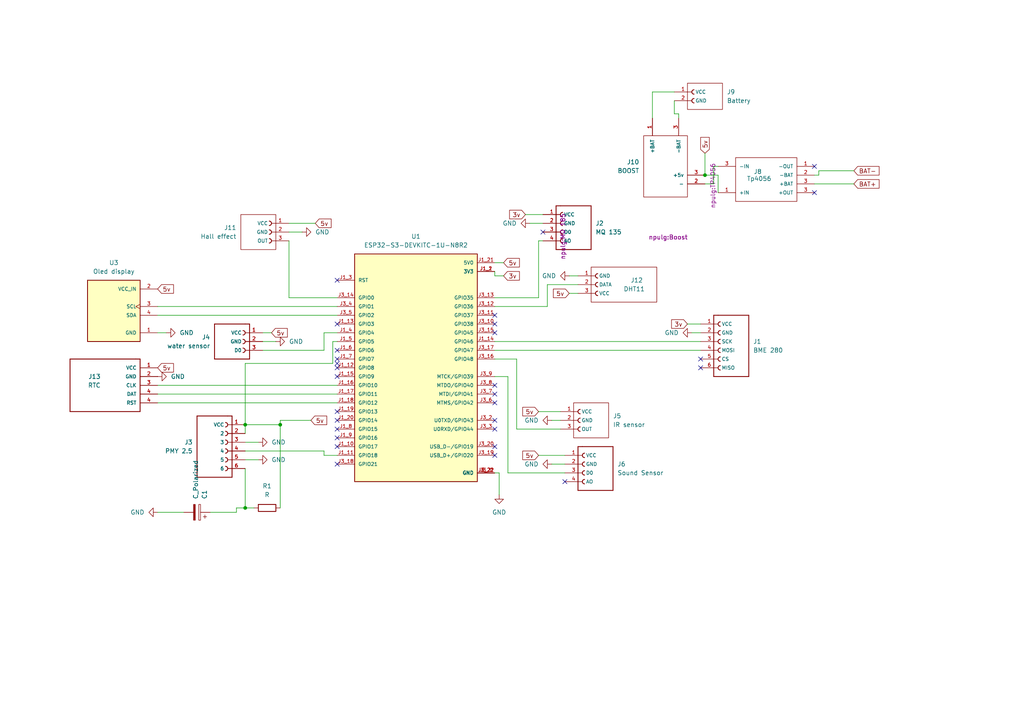
<source format=kicad_sch>
(kicad_sch
	(version 20231120)
	(generator "eeschema")
	(generator_version "8.0")
	(uuid "53002d13-c827-42c3-b42d-b225ae610e64")
	(paper "A4")
	(lib_symbols
		(symbol "Device:C_Polarized"
			(pin_numbers hide)
			(pin_names
				(offset 0.254)
			)
			(exclude_from_sim no)
			(in_bom yes)
			(on_board yes)
			(property "Reference" "C"
				(at 0.635 2.54 0)
				(effects
					(font
						(size 1.27 1.27)
					)
					(justify left)
				)
			)
			(property "Value" "C_Polarized"
				(at 0.635 -2.54 0)
				(effects
					(font
						(size 1.27 1.27)
					)
					(justify left)
				)
			)
			(property "Footprint" ""
				(at 0.9652 -3.81 0)
				(effects
					(font
						(size 1.27 1.27)
					)
					(hide yes)
				)
			)
			(property "Datasheet" "~"
				(at 0 0 0)
				(effects
					(font
						(size 1.27 1.27)
					)
					(hide yes)
				)
			)
			(property "Description" "Polarized capacitor"
				(at 0 0 0)
				(effects
					(font
						(size 1.27 1.27)
					)
					(hide yes)
				)
			)
			(property "ki_keywords" "cap capacitor"
				(at 0 0 0)
				(effects
					(font
						(size 1.27 1.27)
					)
					(hide yes)
				)
			)
			(property "ki_fp_filters" "CP_*"
				(at 0 0 0)
				(effects
					(font
						(size 1.27 1.27)
					)
					(hide yes)
				)
			)
			(symbol "C_Polarized_0_1"
				(rectangle
					(start -2.286 0.508)
					(end 2.286 1.016)
					(stroke
						(width 0)
						(type default)
					)
					(fill
						(type none)
					)
				)
				(polyline
					(pts
						(xy -1.778 2.286) (xy -0.762 2.286)
					)
					(stroke
						(width 0)
						(type default)
					)
					(fill
						(type none)
					)
				)
				(polyline
					(pts
						(xy -1.27 2.794) (xy -1.27 1.778)
					)
					(stroke
						(width 0)
						(type default)
					)
					(fill
						(type none)
					)
				)
				(rectangle
					(start 2.286 -0.508)
					(end -2.286 -1.016)
					(stroke
						(width 0)
						(type default)
					)
					(fill
						(type outline)
					)
				)
			)
			(symbol "C_Polarized_1_1"
				(pin passive line
					(at 0 3.81 270)
					(length 2.794)
					(name "~"
						(effects
							(font
								(size 1.27 1.27)
							)
						)
					)
					(number "1"
						(effects
							(font
								(size 1.27 1.27)
							)
						)
					)
				)
				(pin passive line
					(at 0 -3.81 90)
					(length 2.794)
					(name "~"
						(effects
							(font
								(size 1.27 1.27)
							)
						)
					)
					(number "2"
						(effects
							(font
								(size 1.27 1.27)
							)
						)
					)
				)
			)
		)
		(symbol "Device:R"
			(pin_numbers hide)
			(pin_names
				(offset 0)
			)
			(exclude_from_sim no)
			(in_bom yes)
			(on_board yes)
			(property "Reference" "R"
				(at 2.032 0 90)
				(effects
					(font
						(size 1.27 1.27)
					)
				)
			)
			(property "Value" "R"
				(at 0 0 90)
				(effects
					(font
						(size 1.27 1.27)
					)
				)
			)
			(property "Footprint" ""
				(at -1.778 0 90)
				(effects
					(font
						(size 1.27 1.27)
					)
					(hide yes)
				)
			)
			(property "Datasheet" "~"
				(at 0 0 0)
				(effects
					(font
						(size 1.27 1.27)
					)
					(hide yes)
				)
			)
			(property "Description" "Resistor"
				(at 0 0 0)
				(effects
					(font
						(size 1.27 1.27)
					)
					(hide yes)
				)
			)
			(property "ki_keywords" "R res resistor"
				(at 0 0 0)
				(effects
					(font
						(size 1.27 1.27)
					)
					(hide yes)
				)
			)
			(property "ki_fp_filters" "R_*"
				(at 0 0 0)
				(effects
					(font
						(size 1.27 1.27)
					)
					(hide yes)
				)
			)
			(symbol "R_0_1"
				(rectangle
					(start -1.016 -2.54)
					(end 1.016 2.54)
					(stroke
						(width 0.254)
						(type default)
					)
					(fill
						(type none)
					)
				)
			)
			(symbol "R_1_1"
				(pin passive line
					(at 0 3.81 270)
					(length 1.27)
					(name "~"
						(effects
							(font
								(size 1.27 1.27)
							)
						)
					)
					(number "1"
						(effects
							(font
								(size 1.27 1.27)
							)
						)
					)
				)
				(pin passive line
					(at 0 -3.81 90)
					(length 1.27)
					(name "~"
						(effects
							(font
								(size 1.27 1.27)
							)
						)
					)
					(number "2"
						(effects
							(font
								(size 1.27 1.27)
							)
						)
					)
				)
			)
		)
		(symbol "ESP32-S3-DEVKITC-1U-N8R2:ESP32-S3-DEVKITC-1U-N8R2"
			(pin_names
				(offset 1.016)
			)
			(exclude_from_sim no)
			(in_bom yes)
			(on_board yes)
			(property "Reference" "U"
				(at -17.78 35.56 0)
				(effects
					(font
						(size 1.27 1.27)
					)
					(justify left top)
				)
			)
			(property "Value" "ESP32-S3-DEVKITC-1U-N8R2"
				(at -17.78 -35.56 0)
				(effects
					(font
						(size 1.27 1.27)
					)
					(justify left bottom)
				)
			)
			(property "Footprint" "ESP32-S3-DEVKITC-1U-N8R2:XCVR_ESP32-S3-DEVKITC-1U-N8R2"
				(at 0 0 0)
				(effects
					(font
						(size 1.27 1.27)
					)
					(justify bottom)
					(hide yes)
				)
			)
			(property "Datasheet" ""
				(at 0 0 0)
				(effects
					(font
						(size 1.27 1.27)
					)
					(hide yes)
				)
			)
			(property "Description" ""
				(at 0 0 0)
				(effects
					(font
						(size 1.27 1.27)
					)
					(hide yes)
				)
			)
			(property "MF" "Espressif Systems"
				(at 0 0 0)
				(effects
					(font
						(size 1.27 1.27)
					)
					(justify bottom)
					(hide yes)
				)
			)
			(property "MAXIMUM_PACKAGE_HEIGHT" "10.69mm"
				(at 0 0 0)
				(effects
					(font
						(size 1.27 1.27)
					)
					(justify bottom)
					(hide yes)
				)
			)
			(property "Package" "None"
				(at 0 0 0)
				(effects
					(font
						(size 1.27 1.27)
					)
					(justify bottom)
					(hide yes)
				)
			)
			(property "Price" "None"
				(at 0 0 0)
				(effects
					(font
						(size 1.27 1.27)
					)
					(justify bottom)
					(hide yes)
				)
			)
			(property "Check_prices" "https://www.snapeda.com/parts/ESP32-S3-DEVKITC-1U-N8R2/Espressif+Systems/view-part/?ref=eda"
				(at 0 0 0)
				(effects
					(font
						(size 1.27 1.27)
					)
					(justify bottom)
					(hide yes)
				)
			)
			(property "STANDARD" "Manufacturer Recommendations"
				(at 0 0 0)
				(effects
					(font
						(size 1.27 1.27)
					)
					(justify bottom)
					(hide yes)
				)
			)
			(property "PARTREV" "5.3"
				(at 0 0 0)
				(effects
					(font
						(size 1.27 1.27)
					)
					(justify bottom)
					(hide yes)
				)
			)
			(property "SnapEDA_Link" "https://www.snapeda.com/parts/ESP32-S3-DEVKITC-1U-N8R2/Espressif+Systems/view-part/?ref=snap"
				(at 0 0 0)
				(effects
					(font
						(size 1.27 1.27)
					)
					(justify bottom)
					(hide yes)
				)
			)
			(property "MP" "ESP32-S3-DEVKITC-1U-N8R2"
				(at 0 0 0)
				(effects
					(font
						(size 1.27 1.27)
					)
					(justify bottom)
					(hide yes)
				)
			)
			(property "Description_1" "\n                        \n                            The ESP32-S3-DEVKITC-1U-N8R2 Evaluation Board from Espressif Systems is a versatile development platform designed for wireless communication applications. It features the ESP32-S3-WROOM-1U-N8R2 transceiver, supporting 802.11 b/g/n Wi-Fi and Bluetooth® 5.x BLE at 2.4GHz, ensuring reliable connectivity. Equipped with 8MB Quad SPI Flash and 2MB Quad SPI, along with 512KB SRAM and 384KB ROM, the board provides ample memory for handling complex tasks efficiently.\n                        \n"
				(at 0 0 0)
				(effects
					(font
						(size 1.27 1.27)
					)
					(justify bottom)
					(hide yes)
				)
			)
			(property "Availability" "In Stock"
				(at 0 0 0)
				(effects
					(font
						(size 1.27 1.27)
					)
					(justify bottom)
					(hide yes)
				)
			)
			(property "MANUFACTURER" "Espressif"
				(at 0 0 0)
				(effects
					(font
						(size 1.27 1.27)
					)
					(justify bottom)
					(hide yes)
				)
			)
			(symbol "ESP32-S3-DEVKITC-1U-N8R2_0_0"
				(rectangle
					(start -17.78 -33.02)
					(end 17.78 33.02)
					(stroke
						(width 0.254)
						(type default)
					)
					(fill
						(type background)
					)
				)
				(pin power_in line
					(at 22.86 27.94 180)
					(length 5.08)
					(name "3V3"
						(effects
							(font
								(size 1.016 1.016)
							)
						)
					)
					(number "J1_1"
						(effects
							(font
								(size 1.016 1.016)
							)
						)
					)
				)
				(pin bidirectional line
					(at -22.86 -22.86 0)
					(length 5.08)
					(name "GPIO17"
						(effects
							(font
								(size 1.016 1.016)
							)
						)
					)
					(number "J1_10"
						(effects
							(font
								(size 1.016 1.016)
							)
						)
					)
				)
				(pin bidirectional line
					(at -22.86 -25.4 0)
					(length 5.08)
					(name "GPIO18"
						(effects
							(font
								(size 1.016 1.016)
							)
						)
					)
					(number "J1_11"
						(effects
							(font
								(size 1.016 1.016)
							)
						)
					)
				)
				(pin bidirectional line
					(at -22.86 0 0)
					(length 5.08)
					(name "GPIO8"
						(effects
							(font
								(size 1.016 1.016)
							)
						)
					)
					(number "J1_12"
						(effects
							(font
								(size 1.016 1.016)
							)
						)
					)
				)
				(pin bidirectional line
					(at -22.86 12.7 0)
					(length 5.08)
					(name "GPIO3"
						(effects
							(font
								(size 1.016 1.016)
							)
						)
					)
					(number "J1_13"
						(effects
							(font
								(size 1.016 1.016)
							)
						)
					)
				)
				(pin bidirectional line
					(at 22.86 7.62 180)
					(length 5.08)
					(name "GPIO46"
						(effects
							(font
								(size 1.016 1.016)
							)
						)
					)
					(number "J1_14"
						(effects
							(font
								(size 1.016 1.016)
							)
						)
					)
				)
				(pin bidirectional line
					(at -22.86 -2.54 0)
					(length 5.08)
					(name "GPIO9"
						(effects
							(font
								(size 1.016 1.016)
							)
						)
					)
					(number "J1_15"
						(effects
							(font
								(size 1.016 1.016)
							)
						)
					)
				)
				(pin bidirectional line
					(at -22.86 -5.08 0)
					(length 5.08)
					(name "GPIO10"
						(effects
							(font
								(size 1.016 1.016)
							)
						)
					)
					(number "J1_16"
						(effects
							(font
								(size 1.016 1.016)
							)
						)
					)
				)
				(pin bidirectional line
					(at -22.86 -7.62 0)
					(length 5.08)
					(name "GPIO11"
						(effects
							(font
								(size 1.016 1.016)
							)
						)
					)
					(number "J1_17"
						(effects
							(font
								(size 1.016 1.016)
							)
						)
					)
				)
				(pin bidirectional line
					(at -22.86 -10.16 0)
					(length 5.08)
					(name "GPIO12"
						(effects
							(font
								(size 1.016 1.016)
							)
						)
					)
					(number "J1_18"
						(effects
							(font
								(size 1.016 1.016)
							)
						)
					)
				)
				(pin bidirectional line
					(at -22.86 -12.7 0)
					(length 5.08)
					(name "GPIO13"
						(effects
							(font
								(size 1.016 1.016)
							)
						)
					)
					(number "J1_19"
						(effects
							(font
								(size 1.016 1.016)
							)
						)
					)
				)
				(pin power_in line
					(at 22.86 27.94 180)
					(length 5.08)
					(name "3V3"
						(effects
							(font
								(size 1.016 1.016)
							)
						)
					)
					(number "J1_2"
						(effects
							(font
								(size 1.016 1.016)
							)
						)
					)
				)
				(pin bidirectional line
					(at -22.86 -15.24 0)
					(length 5.08)
					(name "GPIO14"
						(effects
							(font
								(size 1.016 1.016)
							)
						)
					)
					(number "J1_20"
						(effects
							(font
								(size 1.016 1.016)
							)
						)
					)
				)
				(pin power_in line
					(at 22.86 30.48 180)
					(length 5.08)
					(name "5V0"
						(effects
							(font
								(size 1.016 1.016)
							)
						)
					)
					(number "J1_21"
						(effects
							(font
								(size 1.016 1.016)
							)
						)
					)
				)
				(pin power_in line
					(at 22.86 -30.48 180)
					(length 5.08)
					(name "GND"
						(effects
							(font
								(size 1.016 1.016)
							)
						)
					)
					(number "J1_22"
						(effects
							(font
								(size 1.016 1.016)
							)
						)
					)
				)
				(pin input line
					(at -22.86 25.4 0)
					(length 5.08)
					(name "RST"
						(effects
							(font
								(size 1.016 1.016)
							)
						)
					)
					(number "J1_3"
						(effects
							(font
								(size 1.016 1.016)
							)
						)
					)
				)
				(pin bidirectional line
					(at -22.86 10.16 0)
					(length 5.08)
					(name "GPIO4"
						(effects
							(font
								(size 1.016 1.016)
							)
						)
					)
					(number "J1_4"
						(effects
							(font
								(size 1.016 1.016)
							)
						)
					)
				)
				(pin bidirectional line
					(at -22.86 7.62 0)
					(length 5.08)
					(name "GPIO5"
						(effects
							(font
								(size 1.016 1.016)
							)
						)
					)
					(number "J1_5"
						(effects
							(font
								(size 1.016 1.016)
							)
						)
					)
				)
				(pin bidirectional line
					(at -22.86 5.08 0)
					(length 5.08)
					(name "GPIO6"
						(effects
							(font
								(size 1.016 1.016)
							)
						)
					)
					(number "J1_6"
						(effects
							(font
								(size 1.016 1.016)
							)
						)
					)
				)
				(pin bidirectional line
					(at -22.86 2.54 0)
					(length 5.08)
					(name "GPIO7"
						(effects
							(font
								(size 1.016 1.016)
							)
						)
					)
					(number "J1_7"
						(effects
							(font
								(size 1.016 1.016)
							)
						)
					)
				)
				(pin bidirectional line
					(at -22.86 -17.78 0)
					(length 5.08)
					(name "GPIO15"
						(effects
							(font
								(size 1.016 1.016)
							)
						)
					)
					(number "J1_8"
						(effects
							(font
								(size 1.016 1.016)
							)
						)
					)
				)
				(pin bidirectional line
					(at -22.86 -20.32 0)
					(length 5.08)
					(name "GPIO16"
						(effects
							(font
								(size 1.016 1.016)
							)
						)
					)
					(number "J1_9"
						(effects
							(font
								(size 1.016 1.016)
							)
						)
					)
				)
				(pin power_in line
					(at 22.86 -30.48 180)
					(length 5.08)
					(name "GND"
						(effects
							(font
								(size 1.016 1.016)
							)
						)
					)
					(number "J3_1"
						(effects
							(font
								(size 1.016 1.016)
							)
						)
					)
				)
				(pin bidirectional line
					(at 22.86 12.7 180)
					(length 5.08)
					(name "GPIO38"
						(effects
							(font
								(size 1.016 1.016)
							)
						)
					)
					(number "J3_10"
						(effects
							(font
								(size 1.016 1.016)
							)
						)
					)
				)
				(pin bidirectional line
					(at 22.86 15.24 180)
					(length 5.08)
					(name "GPIO37"
						(effects
							(font
								(size 1.016 1.016)
							)
						)
					)
					(number "J3_11"
						(effects
							(font
								(size 1.016 1.016)
							)
						)
					)
				)
				(pin bidirectional line
					(at 22.86 17.78 180)
					(length 5.08)
					(name "GPIO36"
						(effects
							(font
								(size 1.016 1.016)
							)
						)
					)
					(number "J3_12"
						(effects
							(font
								(size 1.016 1.016)
							)
						)
					)
				)
				(pin bidirectional line
					(at 22.86 20.32 180)
					(length 5.08)
					(name "GPIO35"
						(effects
							(font
								(size 1.016 1.016)
							)
						)
					)
					(number "J3_13"
						(effects
							(font
								(size 1.016 1.016)
							)
						)
					)
				)
				(pin bidirectional line
					(at -22.86 20.32 0)
					(length 5.08)
					(name "GPIO0"
						(effects
							(font
								(size 1.016 1.016)
							)
						)
					)
					(number "J3_14"
						(effects
							(font
								(size 1.016 1.016)
							)
						)
					)
				)
				(pin bidirectional line
					(at 22.86 10.16 180)
					(length 5.08)
					(name "GPIO45"
						(effects
							(font
								(size 1.016 1.016)
							)
						)
					)
					(number "J3_15"
						(effects
							(font
								(size 1.016 1.016)
							)
						)
					)
				)
				(pin bidirectional line
					(at 22.86 2.54 180)
					(length 5.08)
					(name "GPIO48"
						(effects
							(font
								(size 1.016 1.016)
							)
						)
					)
					(number "J3_16"
						(effects
							(font
								(size 1.016 1.016)
							)
						)
					)
				)
				(pin bidirectional line
					(at 22.86 5.08 180)
					(length 5.08)
					(name "GPIO47"
						(effects
							(font
								(size 1.016 1.016)
							)
						)
					)
					(number "J3_17"
						(effects
							(font
								(size 1.016 1.016)
							)
						)
					)
				)
				(pin bidirectional line
					(at -22.86 -27.94 0)
					(length 5.08)
					(name "GPIO21"
						(effects
							(font
								(size 1.016 1.016)
							)
						)
					)
					(number "J3_18"
						(effects
							(font
								(size 1.016 1.016)
							)
						)
					)
				)
				(pin bidirectional line
					(at 22.86 -25.4 180)
					(length 5.08)
					(name "USB_D+/GPIO20"
						(effects
							(font
								(size 1.016 1.016)
							)
						)
					)
					(number "J3_19"
						(effects
							(font
								(size 1.016 1.016)
							)
						)
					)
				)
				(pin bidirectional line
					(at 22.86 -15.24 180)
					(length 5.08)
					(name "U0TXD/GPIO43"
						(effects
							(font
								(size 1.016 1.016)
							)
						)
					)
					(number "J3_2"
						(effects
							(font
								(size 1.016 1.016)
							)
						)
					)
				)
				(pin bidirectional line
					(at 22.86 -22.86 180)
					(length 5.08)
					(name "USB_D-/GPIO19"
						(effects
							(font
								(size 1.016 1.016)
							)
						)
					)
					(number "J3_20"
						(effects
							(font
								(size 1.016 1.016)
							)
						)
					)
				)
				(pin power_in line
					(at 22.86 -30.48 180)
					(length 5.08)
					(name "GND"
						(effects
							(font
								(size 1.016 1.016)
							)
						)
					)
					(number "J3_21"
						(effects
							(font
								(size 1.016 1.016)
							)
						)
					)
				)
				(pin power_in line
					(at 22.86 -30.48 180)
					(length 5.08)
					(name "GND"
						(effects
							(font
								(size 1.016 1.016)
							)
						)
					)
					(number "J3_22"
						(effects
							(font
								(size 1.016 1.016)
							)
						)
					)
				)
				(pin bidirectional line
					(at 22.86 -17.78 180)
					(length 5.08)
					(name "U0RXD/GPIO44"
						(effects
							(font
								(size 1.016 1.016)
							)
						)
					)
					(number "J3_3"
						(effects
							(font
								(size 1.016 1.016)
							)
						)
					)
				)
				(pin bidirectional line
					(at -22.86 17.78 0)
					(length 5.08)
					(name "GPIO1"
						(effects
							(font
								(size 1.016 1.016)
							)
						)
					)
					(number "J3_4"
						(effects
							(font
								(size 1.016 1.016)
							)
						)
					)
				)
				(pin bidirectional line
					(at -22.86 15.24 0)
					(length 5.08)
					(name "GPIO2"
						(effects
							(font
								(size 1.016 1.016)
							)
						)
					)
					(number "J3_5"
						(effects
							(font
								(size 1.016 1.016)
							)
						)
					)
				)
				(pin bidirectional line
					(at 22.86 -10.16 180)
					(length 5.08)
					(name "MTMS/GPIO42"
						(effects
							(font
								(size 1.016 1.016)
							)
						)
					)
					(number "J3_6"
						(effects
							(font
								(size 1.016 1.016)
							)
						)
					)
				)
				(pin bidirectional line
					(at 22.86 -7.62 180)
					(length 5.08)
					(name "MTDI/GPIO41"
						(effects
							(font
								(size 1.016 1.016)
							)
						)
					)
					(number "J3_7"
						(effects
							(font
								(size 1.016 1.016)
							)
						)
					)
				)
				(pin bidirectional line
					(at 22.86 -5.08 180)
					(length 5.08)
					(name "MTDO/GPIO40"
						(effects
							(font
								(size 1.016 1.016)
							)
						)
					)
					(number "J3_8"
						(effects
							(font
								(size 1.016 1.016)
							)
						)
					)
				)
				(pin bidirectional line
					(at 22.86 -2.54 180)
					(length 5.08)
					(name "MTCK/GPIO39"
						(effects
							(font
								(size 1.016 1.016)
							)
						)
					)
					(number "J3_9"
						(effects
							(font
								(size 1.016 1.016)
							)
						)
					)
				)
			)
		)
		(symbol "Oled Display:DM-OLED096-636"
			(pin_names
				(offset 1.016)
			)
			(exclude_from_sim no)
			(in_bom yes)
			(on_board yes)
			(property "Reference" "U"
				(at -7.62 10.922 0)
				(effects
					(font
						(size 1.27 1.27)
					)
					(justify left bottom)
				)
			)
			(property "Value" "DM-OLED096-636"
				(at -7.62 -10.16 0)
				(effects
					(font
						(size 1.27 1.27)
					)
					(justify left bottom)
				)
			)
			(property "Footprint" "DM-OLED096-636:MODULE_DM-OLED096-636"
				(at 0 0 0)
				(effects
					(font
						(size 1.27 1.27)
					)
					(justify bottom)
					(hide yes)
				)
			)
			(property "Datasheet" ""
				(at 0 0 0)
				(effects
					(font
						(size 1.27 1.27)
					)
					(hide yes)
				)
			)
			(property "Description" ""
				(at 0 0 0)
				(effects
					(font
						(size 1.27 1.27)
					)
					(hide yes)
				)
			)
			(property "MF" "Display Module"
				(at 0 0 0)
				(effects
					(font
						(size 1.27 1.27)
					)
					(justify bottom)
					(hide yes)
				)
			)
			(property "MAXIMUM_PACKAGE_HEIGHT" "11.3 mm"
				(at 0 0 0)
				(effects
					(font
						(size 1.27 1.27)
					)
					(justify bottom)
					(hide yes)
				)
			)
			(property "Package" "Package"
				(at 0 0 0)
				(effects
					(font
						(size 1.27 1.27)
					)
					(justify bottom)
					(hide yes)
				)
			)
			(property "Price" "None"
				(at 0 0 0)
				(effects
					(font
						(size 1.27 1.27)
					)
					(justify bottom)
					(hide yes)
				)
			)
			(property "Check_prices" "https://www.snapeda.com/parts/DM-OLED096-636/Display+Module/view-part/?ref=eda"
				(at 0 0 0)
				(effects
					(font
						(size 1.27 1.27)
					)
					(justify bottom)
					(hide yes)
				)
			)
			(property "STANDARD" "Manufacturer Recommendations"
				(at 0 0 0)
				(effects
					(font
						(size 1.27 1.27)
					)
					(justify bottom)
					(hide yes)
				)
			)
			(property "PARTREV" "2018-09-10"
				(at 0 0 0)
				(effects
					(font
						(size 1.27 1.27)
					)
					(justify bottom)
					(hide yes)
				)
			)
			(property "SnapEDA_Link" "https://www.snapeda.com/parts/DM-OLED096-636/Display+Module/view-part/?ref=snap"
				(at 0 0 0)
				(effects
					(font
						(size 1.27 1.27)
					)
					(justify bottom)
					(hide yes)
				)
			)
			(property "MP" "DM-OLED096-636"
				(at 0 0 0)
				(effects
					(font
						(size 1.27 1.27)
					)
					(justify bottom)
					(hide yes)
				)
			)
			(property "Description_1" "\n                        \n                            0.96” 128 X 64 MONOCHROME GRAPHIC OLED DISPLAY MODULE - I2C\n                        \n"
				(at 0 0 0)
				(effects
					(font
						(size 1.27 1.27)
					)
					(justify bottom)
					(hide yes)
				)
			)
			(property "Availability" "Not in stock"
				(at 0 0 0)
				(effects
					(font
						(size 1.27 1.27)
					)
					(justify bottom)
					(hide yes)
				)
			)
			(property "MANUFACTURER" "Displaymodule"
				(at 0 0 0)
				(effects
					(font
						(size 1.27 1.27)
					)
					(justify bottom)
					(hide yes)
				)
			)
			(symbol "DM-OLED096-636_0_0"
				(rectangle
					(start -7.62 -7.62)
					(end 7.62 10.16)
					(stroke
						(width 0.254)
						(type default)
					)
					(fill
						(type background)
					)
				)
				(pin power_in line
					(at 12.7 -5.08 180)
					(length 5.08)
					(name "GND"
						(effects
							(font
								(size 1.016 1.016)
							)
						)
					)
					(number "1"
						(effects
							(font
								(size 1.016 1.016)
							)
						)
					)
				)
				(pin power_in line
					(at 12.7 7.62 180)
					(length 5.08)
					(name "VCC_IN"
						(effects
							(font
								(size 1.016 1.016)
							)
						)
					)
					(number "2"
						(effects
							(font
								(size 1.016 1.016)
							)
						)
					)
				)
				(pin input clock
					(at 12.7 2.54 180)
					(length 5.08)
					(name "SCL"
						(effects
							(font
								(size 1.016 1.016)
							)
						)
					)
					(number "3"
						(effects
							(font
								(size 1.016 1.016)
							)
						)
					)
				)
				(pin bidirectional line
					(at 12.7 0 180)
					(length 5.08)
					(name "SDA"
						(effects
							(font
								(size 1.016 1.016)
							)
						)
					)
					(number "4"
						(effects
							(font
								(size 1.016 1.016)
							)
						)
					)
				)
			)
		)
		(symbol "PPTC061LFBN-RC:PPTC061LFBN-RC"
			(pin_names
				(offset 1.016)
			)
			(exclude_from_sim no)
			(in_bom yes)
			(on_board yes)
			(property "Reference" "J1"
				(at -1.2701 10.16 90)
				(effects
					(font
						(size 1.27 1.27)
					)
					(justify left)
				)
			)
			(property "Value" "BME 280"
				(at 1.2699 10.16 90)
				(effects
					(font
						(size 1.27 1.27)
					)
					(justify left)
				)
			)
			(property "Footprint" "6 pin female header:SULLINS_PPTC061LFBN-RC"
				(at 0 0 0)
				(effects
					(font
						(size 1.27 1.27)
					)
					(justify bottom)
					(hide yes)
				)
			)
			(property "Datasheet" ""
				(at -1.27 2.54 90)
				(effects
					(font
						(size 1.27 1.27)
					)
					(hide yes)
				)
			)
			(property "Description" ""
				(at -1.27 2.54 90)
				(effects
					(font
						(size 1.27 1.27)
					)
					(hide yes)
				)
			)
			(property "MF" "Sullins Connector Solutions"
				(at 3.556 9.906 90)
				(effects
					(font
						(size 1.27 1.27)
					)
					(justify bottom)
					(hide yes)
				)
			)
			(property "MAXIMUM_PACKAGE_HEIGHT" "8.5mm"
				(at -1.27 2.54 90)
				(effects
					(font
						(size 1.27 1.27)
					)
					(justify bottom)
					(hide yes)
				)
			)
			(property "Package" "None"
				(at -1.27 2.54 90)
				(effects
					(font
						(size 1.27 1.27)
					)
					(justify bottom)
					(hide yes)
				)
			)
			(property "Price" "None"
				(at -1.27 2.54 90)
				(effects
					(font
						(size 1.27 1.27)
					)
					(justify bottom)
					(hide yes)
				)
			)
			(property "Check_prices" "https://www.snapeda.com/parts/PPTC061LFBNRC/Sullins/view-part/?ref=eda"
				(at 0 0 0)
				(effects
					(font
						(size 1.27 1.27)
					)
					(justify bottom)
					(hide yes)
				)
			)
			(property "STANDARD" "Manufacturer Recommendations"
				(at 0 0 0)
				(effects
					(font
						(size 1.27 1.27)
					)
					(justify bottom)
					(hide yes)
				)
			)
			(property "PARTREV" "L"
				(at -1.27 2.54 90)
				(effects
					(font
						(size 1.27 1.27)
					)
					(justify bottom)
					(hide yes)
				)
			)
			(property "SnapEDA_Link" "https://www.snapeda.com/parts/PPTC061LFBNRC/Sullins/view-part/?ref=snap"
				(at 0 0 0)
				(effects
					(font
						(size 1.27 1.27)
					)
					(justify bottom)
					(hide yes)
				)
			)
			(property "MP" "PPTC061LFBNRC"
				(at -4.064 1.27 90)
				(effects
					(font
						(size 1.27 1.27)
					)
					(justify bottom)
					(hide yes)
				)
			)
			(property "Description_1" "\n                        \n                            6 Position Total Single Row 2.54 mm Pitch Straight Female Header\n                        \n"
				(at 0 0 0)
				(effects
					(font
						(size 1.27 1.27)
					)
					(justify bottom)
					(hide yes)
				)
			)
			(property "Availability" "In Stock"
				(at -1.27 2.54 90)
				(effects
					(font
						(size 1.27 1.27)
					)
					(justify bottom)
					(hide yes)
				)
			)
			(property "MANUFACTURER" "Sullins Connector Solutions"
				(at 2.032 6.35 90)
				(effects
					(font
						(size 1.27 1.27)
					)
					(justify bottom)
					(hide yes)
				)
			)
			(symbol "PPTC061LFBN-RC_0_0"
				(arc
					(start -6.985 0.635)
					(mid -6.35 0.0028)
					(end -5.715 0.635)
					(stroke
						(width 0.254)
						(type default)
					)
					(fill
						(type none)
					)
				)
				(arc
					(start -4.445 0.635)
					(mid -3.81 0.0028)
					(end -3.175 0.635)
					(stroke
						(width 0.254)
						(type default)
					)
					(fill
						(type none)
					)
				)
				(arc
					(start -1.905 0.635)
					(mid -1.27 0.0028)
					(end -0.635 0.635)
					(stroke
						(width 0.254)
						(type default)
					)
					(fill
						(type none)
					)
				)
				(polyline
					(pts
						(xy -8.89 -1.27) (xy -8.89 0)
					)
					(stroke
						(width 0.254)
						(type default)
					)
					(fill
						(type none)
					)
				)
				(polyline
					(pts
						(xy -8.89 0) (xy -8.89 8.89)
					)
					(stroke
						(width 0.254)
						(type default)
					)
					(fill
						(type none)
					)
				)
				(polyline
					(pts
						(xy 8.89 -1.27) (xy -8.89 -1.27)
					)
					(stroke
						(width 0.254)
						(type default)
					)
					(fill
						(type none)
					)
				)
				(arc
					(start 0.635 0.635)
					(mid 1.27 0.0028)
					(end 1.905 0.635)
					(stroke
						(width 0.254)
						(type default)
					)
					(fill
						(type none)
					)
				)
				(arc
					(start 3.175 0.635)
					(mid 3.81 0.0028)
					(end 4.445 0.635)
					(stroke
						(width 0.254)
						(type default)
					)
					(fill
						(type none)
					)
				)
				(arc
					(start 5.715 0.635)
					(mid 6.35 0.0028)
					(end 6.985 0.635)
					(stroke
						(width 0.254)
						(type default)
					)
					(fill
						(type none)
					)
				)
			)
			(symbol "PPTC061LFBN-RC_1_0"
				(polyline
					(pts
						(xy -8.89 8.89) (xy 8.89 8.89)
					)
					(stroke
						(width 0.254)
						(type default)
					)
					(fill
						(type background)
					)
				)
				(polyline
					(pts
						(xy 8.89 8.89) (xy 8.89 -1.27)
					)
					(stroke
						(width 0.254)
						(type default)
					)
					(fill
						(type none)
					)
				)
				(pin passive line
					(at -6.35 -5.08 90)
					(length 5.08)
					(name "VCC"
						(effects
							(font
								(size 1.016 1.016)
							)
						)
					)
					(number "1"
						(effects
							(font
								(size 1.016 1.016)
							)
						)
					)
				)
				(pin passive line
					(at -3.81 -5.08 90)
					(length 5.08)
					(name "GND"
						(effects
							(font
								(size 1.016 1.016)
							)
						)
					)
					(number "2"
						(effects
							(font
								(size 1.016 1.016)
							)
						)
					)
				)
				(pin passive line
					(at -1.27 -5.08 90)
					(length 5.08)
					(name "SCK"
						(effects
							(font
								(size 1.016 1.016)
							)
						)
					)
					(number "3"
						(effects
							(font
								(size 1.016 1.016)
							)
						)
					)
				)
				(pin passive line
					(at 1.27 -5.08 90)
					(length 5.08)
					(name "MOSI"
						(effects
							(font
								(size 1.016 1.016)
							)
						)
					)
					(number "4"
						(effects
							(font
								(size 1.016 1.016)
							)
						)
					)
				)
				(pin passive line
					(at 3.81 -5.08 90)
					(length 5.08)
					(name "CS"
						(effects
							(font
								(size 1.016 1.016)
							)
						)
					)
					(number "5"
						(effects
							(font
								(size 1.016 1.016)
							)
						)
					)
				)
				(pin passive line
					(at 6.35 -5.08 90)
					(length 5.08)
					(name "MISO"
						(effects
							(font
								(size 1.016 1.016)
							)
						)
					)
					(number "6"
						(effects
							(font
								(size 1.016 1.016)
							)
						)
					)
				)
			)
		)
		(symbol "PPTC061LFBN-RC_1"
			(pin_names
				(offset 1.016)
			)
			(exclude_from_sim no)
			(in_bom yes)
			(on_board yes)
			(property "Reference" "J2"
				(at -1.2701 10.16 90)
				(effects
					(font
						(size 1.27 1.27)
					)
					(justify left)
				)
			)
			(property "Value" "BME 280"
				(at 1.2699 10.16 90)
				(effects
					(font
						(size 1.27 1.27)
					)
					(justify left)
				)
			)
			(property "Footprint" "6 pin female header:SULLINS_PPTC061LFBN-RC"
				(at 0 0 0)
				(effects
					(font
						(size 1.27 1.27)
					)
					(justify bottom)
					(hide yes)
				)
			)
			(property "Datasheet" ""
				(at -1.27 2.54 90)
				(effects
					(font
						(size 1.27 1.27)
					)
					(hide yes)
				)
			)
			(property "Description" ""
				(at -1.27 2.54 90)
				(effects
					(font
						(size 1.27 1.27)
					)
					(hide yes)
				)
			)
			(property "MF" "Sullins Connector Solutions"
				(at 3.556 9.906 90)
				(effects
					(font
						(size 1.27 1.27)
					)
					(justify bottom)
					(hide yes)
				)
			)
			(property "MAXIMUM_PACKAGE_HEIGHT" "8.5mm"
				(at -1.27 2.54 90)
				(effects
					(font
						(size 1.27 1.27)
					)
					(justify bottom)
					(hide yes)
				)
			)
			(property "Package" "None"
				(at -1.27 2.54 90)
				(effects
					(font
						(size 1.27 1.27)
					)
					(justify bottom)
					(hide yes)
				)
			)
			(property "Price" "None"
				(at -1.27 2.54 90)
				(effects
					(font
						(size 1.27 1.27)
					)
					(justify bottom)
					(hide yes)
				)
			)
			(property "Check_prices" "https://www.snapeda.com/parts/PPTC061LFBNRC/Sullins/view-part/?ref=eda"
				(at 0 0 0)
				(effects
					(font
						(size 1.27 1.27)
					)
					(justify bottom)
					(hide yes)
				)
			)
			(property "STANDARD" "Manufacturer Recommendations"
				(at 0 0 0)
				(effects
					(font
						(size 1.27 1.27)
					)
					(justify bottom)
					(hide yes)
				)
			)
			(property "PARTREV" "L"
				(at -1.27 2.54 90)
				(effects
					(font
						(size 1.27 1.27)
					)
					(justify bottom)
					(hide yes)
				)
			)
			(property "SnapEDA_Link" "https://www.snapeda.com/parts/PPTC061LFBNRC/Sullins/view-part/?ref=snap"
				(at 0 0 0)
				(effects
					(font
						(size 1.27 1.27)
					)
					(justify bottom)
					(hide yes)
				)
			)
			(property "MP" "PPTC061LFBNRC"
				(at -4.064 1.27 90)
				(effects
					(font
						(size 1.27 1.27)
					)
					(justify bottom)
					(hide yes)
				)
			)
			(property "Description_1" "\n                        \n                            6 Position Total Single Row 2.54 mm Pitch Straight Female Header\n                        \n"
				(at 0 0 0)
				(effects
					(font
						(size 1.27 1.27)
					)
					(justify bottom)
					(hide yes)
				)
			)
			(property "Availability" "In Stock"
				(at -1.27 2.54 90)
				(effects
					(font
						(size 1.27 1.27)
					)
					(justify bottom)
					(hide yes)
				)
			)
			(property "MANUFACTURER" "Sullins Connector Solutions"
				(at 14.732 5.08 90)
				(effects
					(font
						(size 1.27 1.27)
					)
					(justify bottom)
					(hide yes)
				)
			)
			(symbol "PPTC061LFBN-RC_1_0_0"
				(arc
					(start -6.985 0.635)
					(mid -6.35 0.0028)
					(end -5.715 0.635)
					(stroke
						(width 0.254)
						(type default)
					)
					(fill
						(type none)
					)
				)
				(arc
					(start -4.445 0.635)
					(mid -3.81 0.0028)
					(end -3.175 0.635)
					(stroke
						(width 0.254)
						(type default)
					)
					(fill
						(type none)
					)
				)
				(arc
					(start -1.905 0.635)
					(mid -1.27 0.0028)
					(end -0.635 0.635)
					(stroke
						(width 0.254)
						(type default)
					)
					(fill
						(type none)
					)
				)
				(polyline
					(pts
						(xy -8.89 -1.27) (xy -8.89 0)
					)
					(stroke
						(width 0.254)
						(type default)
					)
					(fill
						(type none)
					)
				)
				(polyline
					(pts
						(xy -8.89 0) (xy -8.89 8.89)
					)
					(stroke
						(width 0.254)
						(type default)
					)
					(fill
						(type none)
					)
				)
				(polyline
					(pts
						(xy 3.81 -1.27) (xy -8.89 -1.27)
					)
					(stroke
						(width 0.254)
						(type default)
					)
					(fill
						(type none)
					)
				)
				(arc
					(start 0.635 0.635)
					(mid 1.27 0.0028)
					(end 1.905 0.635)
					(stroke
						(width 0.254)
						(type default)
					)
					(fill
						(type none)
					)
				)
			)
			(symbol "PPTC061LFBN-RC_1_1_0"
				(polyline
					(pts
						(xy -8.89 8.89) (xy 3.81 8.89)
					)
					(stroke
						(width 0.254)
						(type default)
					)
					(fill
						(type background)
					)
				)
				(polyline
					(pts
						(xy 3.81 8.89) (xy 3.81 -1.27)
					)
					(stroke
						(width 0.254)
						(type default)
					)
					(fill
						(type none)
					)
				)
				(pin passive line
					(at -6.35 -5.08 90)
					(length 5.08)
					(name "VCC"
						(effects
							(font
								(size 1.016 1.016)
							)
						)
					)
					(number "1"
						(effects
							(font
								(size 1.016 1.016)
							)
						)
					)
				)
				(pin passive line
					(at -3.81 -5.08 90)
					(length 5.08)
					(name "GND"
						(effects
							(font
								(size 1.016 1.016)
							)
						)
					)
					(number "2"
						(effects
							(font
								(size 1.016 1.016)
							)
						)
					)
				)
				(pin passive line
					(at -1.27 -5.08 90)
					(length 5.08)
					(name "D0"
						(effects
							(font
								(size 1.016 1.016)
							)
						)
					)
					(number "3"
						(effects
							(font
								(size 1.016 1.016)
							)
						)
					)
				)
				(pin passive line
					(at 1.27 -5.08 90)
					(length 5.08)
					(name "AO"
						(effects
							(font
								(size 1.016 1.016)
							)
						)
					)
					(number "4"
						(effects
							(font
								(size 1.016 1.016)
							)
						)
					)
				)
			)
		)
		(symbol "PPTC061LFBN-RC_2"
			(pin_names
				(offset 1.016)
			)
			(exclude_from_sim no)
			(in_bom yes)
			(on_board yes)
			(property "Reference" "J4"
				(at -3.8101 10.16 90)
				(effects
					(font
						(size 1.27 1.27)
					)
					(justify left)
				)
			)
			(property "Value" "MQ 135"
				(at -1.2701 10.16 90)
				(effects
					(font
						(size 1.27 1.27)
					)
					(justify left)
				)
			)
			(property "Footprint" "6 pin female header:SULLINS_PPTC061LFBN-RC"
				(at 0 0 0)
				(effects
					(font
						(size 1.27 1.27)
					)
					(justify bottom)
					(hide yes)
				)
			)
			(property "Datasheet" ""
				(at -1.27 2.54 90)
				(effects
					(font
						(size 1.27 1.27)
					)
					(hide yes)
				)
			)
			(property "Description" ""
				(at -1.27 2.54 90)
				(effects
					(font
						(size 1.27 1.27)
					)
					(hide yes)
				)
			)
			(property "MF" "Sullins Connector Solutions"
				(at 3.556 9.906 90)
				(effects
					(font
						(size 1.27 1.27)
					)
					(justify bottom)
					(hide yes)
				)
			)
			(property "MAXIMUM_PACKAGE_HEIGHT" "8.5mm"
				(at -1.27 2.54 90)
				(effects
					(font
						(size 1.27 1.27)
					)
					(justify bottom)
					(hide yes)
				)
			)
			(property "Package" "None"
				(at -1.27 2.54 90)
				(effects
					(font
						(size 1.27 1.27)
					)
					(justify bottom)
					(hide yes)
				)
			)
			(property "Price" "None"
				(at -1.27 2.54 90)
				(effects
					(font
						(size 1.27 1.27)
					)
					(justify bottom)
					(hide yes)
				)
			)
			(property "Check_prices" "https://www.snapeda.com/parts/PPTC061LFBNRC/Sullins/view-part/?ref=eda"
				(at 0 0 0)
				(effects
					(font
						(size 1.27 1.27)
					)
					(justify bottom)
					(hide yes)
				)
			)
			(property "STANDARD" "Manufacturer Recommendations"
				(at 0 0 0)
				(effects
					(font
						(size 1.27 1.27)
					)
					(justify bottom)
					(hide yes)
				)
			)
			(property "PARTREV" "L"
				(at -1.27 2.54 90)
				(effects
					(font
						(size 1.27 1.27)
					)
					(justify bottom)
					(hide yes)
				)
			)
			(property "SnapEDA_Link" "https://www.snapeda.com/parts/PPTC061LFBNRC/Sullins/view-part/?ref=snap"
				(at 0 0 0)
				(effects
					(font
						(size 1.27 1.27)
					)
					(justify bottom)
					(hide yes)
				)
			)
			(property "MP" "PPTC061LFBNRC"
				(at -4.064 1.27 90)
				(effects
					(font
						(size 1.27 1.27)
					)
					(justify bottom)
					(hide yes)
				)
			)
			(property "Description_1" "\n                        \n                            6 Position Total Single Row 2.54 mm Pitch Straight Female Header\n                        \n"
				(at 0 0 0)
				(effects
					(font
						(size 1.27 1.27)
					)
					(justify bottom)
					(hide yes)
				)
			)
			(property "Availability" "In Stock"
				(at -1.27 2.54 90)
				(effects
					(font
						(size 1.27 1.27)
					)
					(justify bottom)
					(hide yes)
				)
			)
			(property "MANUFACTURER" "Sullins Connector Solutions"
				(at 14.732 5.08 90)
				(effects
					(font
						(size 1.27 1.27)
					)
					(justify bottom)
					(hide yes)
				)
			)
			(symbol "PPTC061LFBN-RC_2_0_0"
				(arc
					(start -6.985 0.635)
					(mid -6.35 0.0028)
					(end -5.715 0.635)
					(stroke
						(width 0.254)
						(type default)
					)
					(fill
						(type none)
					)
				)
				(arc
					(start -4.445 0.635)
					(mid -3.81 0.0028)
					(end -3.175 0.635)
					(stroke
						(width 0.254)
						(type default)
					)
					(fill
						(type none)
					)
				)
				(arc
					(start -1.905 0.635)
					(mid -1.27 0.0028)
					(end -0.635 0.635)
					(stroke
						(width 0.254)
						(type default)
					)
					(fill
						(type none)
					)
				)
				(polyline
					(pts
						(xy -8.89 -1.27) (xy -8.89 0)
					)
					(stroke
						(width 0.254)
						(type default)
					)
					(fill
						(type none)
					)
				)
				(polyline
					(pts
						(xy -8.89 0) (xy -8.89 8.89)
					)
					(stroke
						(width 0.254)
						(type default)
					)
					(fill
						(type none)
					)
				)
				(polyline
					(pts
						(xy 1.27 -1.27) (xy -8.89 -1.27)
					)
					(stroke
						(width 0.254)
						(type default)
					)
					(fill
						(type none)
					)
				)
			)
			(symbol "PPTC061LFBN-RC_2_1_0"
				(polyline
					(pts
						(xy -8.89 8.89) (xy 1.27 8.89)
					)
					(stroke
						(width 0.254)
						(type default)
					)
					(fill
						(type background)
					)
				)
				(polyline
					(pts
						(xy 1.27 8.89) (xy 1.27 -1.27)
					)
					(stroke
						(width 0.254)
						(type default)
					)
					(fill
						(type none)
					)
				)
				(pin passive line
					(at -6.35 -5.08 90)
					(length 5.08)
					(name "VCC"
						(effects
							(font
								(size 1.016 1.016)
							)
						)
					)
					(number "1"
						(effects
							(font
								(size 1.016 1.016)
							)
						)
					)
				)
				(pin passive line
					(at -3.81 -5.08 90)
					(length 5.08)
					(name "GND"
						(effects
							(font
								(size 1.016 1.016)
							)
						)
					)
					(number "2"
						(effects
							(font
								(size 1.016 1.016)
							)
						)
					)
				)
				(pin passive line
					(at -1.27 -5.08 90)
					(length 5.08)
					(name "D0"
						(effects
							(font
								(size 1.016 1.016)
							)
						)
					)
					(number "3"
						(effects
							(font
								(size 1.016 1.016)
							)
						)
					)
				)
			)
		)
		(symbol "PPTC061LFBN-RC_3"
			(pin_names
				(offset 1.016)
			)
			(exclude_from_sim no)
			(in_bom yes)
			(on_board yes)
			(property "Reference" "J5"
				(at -5.0801 10.16 90)
				(effects
					(font
						(size 1.27 1.27)
					)
					(justify left)
				)
			)
			(property "Value" "IR sensor"
				(at -2.5401 10.16 90)
				(effects
					(font
						(size 1.27 1.27)
					)
					(justify left)
				)
			)
			(property "Footprint" "6 pin female header:SULLINS_PPTC061LFBN-RC"
				(at 0 0 0)
				(effects
					(font
						(size 1.27 1.27)
					)
					(justify bottom)
					(hide yes)
				)
			)
			(property "Datasheet" ""
				(at -1.27 2.54 90)
				(effects
					(font
						(size 1.27 1.27)
					)
					(hide yes)
				)
			)
			(property "Description" ""
				(at -1.27 2.54 90)
				(effects
					(font
						(size 1.27 1.27)
					)
					(hide yes)
				)
			)
			(property "MF" "Sullins Connector Solutions"
				(at 3.556 9.906 90)
				(effects
					(font
						(size 1.27 1.27)
					)
					(justify bottom)
					(hide yes)
				)
			)
			(property "MAXIMUM_PACKAGE_HEIGHT" "8.5mm"
				(at -1.27 2.54 90)
				(effects
					(font
						(size 1.27 1.27)
					)
					(justify bottom)
					(hide yes)
				)
			)
			(property "Package" "None"
				(at -1.27 2.54 90)
				(effects
					(font
						(size 1.27 1.27)
					)
					(justify bottom)
					(hide yes)
				)
			)
			(property "Price" "None"
				(at -1.27 2.54 90)
				(effects
					(font
						(size 1.27 1.27)
					)
					(justify bottom)
					(hide yes)
				)
			)
			(property "Check_prices" "https://www.snapeda.com/parts/PPTC061LFBNRC/Sullins/view-part/?ref=eda"
				(at 0 0 0)
				(effects
					(font
						(size 1.27 1.27)
					)
					(justify bottom)
					(hide yes)
				)
			)
			(property "STANDARD" "Manufacturer Recommendations"
				(at 0 0 0)
				(effects
					(font
						(size 1.27 1.27)
					)
					(justify bottom)
					(hide yes)
				)
			)
			(property "PARTREV" "L"
				(at -1.27 2.54 90)
				(effects
					(font
						(size 1.27 1.27)
					)
					(justify bottom)
					(hide yes)
				)
			)
			(property "SnapEDA_Link" "https://www.snapeda.com/parts/PPTC061LFBNRC/Sullins/view-part/?ref=snap"
				(at 0 0 0)
				(effects
					(font
						(size 1.27 1.27)
					)
					(justify bottom)
					(hide yes)
				)
			)
			(property "MP" "PPTC061LFBNRC"
				(at -4.064 1.27 90)
				(effects
					(font
						(size 1.27 1.27)
					)
					(justify bottom)
					(hide yes)
				)
			)
			(property "Description_1" "\n                        \n                            6 Position Total Single Row 2.54 mm Pitch Straight Female Header\n                        \n"
				(at 0 0 0)
				(effects
					(font
						(size 1.27 1.27)
					)
					(justify bottom)
					(hide yes)
				)
			)
			(property "Availability" "In Stock"
				(at -1.27 2.54 90)
				(effects
					(font
						(size 1.27 1.27)
					)
					(justify bottom)
					(hide yes)
				)
			)
			(property "MANUFACTURER" "Sullins Connector Solutions"
				(at 14.732 5.08 90)
				(effects
					(font
						(size 1.27 1.27)
					)
					(justify bottom)
					(hide yes)
				)
			)
			(symbol "PPTC061LFBN-RC_3_0_0"
				(arc
					(start -6.985 0.635)
					(mid -6.35 0.0028)
					(end -5.715 0.635)
					(stroke
						(width 0.254)
						(type default)
					)
					(fill
						(type none)
					)
				)
				(arc
					(start -4.445 0.635)
					(mid -3.81 0.0028)
					(end -3.175 0.635)
					(stroke
						(width 0.254)
						(type default)
					)
					(fill
						(type none)
					)
				)
				(arc
					(start -1.905 0.635)
					(mid -1.27 0.0028)
					(end -0.635 0.635)
					(stroke
						(width 0.254)
						(type default)
					)
					(fill
						(type none)
					)
				)
			)
			(symbol "PPTC061LFBN-RC_3_0_1"
				(rectangle
					(start -8.89 8.89)
					(end 1.27 -1.27)
					(stroke
						(width 0)
						(type default)
					)
					(fill
						(type none)
					)
				)
			)
			(symbol "PPTC061LFBN-RC_3_1_0"
				(pin passive line
					(at -6.35 -5.08 90)
					(length 5.08)
					(name "VCC"
						(effects
							(font
								(size 1.016 1.016)
							)
						)
					)
					(number "1"
						(effects
							(font
								(size 1.016 1.016)
							)
						)
					)
				)
				(pin passive line
					(at -3.81 -5.08 90)
					(length 5.08)
					(name "GND"
						(effects
							(font
								(size 1.016 1.016)
							)
						)
					)
					(number "2"
						(effects
							(font
								(size 1.016 1.016)
							)
						)
					)
				)
				(pin passive line
					(at -1.27 -5.08 90)
					(length 5.08)
					(name "OUT"
						(effects
							(font
								(size 1.016 1.016)
							)
						)
					)
					(number "3"
						(effects
							(font
								(size 1.016 1.016)
							)
						)
					)
				)
			)
		)
		(symbol "PPTC061LFBN-RC_4"
			(pin_names
				(offset 1.016)
			)
			(exclude_from_sim no)
			(in_bom yes)
			(on_board yes)
			(property "Reference" "J3"
				(at -1.2701 10.16 90)
				(effects
					(font
						(size 1.27 1.27)
					)
					(justify left)
				)
			)
			(property "Value" "PMY 2.5"
				(at 1.2699 10.16 90)
				(effects
					(font
						(size 1.27 1.27)
					)
					(justify left)
				)
			)
			(property "Footprint" "6 pin female header:SULLINS_PPTC061LFBN-RC"
				(at 0 0 0)
				(effects
					(font
						(size 1.27 1.27)
					)
					(justify bottom)
					(hide yes)
				)
			)
			(property "Datasheet" ""
				(at -1.27 2.54 90)
				(effects
					(font
						(size 1.27 1.27)
					)
					(hide yes)
				)
			)
			(property "Description" ""
				(at -1.27 2.54 90)
				(effects
					(font
						(size 1.27 1.27)
					)
					(hide yes)
				)
			)
			(property "MF" "Sullins Connector Solutions"
				(at 3.556 9.906 90)
				(effects
					(font
						(size 1.27 1.27)
					)
					(justify bottom)
					(hide yes)
				)
			)
			(property "MAXIMUM_PACKAGE_HEIGHT" "8.5mm"
				(at -1.27 2.54 90)
				(effects
					(font
						(size 1.27 1.27)
					)
					(justify bottom)
					(hide yes)
				)
			)
			(property "Package" "None"
				(at -1.27 2.54 90)
				(effects
					(font
						(size 1.27 1.27)
					)
					(justify bottom)
					(hide yes)
				)
			)
			(property "Price" "None"
				(at -1.27 2.54 90)
				(effects
					(font
						(size 1.27 1.27)
					)
					(justify bottom)
					(hide yes)
				)
			)
			(property "Check_prices" "https://www.snapeda.com/parts/PPTC061LFBNRC/Sullins/view-part/?ref=eda"
				(at 0 0 0)
				(effects
					(font
						(size 1.27 1.27)
					)
					(justify bottom)
					(hide yes)
				)
			)
			(property "STANDARD" "Manufacturer Recommendations"
				(at 0 0 0)
				(effects
					(font
						(size 1.27 1.27)
					)
					(justify bottom)
					(hide yes)
				)
			)
			(property "PARTREV" "L"
				(at -1.27 2.54 90)
				(effects
					(font
						(size 1.27 1.27)
					)
					(justify bottom)
					(hide yes)
				)
			)
			(property "SnapEDA_Link" "https://www.snapeda.com/parts/PPTC061LFBNRC/Sullins/view-part/?ref=snap"
				(at 0 0 0)
				(effects
					(font
						(size 1.27 1.27)
					)
					(justify bottom)
					(hide yes)
				)
			)
			(property "MP" "PPTC061LFBNRC"
				(at -4.064 1.27 90)
				(effects
					(font
						(size 1.27 1.27)
					)
					(justify bottom)
					(hide yes)
				)
			)
			(property "Description_1" "\n                        \n                            6 Position Total Single Row 2.54 mm Pitch Straight Female Header\n                        \n"
				(at 0 0 0)
				(effects
					(font
						(size 1.27 1.27)
					)
					(justify bottom)
					(hide yes)
				)
			)
			(property "Availability" "In Stock"
				(at -1.27 2.54 90)
				(effects
					(font
						(size 1.27 1.27)
					)
					(justify bottom)
					(hide yes)
				)
			)
			(property "MANUFACTURER" "Sullins Connector Solutions"
				(at 10.414 13.716 90)
				(effects
					(font
						(size 1.27 1.27)
					)
					(justify bottom)
					(hide yes)
				)
			)
			(symbol "PPTC061LFBN-RC_4_0_0"
				(arc
					(start -6.985 0.635)
					(mid -6.35 0.0028)
					(end -5.715 0.635)
					(stroke
						(width 0.254)
						(type default)
					)
					(fill
						(type none)
					)
				)
				(arc
					(start -4.445 0.635)
					(mid -3.81 0.0028)
					(end -3.175 0.635)
					(stroke
						(width 0.254)
						(type default)
					)
					(fill
						(type none)
					)
				)
				(arc
					(start -1.905 0.635)
					(mid -1.27 0.0028)
					(end -0.635 0.635)
					(stroke
						(width 0.254)
						(type default)
					)
					(fill
						(type none)
					)
				)
				(polyline
					(pts
						(xy -8.89 -1.27) (xy -8.89 0)
					)
					(stroke
						(width 0.254)
						(type default)
					)
					(fill
						(type none)
					)
				)
				(polyline
					(pts
						(xy -8.89 0) (xy -8.89 8.89)
					)
					(stroke
						(width 0.254)
						(type default)
					)
					(fill
						(type none)
					)
				)
				(polyline
					(pts
						(xy 8.89 -1.27) (xy -8.89 -1.27)
					)
					(stroke
						(width 0.254)
						(type default)
					)
					(fill
						(type none)
					)
				)
				(arc
					(start 0.635 0.635)
					(mid 1.27 0.0028)
					(end 1.905 0.635)
					(stroke
						(width 0.254)
						(type default)
					)
					(fill
						(type none)
					)
				)
				(arc
					(start 3.175 0.635)
					(mid 3.81 0.0028)
					(end 4.445 0.635)
					(stroke
						(width 0.254)
						(type default)
					)
					(fill
						(type none)
					)
				)
				(arc
					(start 5.715 0.635)
					(mid 6.35 0.0028)
					(end 6.985 0.635)
					(stroke
						(width 0.254)
						(type default)
					)
					(fill
						(type none)
					)
				)
			)
			(symbol "PPTC061LFBN-RC_4_1_0"
				(polyline
					(pts
						(xy -8.89 8.89) (xy 8.89 8.89)
					)
					(stroke
						(width 0.254)
						(type default)
					)
					(fill
						(type background)
					)
				)
				(polyline
					(pts
						(xy 8.89 8.89) (xy 8.89 -1.27)
					)
					(stroke
						(width 0.254)
						(type default)
					)
					(fill
						(type none)
					)
				)
				(pin passive line
					(at -6.35 -5.08 90)
					(length 5.08)
					(name "VCC"
						(effects
							(font
								(size 1.016 1.016)
							)
						)
					)
					(number "1"
						(effects
							(font
								(size 1.016 1.016)
							)
						)
					)
				)
				(pin passive line
					(at -3.81 -5.08 90)
					(length 5.08)
					(name "2"
						(effects
							(font
								(size 1.016 1.016)
							)
						)
					)
					(number "2"
						(effects
							(font
								(size 1.016 1.016)
							)
						)
					)
				)
				(pin passive line
					(at -1.27 -5.08 90)
					(length 5.08)
					(name "3"
						(effects
							(font
								(size 1.016 1.016)
							)
						)
					)
					(number "3"
						(effects
							(font
								(size 1.016 1.016)
							)
						)
					)
				)
				(pin passive line
					(at 1.27 -5.08 90)
					(length 5.08)
					(name "4"
						(effects
							(font
								(size 1.016 1.016)
							)
						)
					)
					(number "4"
						(effects
							(font
								(size 1.016 1.016)
							)
						)
					)
				)
				(pin passive line
					(at 3.81 -5.08 90)
					(length 5.08)
					(name "5"
						(effects
							(font
								(size 1.016 1.016)
							)
						)
					)
					(number "5"
						(effects
							(font
								(size 1.016 1.016)
							)
						)
					)
				)
				(pin passive line
					(at 6.35 -5.08 90)
					(length 5.08)
					(name "6"
						(effects
							(font
								(size 1.016 1.016)
							)
						)
					)
					(number "6"
						(effects
							(font
								(size 1.016 1.016)
							)
						)
					)
				)
			)
		)
		(symbol "PPTC061LFBN-RC_5"
			(pin_names
				(offset 1.016)
			)
			(exclude_from_sim no)
			(in_bom yes)
			(on_board yes)
			(property "Reference" "J8"
				(at -4.826 8.89 90)
				(effects
					(font
						(size 1.27 1.27)
					)
					(justify left)
				)
			)
			(property "Value" "Tp4056"
				(at -2.794 6.096 90)
				(effects
					(font
						(size 1.27 1.27)
					)
					(justify left)
				)
			)
			(property "Footprint" "6 pin female header:SULLINS_PPTC061LFBN-RC"
				(at -0.762 22.352 0)
				(effects
					(font
						(size 1.27 1.27)
					)
					(justify bottom)
					(hide yes)
				)
			)
			(property "Datasheet" ""
				(at -1.27 2.54 90)
				(effects
					(font
						(size 1.27 1.27)
					)
					(hide yes)
				)
			)
			(property "Description" ""
				(at -1.27 2.54 90)
				(effects
					(font
						(size 1.27 1.27)
					)
					(hide yes)
				)
			)
			(property "MF" "Sullins Connector Solutions"
				(at 13.716 9.906 90)
				(effects
					(font
						(size 1.27 1.27)
					)
					(justify bottom)
					(hide yes)
				)
			)
			(property "MAXIMUM_PACKAGE_HEIGHT" "8.5mm"
				(at 19.812 2.794 90)
				(effects
					(font
						(size 1.27 1.27)
					)
					(justify bottom)
					(hide yes)
				)
			)
			(property "Package" "None"
				(at 34.036 1.524 90)
				(effects
					(font
						(size 1.27 1.27)
					)
					(justify bottom)
					(hide yes)
				)
			)
			(property "Price" "None"
				(at 27.432 0.508 90)
				(effects
					(font
						(size 1.27 1.27)
					)
					(justify bottom)
					(hide yes)
				)
			)
			(property "Check_prices" "https://www.snapeda.com/parts/PPTC061LFBNRC/Sullins/view-part/?ref=eda"
				(at 3.556 25.654 0)
				(effects
					(font
						(size 1.27 1.27)
					)
					(justify bottom)
					(hide yes)
				)
			)
			(property "STANDARD" "Manufacturer Recommendations"
				(at 1.27 26.67 0)
				(effects
					(font
						(size 1.27 1.27)
					)
					(justify bottom)
					(hide yes)
				)
			)
			(property "PARTREV" "L"
				(at 33.274 5.588 90)
				(effects
					(font
						(size 1.27 1.27)
					)
					(justify bottom)
					(hide yes)
				)
			)
			(property "SnapEDA_Link" "https://www.snapeda.com/parts/PPTC061LFBNRC/Sullins/view-part/?ref=snap"
				(at -5.588 24.13 0)
				(effects
					(font
						(size 1.27 1.27)
					)
					(justify bottom)
					(hide yes)
				)
			)
			(property "MP" "PPTC061LFBNRC"
				(at -25.908 6.096 90)
				(effects
					(font
						(size 1.27 1.27)
					)
					(justify bottom)
					(hide yes)
				)
			)
			(property "Description_1" "\n                        \n                            6 Position Total Single Row 2.54 mm Pitch Straight Female Header\n                        \n"
				(at -9.398 34.544 0)
				(effects
					(font
						(size 1.27 1.27)
					)
					(justify bottom)
					(hide yes)
				)
			)
			(property "Availability" "In Stock"
				(at 28.448 -0.508 90)
				(effects
					(font
						(size 1.27 1.27)
					)
					(justify bottom)
					(hide yes)
				)
			)
			(property "MANUFACTURER" "Sullins Connector Solutions"
				(at 14.732 5.08 90)
				(effects
					(font
						(size 1.27 1.27)
					)
					(justify bottom)
					(hide yes)
				)
			)
			(symbol "PPTC061LFBN-RC_5_0_1"
				(rectangle
					(start -8.89 16.51)
					(end 3.81 -1.27)
					(stroke
						(width 0)
						(type default)
					)
					(fill
						(type none)
					)
				)
			)
			(symbol "PPTC061LFBN-RC_5_1_0"
				(pin passive line
					(at 1.27 21.59 270)
					(length 5.08)
					(name "+IN"
						(effects
							(font
								(size 1.016 1.016)
							)
						)
					)
					(number "1"
						(effects
							(font
								(size 1.016 1.016)
							)
						)
					)
				)
				(pin passive line
					(at -6.35 -6.35 90)
					(length 5.08)
					(name "-OUT"
						(effects
							(font
								(size 1.016 1.016)
							)
						)
					)
					(number "1"
						(effects
							(font
								(size 1.016 1.016)
							)
						)
					)
				)
				(pin passive line
					(at -3.81 -6.35 90)
					(length 5.08)
					(name "-BAT"
						(effects
							(font
								(size 1.016 1.016)
							)
						)
					)
					(number "2"
						(effects
							(font
								(size 1.016 1.016)
							)
						)
					)
				)
				(pin passive line
					(at -1.27 -6.35 90)
					(length 5.08)
					(name "+BAT"
						(effects
							(font
								(size 1.016 1.016)
							)
						)
					)
					(number "3"
						(effects
							(font
								(size 1.016 1.016)
							)
						)
					)
				)
				(pin passive line
					(at 1.27 -6.35 90)
					(length 5.08)
					(name "+OUT"
						(effects
							(font
								(size 1.016 1.016)
							)
						)
					)
					(number "3"
						(effects
							(font
								(size 1.016 1.016)
							)
						)
					)
				)
				(pin passive line
					(at -6.35 21.59 270)
					(length 5.08)
					(name "-IN"
						(effects
							(font
								(size 1.016 1.016)
							)
						)
					)
					(number "3"
						(effects
							(font
								(size 1.016 1.016)
							)
						)
					)
				)
			)
		)
		(symbol "PPTC061LFBN-RC_6"
			(pin_names
				(offset 1.016)
			)
			(exclude_from_sim no)
			(in_bom yes)
			(on_board yes)
			(property "Reference" "J9"
				(at -13.9701 2.54 90)
				(effects
					(font
						(size 1.27 1.27)
					)
					(justify left)
				)
			)
			(property "Value" "IR sensor"
				(at -11.4301 2.54 90)
				(effects
					(font
						(size 1.27 1.27)
					)
					(justify left)
				)
			)
			(property "Footprint" "6 pin female header:SULLINS_PPTC061LFBN-RC"
				(at -11.43 14.732 0)
				(effects
					(font
						(size 1.27 1.27)
					)
					(justify bottom)
					(hide yes)
				)
			)
			(property "Datasheet" ""
				(at -10.16 -5.08 90)
				(effects
					(font
						(size 1.27 1.27)
					)
					(hide yes)
				)
			)
			(property "Description" ""
				(at -10.16 -5.08 90)
				(effects
					(font
						(size 1.27 1.27)
					)
					(hide yes)
				)
			)
			(property "MF" "Sullins Connector Solutions"
				(at 9.398 2.032 90)
				(effects
					(font
						(size 1.27 1.27)
					)
					(justify bottom)
					(hide yes)
				)
			)
			(property "MAXIMUM_PACKAGE_HEIGHT" "8.5mm"
				(at 22.352 -10.16 90)
				(effects
					(font
						(size 1.27 1.27)
					)
					(justify bottom)
					(hide yes)
				)
			)
			(property "Package" "None"
				(at 17.018 -7.62 90)
				(effects
					(font
						(size 1.27 1.27)
					)
					(justify bottom)
					(hide yes)
				)
			)
			(property "Price" "None"
				(at 22.86 -8.636 90)
				(effects
					(font
						(size 1.27 1.27)
					)
					(justify bottom)
					(hide yes)
				)
			)
			(property "Check_prices" "https://www.snapeda.com/parts/PPTC061LFBNRC/Sullins/view-part/?ref=eda"
				(at -11.43 14.732 0)
				(effects
					(font
						(size 1.27 1.27)
					)
					(justify bottom)
					(hide yes)
				)
			)
			(property "STANDARD" "Manufacturer Recommendations"
				(at -11.43 14.732 0)
				(effects
					(font
						(size 1.27 1.27)
					)
					(justify bottom)
					(hide yes)
				)
			)
			(property "PARTREV" "L"
				(at 16.764 -7.874 90)
				(effects
					(font
						(size 1.27 1.27)
					)
					(justify bottom)
					(hide yes)
				)
			)
			(property "SnapEDA_Link" "https://www.snapeda.com/parts/PPTC061LFBNRC/Sullins/view-part/?ref=snap"
				(at -11.43 14.732 0)
				(effects
					(font
						(size 1.27 1.27)
					)
					(justify bottom)
					(hide yes)
				)
			)
			(property "MP" "PPTC061LFBNRC"
				(at -42.926 0.254 90)
				(effects
					(font
						(size 1.27 1.27)
					)
					(justify bottom)
					(hide yes)
				)
			)
			(property "Description_1" "\n                        \n                            6 Position Total Single Row 2.54 mm Pitch Straight Female Header\n                        \n"
				(at -11.43 14.732 0)
				(effects
					(font
						(size 1.27 1.27)
					)
					(justify bottom)
					(hide yes)
				)
			)
			(property "Availability" "In Stock"
				(at 23.114 -7.112 90)
				(effects
					(font
						(size 1.27 1.27)
					)
					(justify bottom)
					(hide yes)
				)
			)
			(property "MANUFACTURER" "Sullins Connector Solutions"
				(at 5.842 -2.54 90)
				(effects
					(font
						(size 1.27 1.27)
					)
					(justify bottom)
					(hide yes)
				)
			)
			(symbol "PPTC061LFBN-RC_6_0_0"
				(arc
					(start -15.875 -6.985)
					(mid -15.24 -7.6172)
					(end -14.605 -6.985)
					(stroke
						(width 0.254)
						(type default)
					)
					(fill
						(type none)
					)
				)
				(arc
					(start -13.335 -6.985)
					(mid -12.7 -7.6172)
					(end -12.065 -6.985)
					(stroke
						(width 0.254)
						(type default)
					)
					(fill
						(type none)
					)
				)
			)
			(symbol "PPTC061LFBN-RC_6_0_1"
				(rectangle
					(start -17.78 1.27)
					(end -10.16 -8.89)
					(stroke
						(width 0)
						(type default)
					)
					(fill
						(type none)
					)
				)
			)
			(symbol "PPTC061LFBN-RC_6_1_0"
				(pin passive line
					(at -15.24 -12.7 90)
					(length 5.08)
					(name "VCC"
						(effects
							(font
								(size 1.016 1.016)
							)
						)
					)
					(number "1"
						(effects
							(font
								(size 1.016 1.016)
							)
						)
					)
				)
				(pin passive line
					(at -12.7 -12.7 90)
					(length 5.08)
					(name "GND"
						(effects
							(font
								(size 1.016 1.016)
							)
						)
					)
					(number "2"
						(effects
							(font
								(size 1.016 1.016)
							)
						)
					)
				)
			)
		)
		(symbol "PPTC061LFBN-RC_7"
			(pin_names
				(offset 1.016)
			)
			(exclude_from_sim no)
			(in_bom yes)
			(on_board yes)
			(property "Reference" "J10"
				(at -1.778 0.508 90)
				(effects
					(font
						(size 1.27 1.27)
					)
					(justify left)
				)
			)
			(property "Value" "BOOST"
				(at 1.27 0.254 90)
				(effects
					(font
						(size 1.27 1.27)
					)
					(justify left)
				)
			)
			(property "Footprint" "6 pin female header:SULLINS_PPTC061LFBN-RC"
				(at -0.762 22.352 0)
				(effects
					(font
						(size 1.27 1.27)
					)
					(justify bottom)
					(hide yes)
				)
			)
			(property "Datasheet" ""
				(at 1.27 7.62 90)
				(effects
					(font
						(size 1.27 1.27)
					)
					(hide yes)
				)
			)
			(property "Description" ""
				(at 1.27 7.62 90)
				(effects
					(font
						(size 1.27 1.27)
					)
					(hide yes)
				)
			)
			(property "MF" "Sullins Connector Solutions"
				(at 13.716 9.906 90)
				(effects
					(font
						(size 1.27 1.27)
					)
					(justify bottom)
					(hide yes)
				)
			)
			(property "MAXIMUM_PACKAGE_HEIGHT" "8.5mm"
				(at 19.812 2.794 90)
				(effects
					(font
						(size 1.27 1.27)
					)
					(justify bottom)
					(hide yes)
				)
			)
			(property "Package" "None"
				(at 34.036 1.524 90)
				(effects
					(font
						(size 1.27 1.27)
					)
					(justify bottom)
					(hide yes)
				)
			)
			(property "Price" "None"
				(at 27.432 0.508 90)
				(effects
					(font
						(size 1.27 1.27)
					)
					(justify bottom)
					(hide yes)
				)
			)
			(property "Check_prices" "https://www.snapeda.com/parts/PPTC061LFBNRC/Sullins/view-part/?ref=eda"
				(at 3.556 25.654 0)
				(effects
					(font
						(size 1.27 1.27)
					)
					(justify bottom)
					(hide yes)
				)
			)
			(property "STANDARD" "Manufacturer Recommendations"
				(at 1.27 26.67 0)
				(effects
					(font
						(size 1.27 1.27)
					)
					(justify bottom)
					(hide yes)
				)
			)
			(property "PARTREV" "L"
				(at 33.274 5.588 90)
				(effects
					(font
						(size 1.27 1.27)
					)
					(justify bottom)
					(hide yes)
				)
			)
			(property "SnapEDA_Link" "https://www.snapeda.com/parts/PPTC061LFBNRC/Sullins/view-part/?ref=snap"
				(at -5.588 24.13 0)
				(effects
					(font
						(size 1.27 1.27)
					)
					(justify bottom)
					(hide yes)
				)
			)
			(property "MP" "PPTC061LFBNRC"
				(at -25.908 6.096 90)
				(effects
					(font
						(size 1.27 1.27)
					)
					(justify bottom)
					(hide yes)
				)
			)
			(property "Description_1" "\n                        \n                            6 Position Total Single Row 2.54 mm Pitch Straight Female Header\n                        \n"
				(at -9.398 34.544 0)
				(effects
					(font
						(size 1.27 1.27)
					)
					(justify bottom)
					(hide yes)
				)
			)
			(property "Availability" "In Stock"
				(at 28.448 -0.508 90)
				(effects
					(font
						(size 1.27 1.27)
					)
					(justify bottom)
					(hide yes)
				)
			)
			(property "MANUFACTURER" "Sullins Connector Solutions"
				(at 14.732 5.08 90)
				(effects
					(font
						(size 1.27 1.27)
					)
					(justify bottom)
					(hide yes)
				)
			)
			(symbol "PPTC061LFBN-RC_7_0_1"
				(rectangle
					(start -6.35 -6.35)
					(end 6.35 11.43)
					(stroke
						(width 0)
						(type default)
					)
					(fill
						(type none)
					)
				)
			)
			(symbol "PPTC061LFBN-RC_7_1_0"
				(pin passive line
					(at 3.81 -11.43 90)
					(length 5.08)
					(name "+BAT"
						(effects
							(font
								(size 1.016 1.016)
							)
						)
					)
					(number "1"
						(effects
							(font
								(size 1.016 1.016)
							)
						)
					)
				)
				(pin passive line
					(at -11.43 7.62 0)
					(length 5.08)
					(name "-"
						(effects
							(font
								(size 1.016 1.016)
							)
						)
					)
					(number "2"
						(effects
							(font
								(size 1.016 1.016)
							)
						)
					)
				)
				(pin passive line
					(at -11.43 5.08 0)
					(length 5.08)
					(name "+5v"
						(effects
							(font
								(size 1.016 1.016)
							)
						)
					)
					(number "3"
						(effects
							(font
								(size 1.016 1.016)
							)
						)
					)
				)
				(pin passive line
					(at -3.81 -11.43 90)
					(length 5.08)
					(name "-BAT"
						(effects
							(font
								(size 1.016 1.016)
							)
						)
					)
					(number "3"
						(effects
							(font
								(size 1.016 1.016)
							)
						)
					)
				)
			)
		)
		(symbol "PPTC061LFBN-RC_8"
			(pin_names
				(offset 1.016)
			)
			(exclude_from_sim no)
			(in_bom yes)
			(on_board yes)
			(property "Reference" "J12"
				(at -5.0801 10.16 90)
				(effects
					(font
						(size 1.27 1.27)
					)
					(justify left)
				)
			)
			(property "Value" "DHT11"
				(at -2.54 8.128 90)
				(effects
					(font
						(size 1.27 1.27)
					)
					(justify left)
				)
			)
			(property "Footprint" "6 pin female header:SULLINS_PPTC061LFBN-RC"
				(at 0 0 0)
				(effects
					(font
						(size 1.27 1.27)
					)
					(justify bottom)
					(hide yes)
				)
			)
			(property "Datasheet" ""
				(at -1.27 2.54 90)
				(effects
					(font
						(size 1.27 1.27)
					)
					(hide yes)
				)
			)
			(property "Description" ""
				(at -1.27 2.54 90)
				(effects
					(font
						(size 1.27 1.27)
					)
					(hide yes)
				)
			)
			(property "MF" "Sullins Connector Solutions"
				(at 3.556 9.906 90)
				(effects
					(font
						(size 1.27 1.27)
					)
					(justify bottom)
					(hide yes)
				)
			)
			(property "MAXIMUM_PACKAGE_HEIGHT" "8.5mm"
				(at -1.27 2.54 90)
				(effects
					(font
						(size 1.27 1.27)
					)
					(justify bottom)
					(hide yes)
				)
			)
			(property "Package" "None"
				(at -1.27 2.54 90)
				(effects
					(font
						(size 1.27 1.27)
					)
					(justify bottom)
					(hide yes)
				)
			)
			(property "Price" "None"
				(at -1.27 2.54 90)
				(effects
					(font
						(size 1.27 1.27)
					)
					(justify bottom)
					(hide yes)
				)
			)
			(property "Check_prices" "https://www.snapeda.com/parts/PPTC061LFBNRC/Sullins/view-part/?ref=eda"
				(at 0 0 0)
				(effects
					(font
						(size 1.27 1.27)
					)
					(justify bottom)
					(hide yes)
				)
			)
			(property "STANDARD" "Manufacturer Recommendations"
				(at 0 0 0)
				(effects
					(font
						(size 1.27 1.27)
					)
					(justify bottom)
					(hide yes)
				)
			)
			(property "PARTREV" "L"
				(at -1.27 2.54 90)
				(effects
					(font
						(size 1.27 1.27)
					)
					(justify bottom)
					(hide yes)
				)
			)
			(property "SnapEDA_Link" "https://www.snapeda.com/parts/PPTC061LFBNRC/Sullins/view-part/?ref=snap"
				(at 0 0 0)
				(effects
					(font
						(size 1.27 1.27)
					)
					(justify bottom)
					(hide yes)
				)
			)
			(property "MP" "PPTC061LFBNRC"
				(at -4.064 1.27 90)
				(effects
					(font
						(size 1.27 1.27)
					)
					(justify bottom)
					(hide yes)
				)
			)
			(property "Description_1" "\n                        \n                            6 Position Total Single Row 2.54 mm Pitch Straight Female Header\n                        \n"
				(at 0 0 0)
				(effects
					(font
						(size 1.27 1.27)
					)
					(justify bottom)
					(hide yes)
				)
			)
			(property "Availability" "In Stock"
				(at -1.27 2.54 90)
				(effects
					(font
						(size 1.27 1.27)
					)
					(justify bottom)
					(hide yes)
				)
			)
			(property "MANUFACTURER" "Sullins Connector Solutions"
				(at 14.732 5.08 90)
				(effects
					(font
						(size 1.27 1.27)
					)
					(justify bottom)
					(hide yes)
				)
			)
			(symbol "PPTC061LFBN-RC_8_0_0"
				(arc
					(start -6.985 0.635)
					(mid -6.35 0.0028)
					(end -5.715 0.635)
					(stroke
						(width 0.254)
						(type default)
					)
					(fill
						(type none)
					)
				)
				(arc
					(start -4.445 0.635)
					(mid -3.81 0.0028)
					(end -3.175 0.635)
					(stroke
						(width 0.254)
						(type default)
					)
					(fill
						(type none)
					)
				)
				(arc
					(start -1.905 0.635)
					(mid -1.27 0.0028)
					(end -0.635 0.635)
					(stroke
						(width 0.254)
						(type default)
					)
					(fill
						(type none)
					)
				)
			)
			(symbol "PPTC061LFBN-RC_8_0_1"
				(rectangle
					(start -8.89 17.78)
					(end 1.27 -1.27)
					(stroke
						(width 0)
						(type default)
					)
					(fill
						(type none)
					)
				)
			)
			(symbol "PPTC061LFBN-RC_8_1_0"
				(pin passive line
					(at -6.35 -5.08 90)
					(length 5.08)
					(name "GND"
						(effects
							(font
								(size 1.016 1.016)
							)
						)
					)
					(number "1"
						(effects
							(font
								(size 1.016 1.016)
							)
						)
					)
				)
				(pin passive line
					(at -3.81 -5.08 90)
					(length 5.08)
					(name "DATA"
						(effects
							(font
								(size 1.016 1.016)
							)
						)
					)
					(number "2"
						(effects
							(font
								(size 1.016 1.016)
							)
						)
					)
				)
				(pin passive line
					(at -1.27 -5.08 90)
					(length 5.08)
					(name "VCC"
						(effects
							(font
								(size 1.016 1.016)
							)
						)
					)
					(number "3"
						(effects
							(font
								(size 1.016 1.016)
							)
						)
					)
				)
			)
		)
		(symbol "PPTC061LFBN-RC_9"
			(pin_names
				(offset 1.016)
			)
			(exclude_from_sim no)
			(in_bom yes)
			(on_board yes)
			(property "Reference" "J13"
				(at -3.8101 10.16 90)
				(effects
					(font
						(size 1.27 1.27)
					)
					(justify left)
				)
			)
			(property "Value" "RTC"
				(at -1.2701 10.16 90)
				(effects
					(font
						(size 1.27 1.27)
					)
					(justify left)
				)
			)
			(property "Footprint" "6 pin female header:SULLINS_PPTC061LFBN-RC"
				(at 29.464 29.464 0)
				(effects
					(font
						(size 1.27 1.27)
					)
					(justify bottom)
					(hide yes)
				)
			)
			(property "Datasheet" ""
				(at -1.27 2.54 90)
				(effects
					(font
						(size 1.27 1.27)
					)
					(hide yes)
				)
			)
			(property "Description" ""
				(at -1.27 2.54 90)
				(effects
					(font
						(size 1.27 1.27)
					)
					(hide yes)
				)
			)
			(property "MF" "Sullins Connector Solutions"
				(at 23.368 13.208 90)
				(effects
					(font
						(size 1.27 1.27)
					)
					(justify bottom)
					(hide yes)
				)
			)
			(property "MAXIMUM_PACKAGE_HEIGHT" "8.5mm"
				(at -16.002 3.048 90)
				(effects
					(font
						(size 1.27 1.27)
					)
					(justify bottom)
					(hide yes)
				)
			)
			(property "Package" "None"
				(at -19.304 4.064 90)
				(effects
					(font
						(size 1.27 1.27)
					)
					(justify bottom)
					(hide yes)
				)
			)
			(property "Price" "None"
				(at -17.78 7.112 90)
				(effects
					(font
						(size 1.27 1.27)
					)
					(justify bottom)
					(hide yes)
				)
			)
			(property "Check_prices" "https://www.snapeda.com/parts/PPTC061LFBNRC/Sullins/view-part/?ref=eda"
				(at 29.464 29.464 0)
				(effects
					(font
						(size 1.27 1.27)
					)
					(justify bottom)
					(hide yes)
				)
			)
			(property "STANDARD" "Manufacturer Recommendations"
				(at 29.464 29.464 0)
				(effects
					(font
						(size 1.27 1.27)
					)
					(justify bottom)
					(hide yes)
				)
			)
			(property "PARTREV" "L"
				(at -1.27 2.54 90)
				(effects
					(font
						(size 1.27 1.27)
					)
					(justify bottom)
					(hide yes)
				)
			)
			(property "SnapEDA_Link" "https://www.snapeda.com/parts/PPTC061LFBNRC/Sullins/view-part/?ref=snap"
				(at 29.464 29.464 0)
				(effects
					(font
						(size 1.27 1.27)
					)
					(justify bottom)
					(hide yes)
				)
			)
			(property "MP" "PPTC061LFBNRC"
				(at -21.082 1.778 90)
				(effects
					(font
						(size 1.27 1.27)
					)
					(justify bottom)
					(hide yes)
				)
			)
			(property "Description_1" "\n                        \n                            6 Position Total Single Row 2.54 mm Pitch Straight Female Header\n                        \n"
				(at 29.464 29.464 0)
				(effects
					(font
						(size 1.27 1.27)
					)
					(justify bottom)
					(hide yes)
				)
			)
			(property "Availability" "In Stock"
				(at -13.716 2.794 90)
				(effects
					(font
						(size 1.27 1.27)
					)
					(justify bottom)
					(hide yes)
				)
			)
			(property "MANUFACTURER" "Sullins Connector Solutions"
				(at 44.196 34.544 90)
				(effects
					(font
						(size 1.27 1.27)
					)
					(justify bottom)
					(hide yes)
				)
			)
			(symbol "PPTC061LFBN-RC_9_0_0"
				(polyline
					(pts
						(xy -8.89 -1.27) (xy -8.89 0)
					)
					(stroke
						(width 0.254)
						(type default)
					)
					(fill
						(type none)
					)
				)
				(polyline
					(pts
						(xy -8.89 0) (xy -8.89 19.05)
					)
					(stroke
						(width 0.254)
						(type default)
					)
					(fill
						(type none)
					)
				)
				(polyline
					(pts
						(xy 6.35 -1.27) (xy -8.89 -1.27)
					)
					(stroke
						(width 0.254)
						(type default)
					)
					(fill
						(type none)
					)
				)
			)
			(symbol "PPTC061LFBN-RC_9_1_0"
				(polyline
					(pts
						(xy -8.89 19.05) (xy 6.35 19.05)
					)
					(stroke
						(width 0.254)
						(type default)
					)
					(fill
						(type background)
					)
				)
				(polyline
					(pts
						(xy 6.35 19.05) (xy 6.35 -1.27)
					)
					(stroke
						(width 0.254)
						(type default)
					)
					(fill
						(type none)
					)
				)
				(pin passive line
					(at -6.35 -6.35 90)
					(length 5.08)
					(name "VCC"
						(effects
							(font
								(size 1.016 1.016)
							)
						)
					)
					(number "1"
						(effects
							(font
								(size 1.016 1.016)
							)
						)
					)
				)
				(pin passive line
					(at -3.81 -6.35 90)
					(length 5.08)
					(name "GND"
						(effects
							(font
								(size 1.016 1.016)
							)
						)
					)
					(number "2"
						(effects
							(font
								(size 1.016 1.016)
							)
						)
					)
				)
				(pin passive line
					(at -1.27 -6.35 90)
					(length 5.08)
					(name "CLK"
						(effects
							(font
								(size 1.016 1.016)
							)
						)
					)
					(number "3"
						(effects
							(font
								(size 1.016 1.016)
							)
						)
					)
				)
				(pin passive line
					(at 1.27 -6.35 90)
					(length 5.08)
					(name "DAT"
						(effects
							(font
								(size 1.016 1.016)
							)
						)
					)
					(number "4"
						(effects
							(font
								(size 1.016 1.016)
							)
						)
					)
				)
				(pin passive line
					(at 3.81 -6.35 90)
					(length 5.08)
					(name "RST"
						(effects
							(font
								(size 1.016 1.016)
							)
						)
					)
					(number "4"
						(effects
							(font
								(size 1.016 1.016)
							)
						)
					)
				)
			)
		)
		(symbol "power:GND"
			(power)
			(pin_numbers hide)
			(pin_names
				(offset 0) hide)
			(exclude_from_sim no)
			(in_bom yes)
			(on_board yes)
			(property "Reference" "#PWR"
				(at 0 -6.35 0)
				(effects
					(font
						(size 1.27 1.27)
					)
					(hide yes)
				)
			)
			(property "Value" "GND"
				(at 0 -3.81 0)
				(effects
					(font
						(size 1.27 1.27)
					)
				)
			)
			(property "Footprint" ""
				(at 0 0 0)
				(effects
					(font
						(size 1.27 1.27)
					)
					(hide yes)
				)
			)
			(property "Datasheet" ""
				(at 0 0 0)
				(effects
					(font
						(size 1.27 1.27)
					)
					(hide yes)
				)
			)
			(property "Description" "Power symbol creates a global label with name \"GND\" , ground"
				(at 0 0 0)
				(effects
					(font
						(size 1.27 1.27)
					)
					(hide yes)
				)
			)
			(property "ki_keywords" "global power"
				(at 0 0 0)
				(effects
					(font
						(size 1.27 1.27)
					)
					(hide yes)
				)
			)
			(symbol "GND_0_1"
				(polyline
					(pts
						(xy 0 0) (xy 0 -1.27) (xy 1.27 -1.27) (xy 0 -2.54) (xy -1.27 -1.27) (xy 0 -1.27)
					)
					(stroke
						(width 0)
						(type default)
					)
					(fill
						(type none)
					)
				)
			)
			(symbol "GND_1_1"
				(pin power_in line
					(at 0 0 270)
					(length 0)
					(name "~"
						(effects
							(font
								(size 1.27 1.27)
							)
						)
					)
					(number "1"
						(effects
							(font
								(size 1.27 1.27)
							)
						)
					)
				)
			)
		)
	)
	(junction
		(at 204.47 50.8)
		(diameter 0)
		(color 0 0 0 0)
		(uuid "24999855-9144-4392-954b-8747824b03b6")
	)
	(junction
		(at 71.12 123.19)
		(diameter 0)
		(color 0 0 0 0)
		(uuid "396bcd9d-a207-4751-8234-b8b15bbc3694")
	)
	(junction
		(at 71.12 147.32)
		(diameter 0)
		(color 0 0 0 0)
		(uuid "64d05a22-fd91-4ce9-86bd-6c6d663d4620")
	)
	(junction
		(at 81.28 123.19)
		(diameter 0)
		(color 0 0 0 0)
		(uuid "c444fda1-d573-41ae-a17e-6fdf01b85d42")
	)
	(no_connect
		(at 143.51 111.76)
		(uuid "071cd0a5-b961-44f4-9321-aca3b9d244e8")
	)
	(no_connect
		(at 143.51 116.84)
		(uuid "079b83c1-161a-4357-845d-bef1c7a478d2")
	)
	(no_connect
		(at 97.79 127)
		(uuid "0ad2315f-df72-4a22-ad4e-46fc960b7695")
	)
	(no_connect
		(at 157.48 67.31)
		(uuid "0b83c5ca-0088-4847-9fc8-fc9cba8c1992")
	)
	(no_connect
		(at 143.51 96.52)
		(uuid "13f0c5b0-0673-4091-9237-00a4848c41e5")
	)
	(no_connect
		(at 97.79 124.46)
		(uuid "1e93dd4e-db47-4333-9a04-61ef5ebd8709")
	)
	(no_connect
		(at 97.79 81.28)
		(uuid "2bfabaea-981b-4697-aad5-3ea55f919ff1")
	)
	(no_connect
		(at 163.83 139.7)
		(uuid "4283e512-cbe8-4b5b-9215-6143fc08bea7")
	)
	(no_connect
		(at 97.79 121.92)
		(uuid "4681e55e-ee02-474a-a30c-198345a19a40")
	)
	(no_connect
		(at 97.79 93.98)
		(uuid "4b7fc05b-deb0-44d1-bcca-3f5413e6f56b")
	)
	(no_connect
		(at 203.2 106.68)
		(uuid "4bc64b29-684c-4dec-93a0-77afd82328bc")
	)
	(no_connect
		(at 97.79 134.62)
		(uuid "54421703-ff59-4e3a-8b4e-bd47bffa6b96")
	)
	(no_connect
		(at 97.79 119.38)
		(uuid "5531cace-49d7-47eb-b385-2dc76a9db805")
	)
	(no_connect
		(at 143.51 129.54)
		(uuid "6ae4e566-8367-44fb-ba2b-a5f44cde7774")
	)
	(no_connect
		(at 236.22 55.88)
		(uuid "7b1cfb5a-34ea-49e7-9d12-1f7e5ba422a1")
	)
	(no_connect
		(at 143.51 132.08)
		(uuid "84c1e4fa-7b8e-4031-b691-45389ddc75fc")
	)
	(no_connect
		(at 97.79 106.68)
		(uuid "8a84cab5-b38f-4c82-9fc0-4bee1c6253ff")
	)
	(no_connect
		(at 143.51 93.98)
		(uuid "8f586e56-5a75-44ee-a628-bac8a0e0859f")
	)
	(no_connect
		(at 97.79 104.14)
		(uuid "966ce6e5-3762-4a54-8f53-195daff3ca73")
	)
	(no_connect
		(at 97.79 105.41)
		(uuid "99abf25e-24d1-4581-bc46-d77cce3219c0")
	)
	(no_connect
		(at 143.51 124.46)
		(uuid "9c90df08-c87e-4773-9565-441a0388f233")
	)
	(no_connect
		(at 203.2 104.14)
		(uuid "b91aeca7-8e5c-42b5-944c-69d7c7dded7c")
	)
	(no_connect
		(at 143.51 121.92)
		(uuid "bd5e9f26-c8c5-4d3b-9788-973d699aa988")
	)
	(no_connect
		(at 143.51 91.44)
		(uuid "c5f52baa-0bcf-483a-bb72-8251334c2fdd")
	)
	(no_connect
		(at 97.79 101.6)
		(uuid "d59cf8c0-c610-41f7-911f-252ac410fc95")
	)
	(no_connect
		(at 97.79 109.22)
		(uuid "e0981c99-0bb7-48d1-9241-68254ad7c1ec")
	)
	(no_connect
		(at 236.22 48.26)
		(uuid "e0c52683-421f-4ae0-aeb6-8a7b08262bd2")
	)
	(no_connect
		(at 143.51 114.3)
		(uuid "eb187b06-2128-4452-838c-dd582d53a50a")
	)
	(no_connect
		(at 97.79 129.54)
		(uuid "fc6d5ce1-cca7-4747-a989-8029e0160f95")
	)
	(wire
		(pts
			(xy 68.58 147.32) (xy 71.12 147.32)
		)
		(stroke
			(width 0)
			(type default)
		)
		(uuid "0010123f-3393-44b2-a572-3b04617ecf47")
	)
	(wire
		(pts
			(xy 74.93 128.27) (xy 71.12 128.27)
		)
		(stroke
			(width 0)
			(type default)
		)
		(uuid "0076ba8f-f312-4253-893f-a726ed87d5dc")
	)
	(wire
		(pts
			(xy 76.2 101.6) (xy 93.98 101.6)
		)
		(stroke
			(width 0)
			(type default)
		)
		(uuid "00dfb443-9ca1-48df-aa6b-680241d9591d")
	)
	(wire
		(pts
			(xy 156.21 132.08) (xy 163.83 132.08)
		)
		(stroke
			(width 0)
			(type default)
		)
		(uuid "011464ec-3e59-495f-8135-7bb2c73daee7")
	)
	(wire
		(pts
			(xy 165.1 85.09) (xy 167.64 85.09)
		)
		(stroke
			(width 0)
			(type default)
		)
		(uuid "160c7eeb-3c44-4160-8b82-d898c8ae2fd5")
	)
	(wire
		(pts
			(xy 208.28 50.8) (xy 208.28 55.88)
		)
		(stroke
			(width 0)
			(type default)
		)
		(uuid "162b9f0e-bd60-4284-af34-811628ae6a5d")
	)
	(wire
		(pts
			(xy 71.12 123.19) (xy 71.12 125.73)
		)
		(stroke
			(width 0)
			(type default)
		)
		(uuid "16f78a6c-c8f3-4049-9cd0-28dadd79b9cc")
	)
	(wire
		(pts
			(xy 93.98 130.81) (xy 93.98 132.08)
		)
		(stroke
			(width 0)
			(type default)
		)
		(uuid "17ca3724-6649-43d8-87be-1b8c562f204c")
	)
	(wire
		(pts
			(xy 93.98 132.08) (xy 97.79 132.08)
		)
		(stroke
			(width 0)
			(type default)
		)
		(uuid "196a077f-65ef-4010-9724-04cec80243a5")
	)
	(wire
		(pts
			(xy 144.78 137.16) (xy 143.51 137.16)
		)
		(stroke
			(width 0)
			(type default)
		)
		(uuid "1a02dbe6-603e-4660-8567-e4704f899e46")
	)
	(wire
		(pts
			(xy 204.47 50.8) (xy 208.28 50.8)
		)
		(stroke
			(width 0)
			(type default)
		)
		(uuid "21eb0b6e-4e0c-4f8a-b74a-bebda1a31c89")
	)
	(wire
		(pts
			(xy 163.83 137.16) (xy 147.32 137.16)
		)
		(stroke
			(width 0)
			(type default)
		)
		(uuid "2252b7ee-591f-4d26-87a5-9e8b18dc2b30")
	)
	(wire
		(pts
			(xy 96.52 99.06) (xy 97.79 99.06)
		)
		(stroke
			(width 0)
			(type default)
		)
		(uuid "246c7fd7-958b-4cd4-97b5-10f8381894bb")
	)
	(wire
		(pts
			(xy 160.02 121.92) (xy 162.56 121.92)
		)
		(stroke
			(width 0)
			(type default)
		)
		(uuid "265709b2-f132-49b9-bbe5-073e87601316")
	)
	(wire
		(pts
			(xy 203.2 96.52) (xy 200.66 96.52)
		)
		(stroke
			(width 0)
			(type default)
		)
		(uuid "26908fd3-6553-4a82-ad40-25a69aca5465")
	)
	(wire
		(pts
			(xy 143.51 101.6) (xy 203.2 101.6)
		)
		(stroke
			(width 0)
			(type default)
		)
		(uuid "27daa464-32d3-4827-bbca-05d90de5b04f")
	)
	(wire
		(pts
			(xy 81.28 123.19) (xy 71.12 123.19)
		)
		(stroke
			(width 0)
			(type default)
		)
		(uuid "2b1d9b37-bcfd-42f1-8a0b-0e44a1b9251e")
	)
	(wire
		(pts
			(xy 207.01 53.34) (xy 207.01 48.26)
		)
		(stroke
			(width 0)
			(type default)
		)
		(uuid "2c0dfdc5-07e6-49ce-ad96-f27de405dcdc")
	)
	(wire
		(pts
			(xy 71.12 105.41) (xy 96.52 105.41)
		)
		(stroke
			(width 0)
			(type default)
		)
		(uuid "30fc1d9f-6e16-484f-a8ae-c1a22a649ad4")
	)
	(wire
		(pts
			(xy 83.82 69.85) (xy 83.82 86.36)
		)
		(stroke
			(width 0)
			(type default)
		)
		(uuid "35a5cf89-7817-4e70-880b-f38ef64e5f6d")
	)
	(wire
		(pts
			(xy 68.58 148.59) (xy 68.58 147.32)
		)
		(stroke
			(width 0)
			(type default)
		)
		(uuid "371c053a-5c17-435e-a19d-4f8f859dabf8")
	)
	(wire
		(pts
			(xy 147.32 137.16) (xy 147.32 109.22)
		)
		(stroke
			(width 0)
			(type default)
		)
		(uuid "3977955f-3ac4-46d0-b94f-9859b8d97e34")
	)
	(wire
		(pts
			(xy 71.12 147.32) (xy 73.66 147.32)
		)
		(stroke
			(width 0)
			(type default)
		)
		(uuid "3c0c03a1-d270-4952-ac83-92a110fff79f")
	)
	(wire
		(pts
			(xy 143.51 86.36) (xy 156.21 86.36)
		)
		(stroke
			(width 0)
			(type default)
		)
		(uuid "44a11a37-5f71-4c4e-a486-92b83e42c933")
	)
	(wire
		(pts
			(xy 45.72 88.9) (xy 97.79 88.9)
		)
		(stroke
			(width 0)
			(type default)
		)
		(uuid "44d0393e-39fc-42ee-a9d5-243d4fda2dac")
	)
	(wire
		(pts
			(xy 236.22 53.34) (xy 247.65 53.34)
		)
		(stroke
			(width 0)
			(type default)
		)
		(uuid "49efc160-96be-4ca6-afba-3a307314037e")
	)
	(wire
		(pts
			(xy 237.49 50.8) (xy 236.22 50.8)
		)
		(stroke
			(width 0)
			(type default)
		)
		(uuid "4aac692e-0d94-4ac8-94b4-dd16c52288dc")
	)
	(wire
		(pts
			(xy 153.67 64.77) (xy 157.48 64.77)
		)
		(stroke
			(width 0)
			(type default)
		)
		(uuid "4c22a180-e2a7-4e29-aaeb-337ca5f914c4")
	)
	(wire
		(pts
			(xy 152.4 62.23) (xy 157.48 62.23)
		)
		(stroke
			(width 0)
			(type default)
		)
		(uuid "4f7b3935-77e5-4338-b21a-ace14d92d722")
	)
	(wire
		(pts
			(xy 204.47 53.34) (xy 207.01 53.34)
		)
		(stroke
			(width 0)
			(type default)
		)
		(uuid "536e3d31-ce3f-4b0d-8d9a-3124fe8ff32a")
	)
	(wire
		(pts
			(xy 195.58 33.02) (xy 196.85 33.02)
		)
		(stroke
			(width 0)
			(type default)
		)
		(uuid "56629300-d3c9-4437-94a6-6a2f956855e8")
	)
	(wire
		(pts
			(xy 143.51 99.06) (xy 203.2 99.06)
		)
		(stroke
			(width 0)
			(type default)
		)
		(uuid "59020eb5-cfad-4015-9ae9-dd0ea7f4914a")
	)
	(wire
		(pts
			(xy 45.72 111.76) (xy 97.79 111.76)
		)
		(stroke
			(width 0)
			(type default)
		)
		(uuid "5ea4bd68-01f9-45cc-b262-827926db2321")
	)
	(wire
		(pts
			(xy 144.78 143.51) (xy 144.78 137.16)
		)
		(stroke
			(width 0)
			(type default)
		)
		(uuid "631478ea-e1a1-4653-823f-430a39ed109e")
	)
	(wire
		(pts
			(xy 74.93 133.35) (xy 71.12 133.35)
		)
		(stroke
			(width 0)
			(type default)
		)
		(uuid "65162c7a-356e-4a1f-b6ca-5f9881bb9f3c")
	)
	(wire
		(pts
			(xy 247.65 49.53) (xy 237.49 49.53)
		)
		(stroke
			(width 0)
			(type default)
		)
		(uuid "66f85d48-ea38-4592-a595-25e1739f7039")
	)
	(wire
		(pts
			(xy 189.23 26.67) (xy 189.23 34.29)
		)
		(stroke
			(width 0)
			(type default)
		)
		(uuid "677c227d-a19e-454d-ac9b-bd2b5e378317")
	)
	(wire
		(pts
			(xy 91.44 64.77) (xy 83.82 64.77)
		)
		(stroke
			(width 0)
			(type default)
		)
		(uuid "6d3f1aa7-6e71-4437-975c-688fb2055a9c")
	)
	(wire
		(pts
			(xy 146.05 80.01) (xy 143.51 80.01)
		)
		(stroke
			(width 0)
			(type default)
		)
		(uuid "6d449665-7e34-4744-b9ce-f0062b8ad8ce")
	)
	(wire
		(pts
			(xy 87.63 67.31) (xy 83.82 67.31)
		)
		(stroke
			(width 0)
			(type default)
		)
		(uuid "709227e8-5ed5-445d-bf5c-119b4bb085c5")
	)
	(wire
		(pts
			(xy 78.74 96.52) (xy 76.2 96.52)
		)
		(stroke
			(width 0)
			(type default)
		)
		(uuid "73f7dfac-42c4-4dce-a991-2b15e15890a8")
	)
	(wire
		(pts
			(xy 81.28 121.92) (xy 81.28 123.19)
		)
		(stroke
			(width 0)
			(type default)
		)
		(uuid "78f34fde-79d6-4468-8143-175dd06bcc0e")
	)
	(wire
		(pts
			(xy 93.98 96.52) (xy 97.79 96.52)
		)
		(stroke
			(width 0)
			(type default)
		)
		(uuid "7b4dc377-287a-4c3c-80d3-d88af6e23cdb")
	)
	(wire
		(pts
			(xy 204.47 44.45) (xy 204.47 50.8)
		)
		(stroke
			(width 0)
			(type default)
		)
		(uuid "7c240709-6250-4542-91c9-c3a139c04055")
	)
	(wire
		(pts
			(xy 53.34 148.59) (xy 45.72 148.59)
		)
		(stroke
			(width 0)
			(type default)
		)
		(uuid "7eed8c26-006d-42f2-8ae9-b6575570baf4")
	)
	(wire
		(pts
			(xy 147.32 109.22) (xy 143.51 109.22)
		)
		(stroke
			(width 0)
			(type default)
		)
		(uuid "7fb9cf2d-faef-43d1-8dc7-8613cfe3d0a0")
	)
	(wire
		(pts
			(xy 156.21 86.36) (xy 156.21 69.85)
		)
		(stroke
			(width 0)
			(type default)
		)
		(uuid "82606846-e4ad-4e25-8056-aa8101142738")
	)
	(wire
		(pts
			(xy 143.51 88.9) (xy 158.75 88.9)
		)
		(stroke
			(width 0)
			(type default)
		)
		(uuid "8b09a186-6b5c-4d03-bfda-b4a3a41ed8c7")
	)
	(wire
		(pts
			(xy 71.12 105.41) (xy 71.12 123.19)
		)
		(stroke
			(width 0)
			(type default)
		)
		(uuid "8e12c04d-72b2-4f48-bf9e-cbea25c6a1a1")
	)
	(wire
		(pts
			(xy 149.86 104.14) (xy 149.86 124.46)
		)
		(stroke
			(width 0)
			(type default)
		)
		(uuid "9028a05c-b890-43d8-8d59-b6b43e9cee99")
	)
	(wire
		(pts
			(xy 45.72 114.3) (xy 97.79 114.3)
		)
		(stroke
			(width 0)
			(type default)
		)
		(uuid "9512b41e-269d-4160-904a-cb10ca964b8e")
	)
	(wire
		(pts
			(xy 83.82 86.36) (xy 97.79 86.36)
		)
		(stroke
			(width 0)
			(type default)
		)
		(uuid "95132e20-4664-4bb4-b0e4-2f454a7d5c67")
	)
	(wire
		(pts
			(xy 160.02 134.62) (xy 163.83 134.62)
		)
		(stroke
			(width 0)
			(type default)
		)
		(uuid "9a098aa6-a3b9-403d-8fc0-02b6c79773a0")
	)
	(wire
		(pts
			(xy 71.12 130.81) (xy 93.98 130.81)
		)
		(stroke
			(width 0)
			(type default)
		)
		(uuid "9ab2693f-2c87-4d8f-9ac3-aec82861a347")
	)
	(wire
		(pts
			(xy 146.05 76.2) (xy 143.51 76.2)
		)
		(stroke
			(width 0)
			(type default)
		)
		(uuid "a1fb718e-1ec3-4b40-a331-c2c7195d20ef")
	)
	(wire
		(pts
			(xy 158.75 82.55) (xy 158.75 88.9)
		)
		(stroke
			(width 0)
			(type default)
		)
		(uuid "a4e673aa-0f2d-428a-a052-c04a239a1738")
	)
	(wire
		(pts
			(xy 207.01 48.26) (xy 208.28 48.26)
		)
		(stroke
			(width 0)
			(type default)
		)
		(uuid "a86d9b3e-b9a3-4548-a45d-9a82a1d7ba76")
	)
	(wire
		(pts
			(xy 195.58 26.67) (xy 189.23 26.67)
		)
		(stroke
			(width 0)
			(type default)
		)
		(uuid "aacc20a1-a23a-4ce2-865e-8d3f3fcd40b8")
	)
	(wire
		(pts
			(xy 60.96 148.59) (xy 68.58 148.59)
		)
		(stroke
			(width 0)
			(type default)
		)
		(uuid "add65cb0-0d9d-4f04-bb3f-7ae13adfca63")
	)
	(wire
		(pts
			(xy 195.58 29.21) (xy 195.58 33.02)
		)
		(stroke
			(width 0)
			(type default)
		)
		(uuid "addd0263-089e-4424-86d6-db7d2a5b3347")
	)
	(wire
		(pts
			(xy 237.49 49.53) (xy 237.49 50.8)
		)
		(stroke
			(width 0)
			(type default)
		)
		(uuid "af4885f8-7af4-4be5-bc11-60de52afe9fd")
	)
	(wire
		(pts
			(xy 45.72 96.52) (xy 48.26 96.52)
		)
		(stroke
			(width 0)
			(type default)
		)
		(uuid "b9fc9b57-6223-4c4e-b25c-08dcca164fbf")
	)
	(wire
		(pts
			(xy 167.64 82.55) (xy 158.75 82.55)
		)
		(stroke
			(width 0)
			(type default)
		)
		(uuid "bad814e5-c67c-45f7-96ae-bcbed5dbafc7")
	)
	(wire
		(pts
			(xy 90.17 121.92) (xy 81.28 121.92)
		)
		(stroke
			(width 0)
			(type default)
		)
		(uuid "bfa50379-3c48-4b5e-b125-7dcf8a3e023e")
	)
	(wire
		(pts
			(xy 45.72 91.44) (xy 97.79 91.44)
		)
		(stroke
			(width 0)
			(type default)
		)
		(uuid "c011e214-3b6c-403f-a7e4-dca243d3459f")
	)
	(wire
		(pts
			(xy 149.86 124.46) (xy 162.56 124.46)
		)
		(stroke
			(width 0)
			(type default)
		)
		(uuid "c53108d9-dcac-4060-9fce-54ea0190e1fa")
	)
	(wire
		(pts
			(xy 199.39 93.98) (xy 203.2 93.98)
		)
		(stroke
			(width 0)
			(type default)
		)
		(uuid "c8232aeb-4d5e-4672-8e80-1ade6548ccb5")
	)
	(wire
		(pts
			(xy 156.21 119.38) (xy 162.56 119.38)
		)
		(stroke
			(width 0)
			(type default)
		)
		(uuid "c9379918-7151-4316-8dde-fa21fe2eb8e0")
	)
	(wire
		(pts
			(xy 143.51 104.14) (xy 149.86 104.14)
		)
		(stroke
			(width 0)
			(type default)
		)
		(uuid "d561d456-6e10-4728-ad43-3524059a09d0")
	)
	(wire
		(pts
			(xy 81.28 123.19) (xy 81.28 147.32)
		)
		(stroke
			(width 0)
			(type default)
		)
		(uuid "d6845fd5-a41c-4ea3-982b-f3807ed863d8")
	)
	(wire
		(pts
			(xy 156.21 69.85) (xy 157.48 69.85)
		)
		(stroke
			(width 0)
			(type default)
		)
		(uuid "d89e6b8a-996f-42b0-b539-817d8cdf3046")
	)
	(wire
		(pts
			(xy 71.12 135.89) (xy 71.12 147.32)
		)
		(stroke
			(width 0)
			(type default)
		)
		(uuid "dc852936-fd54-4946-ac8c-97bfc434b122")
	)
	(wire
		(pts
			(xy 196.85 33.02) (xy 196.85 34.29)
		)
		(stroke
			(width 0)
			(type default)
		)
		(uuid "e681ff55-c1a3-4d23-8895-1b32a4d92155")
	)
	(wire
		(pts
			(xy 45.72 116.84) (xy 97.79 116.84)
		)
		(stroke
			(width 0)
			(type default)
		)
		(uuid "ebdba6e4-efd2-4877-86d6-dd8fffceed8d")
	)
	(wire
		(pts
			(xy 80.01 99.06) (xy 76.2 99.06)
		)
		(stroke
			(width 0)
			(type default)
		)
		(uuid "f09a7bbf-61be-447c-bb29-d41365dff5f0")
	)
	(wire
		(pts
			(xy 93.98 101.6) (xy 93.98 96.52)
		)
		(stroke
			(width 0)
			(type default)
		)
		(uuid "f4664b52-4911-44f4-ad98-ca424d92e973")
	)
	(wire
		(pts
			(xy 165.1 80.01) (xy 167.64 80.01)
		)
		(stroke
			(width 0)
			(type default)
		)
		(uuid "f51934a4-d128-4c9a-bde0-9e739284ea12")
	)
	(wire
		(pts
			(xy 143.51 80.01) (xy 143.51 78.74)
		)
		(stroke
			(width 0)
			(type default)
		)
		(uuid "f628f7b5-8b5c-49dd-8df2-335478cada19")
	)
	(wire
		(pts
			(xy 96.52 105.41) (xy 96.52 99.06)
		)
		(stroke
			(width 0)
			(type default)
		)
		(uuid "f7dc6600-510b-44f2-903d-b7720b697a8a")
	)
	(global_label "5v"
		(shape input)
		(at 45.72 106.68 0)
		(fields_autoplaced yes)
		(effects
			(font
				(size 1.27 1.27)
			)
			(justify left)
		)
		(uuid "10716cfd-47ef-4d67-b971-28dd1b6bb008")
		(property "Intersheetrefs" "${INTERSHEET_REFS}"
			(at 50.8823 106.68 0)
			(effects
				(font
					(size 1.27 1.27)
				)
				(justify left)
				(hide yes)
			)
		)
	)
	(global_label "3v"
		(shape input)
		(at 152.4 62.23 180)
		(fields_autoplaced yes)
		(effects
			(font
				(size 1.27 1.27)
			)
			(justify right)
		)
		(uuid "2566dc25-5e09-456f-aa92-a2dc50f6cc69")
		(property "Intersheetrefs" "${INTERSHEET_REFS}"
			(at 147.2377 62.23 0)
			(effects
				(font
					(size 1.27 1.27)
				)
				(justify right)
				(hide yes)
			)
		)
	)
	(global_label "BAT+"
		(shape input)
		(at 247.65 53.34 0)
		(fields_autoplaced yes)
		(effects
			(font
				(size 1.27 1.27)
			)
			(justify left)
		)
		(uuid "29bedae7-4eeb-4a16-a8c5-6bb746e293b6")
		(property "Intersheetrefs" "${INTERSHEET_REFS}"
			(at 255.5338 53.34 0)
			(effects
				(font
					(size 1.27 1.27)
				)
				(justify left)
				(hide yes)
			)
		)
	)
	(global_label "5v"
		(shape input)
		(at 45.72 83.82 0)
		(fields_autoplaced yes)
		(effects
			(font
				(size 1.27 1.27)
			)
			(justify left)
		)
		(uuid "29e6c7bf-e375-48f0-8185-1e89faffb527")
		(property "Intersheetrefs" "${INTERSHEET_REFS}"
			(at 50.8823 83.82 0)
			(effects
				(font
					(size 1.27 1.27)
				)
				(justify left)
				(hide yes)
			)
		)
	)
	(global_label "5v"
		(shape input)
		(at 204.47 44.45 90)
		(fields_autoplaced yes)
		(effects
			(font
				(size 1.27 1.27)
			)
			(justify left)
		)
		(uuid "60d65d36-66fd-4e71-ac1f-93e2bcadd1c9")
		(property "Intersheetrefs" "${INTERSHEET_REFS}"
			(at 204.47 39.2877 90)
			(effects
				(font
					(size 1.27 1.27)
				)
				(justify left)
				(hide yes)
			)
		)
	)
	(global_label "5v"
		(shape input)
		(at 91.44 64.77 0)
		(fields_autoplaced yes)
		(effects
			(font
				(size 1.27 1.27)
			)
			(justify left)
		)
		(uuid "6b62c0e5-a16b-4ed5-8490-ac502e6afb12")
		(property "Intersheetrefs" "${INTERSHEET_REFS}"
			(at 96.6023 64.77 0)
			(effects
				(font
					(size 1.27 1.27)
				)
				(justify left)
				(hide yes)
			)
		)
	)
	(global_label "3v"
		(shape input)
		(at 146.05 80.01 0)
		(fields_autoplaced yes)
		(effects
			(font
				(size 1.27 1.27)
			)
			(justify left)
		)
		(uuid "739c39ee-bcae-406a-b7a4-03da3c6e93ac")
		(property "Intersheetrefs" "${INTERSHEET_REFS}"
			(at 151.2123 80.01 0)
			(effects
				(font
					(size 1.27 1.27)
				)
				(justify left)
				(hide yes)
			)
		)
	)
	(global_label "5v"
		(shape input)
		(at 156.21 119.38 180)
		(fields_autoplaced yes)
		(effects
			(font
				(size 1.27 1.27)
			)
			(justify right)
		)
		(uuid "93685fd5-4f35-4bf7-a531-96608f65e149")
		(property "Intersheetrefs" "${INTERSHEET_REFS}"
			(at 151.0477 119.38 0)
			(effects
				(font
					(size 1.27 1.27)
				)
				(justify right)
				(hide yes)
			)
		)
	)
	(global_label "3v"
		(shape input)
		(at 199.39 93.98 180)
		(fields_autoplaced yes)
		(effects
			(font
				(size 1.27 1.27)
			)
			(justify right)
		)
		(uuid "c5925a00-02c6-4a35-b8e4-14900253c683")
		(property "Intersheetrefs" "${INTERSHEET_REFS}"
			(at 194.2277 93.98 0)
			(effects
				(font
					(size 1.27 1.27)
				)
				(justify right)
				(hide yes)
			)
		)
	)
	(global_label "5v"
		(shape input)
		(at 165.1 85.09 180)
		(fields_autoplaced yes)
		(effects
			(font
				(size 1.27 1.27)
			)
			(justify right)
		)
		(uuid "cee3f289-84f0-4f8f-82f4-8c6083d1a47d")
		(property "Intersheetrefs" "${INTERSHEET_REFS}"
			(at 159.9377 85.09 0)
			(effects
				(font
					(size 1.27 1.27)
				)
				(justify right)
				(hide yes)
			)
		)
	)
	(global_label "BAT-"
		(shape input)
		(at 247.65 49.53 0)
		(fields_autoplaced yes)
		(effects
			(font
				(size 1.27 1.27)
			)
			(justify left)
		)
		(uuid "d000f6a9-1abc-4bdc-a05f-3fee7bee6058")
		(property "Intersheetrefs" "${INTERSHEET_REFS}"
			(at 255.5338 49.53 0)
			(effects
				(font
					(size 1.27 1.27)
				)
				(justify left)
				(hide yes)
			)
		)
	)
	(global_label "5v"
		(shape input)
		(at 146.05 76.2 0)
		(fields_autoplaced yes)
		(effects
			(font
				(size 1.27 1.27)
			)
			(justify left)
		)
		(uuid "dee3e1c0-4f0f-44c7-be25-083abad25a97")
		(property "Intersheetrefs" "${INTERSHEET_REFS}"
			(at 151.2123 76.2 0)
			(effects
				(font
					(size 1.27 1.27)
				)
				(justify left)
				(hide yes)
			)
		)
	)
	(global_label "5v"
		(shape input)
		(at 90.17 121.92 0)
		(fields_autoplaced yes)
		(effects
			(font
				(size 1.27 1.27)
			)
			(justify left)
		)
		(uuid "e59a13e3-948b-4e0a-b292-0c9f1c2ad8d7")
		(property "Intersheetrefs" "${INTERSHEET_REFS}"
			(at 95.3323 121.92 0)
			(effects
				(font
					(size 1.27 1.27)
				)
				(justify left)
				(hide yes)
			)
		)
	)
	(global_label "5v"
		(shape input)
		(at 156.21 132.08 180)
		(fields_autoplaced yes)
		(effects
			(font
				(size 1.27 1.27)
			)
			(justify right)
		)
		(uuid "eeb8d66b-e0e8-4922-95c9-aa8d03624f30")
		(property "Intersheetrefs" "${INTERSHEET_REFS}"
			(at 151.0477 132.08 0)
			(effects
				(font
					(size 1.27 1.27)
				)
				(justify right)
				(hide yes)
			)
		)
	)
	(global_label "5v"
		(shape input)
		(at 78.74 96.52 0)
		(fields_autoplaced yes)
		(effects
			(font
				(size 1.27 1.27)
			)
			(justify left)
		)
		(uuid "f23c7627-7cda-4174-9d0f-b5cc2af72749")
		(property "Intersheetrefs" "${INTERSHEET_REFS}"
			(at 83.9023 96.52 0)
			(effects
				(font
					(size 1.27 1.27)
				)
				(justify left)
				(hide yes)
			)
		)
	)
	(symbol
		(lib_name "PPTC061LFBN-RC_6")
		(lib_id "PPTC061LFBN-RC:PPTC061LFBN-RC")
		(at 208.28 41.91 270)
		(unit 1)
		(exclude_from_sim no)
		(in_bom yes)
		(on_board yes)
		(dnp no)
		(fields_autoplaced yes)
		(uuid "0c84081e-f80f-4c5d-8280-2f76580f9804")
		(property "Reference" "J9"
			(at 210.82 26.6699 90)
			(effects
				(font
					(size 1.27 1.27)
				)
				(justify left)
			)
		)
		(property "Value" "Battery"
			(at 210.82 29.2099 90)
			(effects
				(font
					(size 1.27 1.27)
				)
				(justify left)
			)
		)
		(property "Footprint" "6 pin female header:SULLINS_PPTC061LFBN-RC"
			(at 223.012 30.48 0)
			(effects
				(font
					(size 1.27 1.27)
				)
				(justify bottom)
				(hide yes)
			)
		)
		(property "Datasheet" ""
			(at 203.2 31.75 90)
			(effects
				(font
					(size 1.27 1.27)
				)
				(hide yes)
			)
		)
		(property "Description" ""
			(at 203.2 31.75 90)
			(effects
				(font
					(size 1.27 1.27)
				)
				(hide yes)
			)
		)
		(property "MF" "Sullins Connector Solutions"
			(at 210.312 51.308 90)
			(effects
				(font
					(size 1.27 1.27)
				)
				(justify bottom)
				(hide yes)
			)
		)
		(property "MAXIMUM_PACKAGE_HEIGHT" "8.5mm"
			(at 198.12 64.262 90)
			(effects
				(font
					(size 1.27 1.27)
				)
				(justify bottom)
				(hide yes)
			)
		)
		(property "Package" "None"
			(at 200.66 58.928 90)
			(effects
				(font
					(size 1.27 1.27)
				)
				(justify bottom)
				(hide yes)
			)
		)
		(property "Price" "None"
			(at 199.644 64.77 90)
			(effects
				(font
					(size 1.27 1.27)
				)
				(justify bottom)
				(hide yes)
			)
		)
		(property "Check_prices" "https://www.snapeda.com/parts/PPTC061LFBNRC/Sullins/view-part/?ref=eda"
			(at 223.012 30.48 0)
			(effects
				(font
					(size 1.27 1.27)
				)
				(justify bottom)
				(hide yes)
			)
		)
		(property "STANDARD" "Manufacturer Recommendations"
			(at 223.012 30.48 0)
			(effects
				(font
					(size 1.27 1.27)
				)
				(justify bottom)
				(hide yes)
			)
		)
		(property "PARTREV" "L"
			(at 200.406 58.674 90)
			(effects
				(font
					(size 1.27 1.27)
				)
				(justify bottom)
				(hide yes)
			)
		)
		(property "SnapEDA_Link" "https://www.snapeda.com/parts/PPTC061LFBNRC/Sullins/view-part/?ref=snap"
			(at 223.012 30.48 0)
			(effects
				(font
					(size 1.27 1.27)
				)
				(justify bottom)
				(hide yes)
			)
		)
		(property "MP" "PPTC061LFBNRC"
			(at 208.534 -1.016 90)
			(effects
				(font
					(size 1.27 1.27)
				)
				(justify bottom)
				(hide yes)
			)
		)
		(property "Description_1" "\n                        \n                            6 Position Total Single Row 2.54 mm Pitch Straight Female Header\n                        \n"
			(at 223.012 30.48 0)
			(effects
				(font
					(size 1.27 1.27)
				)
				(justify bottom)
				(hide yes)
			)
		)
		(property "Availability" "In Stock"
			(at 201.168 65.024 90)
			(effects
				(font
					(size 1.27 1.27)
				)
				(justify bottom)
				(hide yes)
			)
		)
		(property "MANUFACTURER" "Sullins Connector Solutions"
			(at 205.74 47.752 90)
			(effects
				(font
					(size 1.27 1.27)
				)
				(justify bottom)
				(hide yes)
			)
		)
		(pin "2"
			(uuid "620dc467-2e2d-4bed-919f-f86282fd4097")
		)
		(pin "1"
			(uuid "f68a8613-c23d-4648-8c10-4cc0b07b1583")
		)
		(instances
			(project "Kicad_Schemactic"
				(path "/53002d13-c827-42c3-b42d-b225ae610e64"
					(reference "J9")
					(unit 1)
				)
			)
		)
	)
	(symbol
		(lib_id "power:GND")
		(at 144.78 143.51 0)
		(unit 1)
		(exclude_from_sim no)
		(in_bom yes)
		(on_board yes)
		(dnp no)
		(fields_autoplaced yes)
		(uuid "15b181ca-eb68-4cfb-bdeb-a9d9dc214d16")
		(property "Reference" "#PWR013"
			(at 144.78 149.86 0)
			(effects
				(font
					(size 1.27 1.27)
				)
				(hide yes)
			)
		)
		(property "Value" "GND"
			(at 144.78 148.59 0)
			(effects
				(font
					(size 1.27 1.27)
				)
			)
		)
		(property "Footprint" ""
			(at 144.78 143.51 0)
			(effects
				(font
					(size 1.27 1.27)
				)
				(hide yes)
			)
		)
		(property "Datasheet" ""
			(at 144.78 143.51 0)
			(effects
				(font
					(size 1.27 1.27)
				)
				(hide yes)
			)
		)
		(property "Description" "Power symbol creates a global label with name \"GND\" , ground"
			(at 144.78 143.51 0)
			(effects
				(font
					(size 1.27 1.27)
				)
				(hide yes)
			)
		)
		(pin "1"
			(uuid "6ba7adec-683a-427d-b35d-1b2f4133638a")
		)
		(instances
			(project ""
				(path "/53002d13-c827-42c3-b42d-b225ae610e64"
					(reference "#PWR013")
					(unit 1)
				)
			)
		)
	)
	(symbol
		(lib_id "PPTC061LFBN-RC:PPTC061LFBN-RC")
		(at 208.28 100.33 270)
		(unit 1)
		(exclude_from_sim no)
		(in_bom yes)
		(on_board yes)
		(dnp no)
		(fields_autoplaced yes)
		(uuid "17c21740-b131-4a0a-83a3-71eda43f60b1")
		(property "Reference" "J1"
			(at 218.44 99.0599 90)
			(effects
				(font
					(size 1.27 1.27)
				)
				(justify left)
			)
		)
		(property "Value" "BME 280"
			(at 218.44 101.5999 90)
			(effects
				(font
					(size 1.27 1.27)
				)
				(justify left)
			)
		)
		(property "Footprint" "6 pin female header:SULLINS_PPTC061LFBN-RC"
			(at 208.28 100.33 0)
			(effects
				(font
					(size 1.27 1.27)
				)
				(justify bottom)
				(hide yes)
			)
		)
		(property "Datasheet" ""
			(at 210.82 99.06 90)
			(effects
				(font
					(size 1.27 1.27)
				)
				(hide yes)
			)
		)
		(property "Description" ""
			(at 210.82 99.06 90)
			(effects
				(font
					(size 1.27 1.27)
				)
				(hide yes)
			)
		)
		(property "MF" "Sullins Connector Solutions"
			(at 218.186 103.886 90)
			(effects
				(font
					(size 1.27 1.27)
				)
				(justify bottom)
				(hide yes)
			)
		)
		(property "MAXIMUM_PACKAGE_HEIGHT" "8.5mm"
			(at 210.82 99.06 90)
			(effects
				(font
					(size 1.27 1.27)
				)
				(justify bottom)
				(hide yes)
			)
		)
		(property "Package" "None"
			(at 210.82 99.06 90)
			(effects
				(font
					(size 1.27 1.27)
				)
				(justify bottom)
				(hide yes)
			)
		)
		(property "Price" "None"
			(at 210.82 99.06 90)
			(effects
				(font
					(size 1.27 1.27)
				)
				(justify bottom)
				(hide yes)
			)
		)
		(property "Check_prices" "https://www.snapeda.com/parts/PPTC061LFBNRC/Sullins/view-part/?ref=eda"
			(at 208.28 100.33 0)
			(effects
				(font
					(size 1.27 1.27)
				)
				(justify bottom)
				(hide yes)
			)
		)
		(property "STANDARD" "Manufacturer Recommendations"
			(at 208.28 100.33 0)
			(effects
				(font
					(size 1.27 1.27)
				)
				(justify bottom)
				(hide yes)
			)
		)
		(property "PARTREV" "L"
			(at 210.82 99.06 90)
			(effects
				(font
					(size 1.27 1.27)
				)
				(justify bottom)
				(hide yes)
			)
		)
		(property "SnapEDA_Link" "https://www.snapeda.com/parts/PPTC061LFBNRC/Sullins/view-part/?ref=snap"
			(at 208.28 100.33 0)
			(effects
				(font
					(size 1.27 1.27)
				)
				(justify bottom)
				(hide yes)
			)
		)
		(property "MP" "PPTC061LFBNRC"
			(at 209.55 96.266 90)
			(effects
				(font
					(size 1.27 1.27)
				)
				(justify bottom)
				(hide yes)
			)
		)
		(property "Description_1" "\n                        \n                            6 Position Total Single Row 2.54 mm Pitch Straight Female Header\n                        \n"
			(at 208.28 100.33 0)
			(effects
				(font
					(size 1.27 1.27)
				)
				(justify bottom)
				(hide yes)
			)
		)
		(property "Availability" "In Stock"
			(at 210.82 99.06 90)
			(effects
				(font
					(size 1.27 1.27)
				)
				(justify bottom)
				(hide yes)
			)
		)
		(property "MANUFACTURER" "Sullins Connector Solutions"
			(at 214.63 102.362 90)
			(effects
				(font
					(size 1.27 1.27)
				)
				(justify bottom)
				(hide yes)
			)
		)
		(pin "2"
			(uuid "b3e0e155-23e0-495c-92ca-db6fb1e43e08")
		)
		(pin "1"
			(uuid "bbba99df-27c7-4b61-85ef-a3b489a4a76a")
		)
		(pin "5"
			(uuid "5c3e60c5-e2ba-4a1e-9f86-70fe8b5ee928")
		)
		(pin "3"
			(uuid "a18b1903-1222-47ec-8ece-7349ccb3b659")
		)
		(pin "6"
			(uuid "e5b1689f-1293-4f98-95f3-047428f6bb5f")
		)
		(pin "4"
			(uuid "56b44ac2-2b55-451d-8453-586ed54f5888")
		)
		(instances
			(project "Kicad_Schemactic"
				(path "/53002d13-c827-42c3-b42d-b225ae610e64"
					(reference "J1")
					(unit 1)
				)
			)
		)
	)
	(symbol
		(lib_id "power:GND")
		(at 45.72 148.59 270)
		(unit 1)
		(exclude_from_sim no)
		(in_bom yes)
		(on_board yes)
		(dnp no)
		(uuid "36fa3dcf-e0f9-4afd-a0c5-c63d9b20acb0")
		(property "Reference" "#PWR06"
			(at 39.37 148.59 0)
			(effects
				(font
					(size 1.27 1.27)
				)
				(hide yes)
			)
		)
		(property "Value" "GND"
			(at 41.91 148.5899 90)
			(effects
				(font
					(size 1.27 1.27)
				)
				(justify right)
			)
		)
		(property "Footprint" ""
			(at 45.72 148.59 0)
			(effects
				(font
					(size 1.27 1.27)
				)
				(hide yes)
			)
		)
		(property "Datasheet" ""
			(at 45.72 148.59 0)
			(effects
				(font
					(size 1.27 1.27)
				)
				(hide yes)
			)
		)
		(property "Description" "Power symbol creates a global label with name \"GND\" , ground"
			(at 45.72 148.59 0)
			(effects
				(font
					(size 1.27 1.27)
				)
				(hide yes)
			)
		)
		(pin "1"
			(uuid "da50b683-94bb-4958-a5b3-3323e5da6f91")
		)
		(instances
			(project "Kicad_Schemactic"
				(path "/53002d13-c827-42c3-b42d-b225ae610e64"
					(reference "#PWR06")
					(unit 1)
				)
			)
		)
	)
	(symbol
		(lib_id "power:GND")
		(at 200.66 96.52 270)
		(unit 1)
		(exclude_from_sim no)
		(in_bom yes)
		(on_board yes)
		(dnp no)
		(fields_autoplaced yes)
		(uuid "3b17b0a3-745e-4e63-b049-31e6b2e29c30")
		(property "Reference" "#PWR02"
			(at 194.31 96.52 0)
			(effects
				(font
					(size 1.27 1.27)
				)
				(hide yes)
			)
		)
		(property "Value" "GND"
			(at 196.85 96.5199 90)
			(effects
				(font
					(size 1.27 1.27)
				)
				(justify right)
			)
		)
		(property "Footprint" ""
			(at 200.66 96.52 0)
			(effects
				(font
					(size 1.27 1.27)
				)
				(hide yes)
			)
		)
		(property "Datasheet" ""
			(at 200.66 96.52 0)
			(effects
				(font
					(size 1.27 1.27)
				)
				(hide yes)
			)
		)
		(property "Description" "Power symbol creates a global label with name \"GND\" , ground"
			(at 200.66 96.52 0)
			(effects
				(font
					(size 1.27 1.27)
				)
				(hide yes)
			)
		)
		(pin "1"
			(uuid "3503b6ee-2d0b-445b-b3ca-772958ba9853")
		)
		(instances
			(project "Kicad_Schemactic"
				(path "/53002d13-c827-42c3-b42d-b225ae610e64"
					(reference "#PWR02")
					(unit 1)
				)
			)
		)
	)
	(symbol
		(lib_name "PPTC061LFBN-RC_1")
		(lib_id "PPTC061LFBN-RC:PPTC061LFBN-RC")
		(at 168.91 138.43 270)
		(unit 1)
		(exclude_from_sim no)
		(in_bom yes)
		(on_board yes)
		(dnp no)
		(fields_autoplaced yes)
		(uuid "45c1670f-1a98-47e8-be72-293497673d04")
		(property "Reference" "J6"
			(at 179.07 134.6199 90)
			(effects
				(font
					(size 1.27 1.27)
				)
				(justify left)
			)
		)
		(property "Value" "Sound Sensor"
			(at 179.07 137.1599 90)
			(effects
				(font
					(size 1.27 1.27)
				)
				(justify left)
			)
		)
		(property "Footprint" "6 pin female header:SULLINS_PPTC061LFBN-RC"
			(at 168.91 138.43 0)
			(effects
				(font
					(size 1.27 1.27)
				)
				(justify bottom)
				(hide yes)
			)
		)
		(property "Datasheet" ""
			(at 171.45 137.16 90)
			(effects
				(font
					(size 1.27 1.27)
				)
				(hide yes)
			)
		)
		(property "Description" ""
			(at 171.45 137.16 90)
			(effects
				(font
					(size 1.27 1.27)
				)
				(hide yes)
			)
		)
		(property "MF" "Sullins Connector Solutions"
			(at 178.816 141.986 90)
			(effects
				(font
					(size 1.27 1.27)
				)
				(justify bottom)
				(hide yes)
			)
		)
		(property "MAXIMUM_PACKAGE_HEIGHT" "8.5mm"
			(at 171.45 137.16 90)
			(effects
				(font
					(size 1.27 1.27)
				)
				(justify bottom)
				(hide yes)
			)
		)
		(property "Package" "None"
			(at 171.45 137.16 90)
			(effects
				(font
					(size 1.27 1.27)
				)
				(justify bottom)
				(hide yes)
			)
		)
		(property "Price" "None"
			(at 171.45 137.16 90)
			(effects
				(font
					(size 1.27 1.27)
				)
				(justify bottom)
				(hide yes)
			)
		)
		(property "Check_prices" "https://www.snapeda.com/parts/PPTC061LFBNRC/Sullins/view-part/?ref=eda"
			(at 168.91 138.43 0)
			(effects
				(font
					(size 1.27 1.27)
				)
				(justify bottom)
				(hide yes)
			)
		)
		(property "STANDARD" "Manufacturer Recommendations"
			(at 168.91 138.43 0)
			(effects
				(font
					(size 1.27 1.27)
				)
				(justify bottom)
				(hide yes)
			)
		)
		(property "PARTREV" "L"
			(at 171.45 137.16 90)
			(effects
				(font
					(size 1.27 1.27)
				)
				(justify bottom)
				(hide yes)
			)
		)
		(property "SnapEDA_Link" "https://www.snapeda.com/parts/PPTC061LFBNRC/Sullins/view-part/?ref=snap"
			(at 168.91 138.43 0)
			(effects
				(font
					(size 1.27 1.27)
				)
				(justify bottom)
				(hide yes)
			)
		)
		(property "MP" "PPTC061LFBNRC"
			(at 170.18 134.366 90)
			(effects
				(font
					(size 1.27 1.27)
				)
				(justify bottom)
				(hide yes)
			)
		)
		(property "Description_1" "\n                        \n                            6 Position Total Single Row 2.54 mm Pitch Straight Female Header\n                        \n"
			(at 168.91 138.43 0)
			(effects
				(font
					(size 1.27 1.27)
				)
				(justify bottom)
				(hide yes)
			)
		)
		(property "Availability" "In Stock"
			(at 171.45 137.16 90)
			(effects
				(font
					(size 1.27 1.27)
				)
				(justify bottom)
				(hide yes)
			)
		)
		(property "MANUFACTURER" "Sullins Connector Solutions"
			(at 173.99 153.162 90)
			(effects
				(font
					(size 1.27 1.27)
				)
				(justify bottom)
				(hide yes)
			)
		)
		(pin "2"
			(uuid "3cf698cc-31a6-459b-a2ce-3e550c4eedd9")
		)
		(pin "1"
			(uuid "c447002a-5826-48f1-abff-72c844a48a8d")
		)
		(pin "3"
			(uuid "9167e780-f51b-4c09-a8fc-5120298b7d0f")
		)
		(pin "4"
			(uuid "de249b08-f0e0-4024-b10d-b197ae2b7ac9")
		)
		(instances
			(project "Kicad_Schemactic"
				(path "/53002d13-c827-42c3-b42d-b225ae610e64"
					(reference "J6")
					(unit 1)
				)
			)
		)
	)
	(symbol
		(lib_id "power:GND")
		(at 74.93 128.27 90)
		(mirror x)
		(unit 1)
		(exclude_from_sim no)
		(in_bom yes)
		(on_board yes)
		(dnp no)
		(uuid "49c75a16-622a-4e8a-b843-9826bc3094e1")
		(property "Reference" "#PWR07"
			(at 81.28 128.27 0)
			(effects
				(font
					(size 1.27 1.27)
				)
				(hide yes)
			)
		)
		(property "Value" "GND"
			(at 78.74 128.2699 90)
			(effects
				(font
					(size 1.27 1.27)
				)
				(justify right)
			)
		)
		(property "Footprint" ""
			(at 74.93 128.27 0)
			(effects
				(font
					(size 1.27 1.27)
				)
				(hide yes)
			)
		)
		(property "Datasheet" ""
			(at 74.93 128.27 0)
			(effects
				(font
					(size 1.27 1.27)
				)
				(hide yes)
			)
		)
		(property "Description" "Power symbol creates a global label with name \"GND\" , ground"
			(at 74.93 128.27 0)
			(effects
				(font
					(size 1.27 1.27)
				)
				(hide yes)
			)
		)
		(pin "1"
			(uuid "0dfa7ae3-4f52-4c6d-815f-20370a4da08e")
		)
		(instances
			(project "Kicad_Schemactic"
				(path "/53002d13-c827-42c3-b42d-b225ae610e64"
					(reference "#PWR07")
					(unit 1)
				)
			)
		)
	)
	(symbol
		(lib_id "power:GND")
		(at 87.63 67.31 90)
		(mirror x)
		(unit 1)
		(exclude_from_sim no)
		(in_bom yes)
		(on_board yes)
		(dnp no)
		(fields_autoplaced yes)
		(uuid "4a5a04b0-0672-4049-8dfa-73e11eb3b751")
		(property "Reference" "#PWR011"
			(at 93.98 67.31 0)
			(effects
				(font
					(size 1.27 1.27)
				)
				(hide yes)
			)
		)
		(property "Value" "GND"
			(at 91.44 67.3099 90)
			(effects
				(font
					(size 1.27 1.27)
				)
				(justify right)
			)
		)
		(property "Footprint" ""
			(at 87.63 67.31 0)
			(effects
				(font
					(size 1.27 1.27)
				)
				(hide yes)
			)
		)
		(property "Datasheet" ""
			(at 87.63 67.31 0)
			(effects
				(font
					(size 1.27 1.27)
				)
				(hide yes)
			)
		)
		(property "Description" "Power symbol creates a global label with name \"GND\" , ground"
			(at 87.63 67.31 0)
			(effects
				(font
					(size 1.27 1.27)
				)
				(hide yes)
			)
		)
		(pin "1"
			(uuid "9d9927e3-7388-4435-bf6a-7ec534f88f5d")
		)
		(instances
			(project "Kicad_Schemactic"
				(path "/53002d13-c827-42c3-b42d-b225ae610e64"
					(reference "#PWR011")
					(unit 1)
				)
			)
		)
	)
	(symbol
		(lib_id "power:GND")
		(at 45.72 109.22 90)
		(mirror x)
		(unit 1)
		(exclude_from_sim no)
		(in_bom yes)
		(on_board yes)
		(dnp no)
		(fields_autoplaced yes)
		(uuid "57689ec6-ed38-45dd-87a1-819941e1daad")
		(property "Reference" "#PWR014"
			(at 52.07 109.22 0)
			(effects
				(font
					(size 1.27 1.27)
				)
				(hide yes)
			)
		)
		(property "Value" "GND"
			(at 49.53 109.2199 90)
			(effects
				(font
					(size 1.27 1.27)
				)
				(justify right)
			)
		)
		(property "Footprint" ""
			(at 45.72 109.22 0)
			(effects
				(font
					(size 1.27 1.27)
				)
				(hide yes)
			)
		)
		(property "Datasheet" ""
			(at 45.72 109.22 0)
			(effects
				(font
					(size 1.27 1.27)
				)
				(hide yes)
			)
		)
		(property "Description" "Power symbol creates a global label with name \"GND\" , ground"
			(at 45.72 109.22 0)
			(effects
				(font
					(size 1.27 1.27)
				)
				(hide yes)
			)
		)
		(pin "1"
			(uuid "d6e8824d-f476-463a-be40-6bb145b8f189")
		)
		(instances
			(project "Kicad_Schemactic"
				(path "/53002d13-c827-42c3-b42d-b225ae610e64"
					(reference "#PWR014")
					(unit 1)
				)
			)
		)
	)
	(symbol
		(lib_id "power:GND")
		(at 153.67 64.77 270)
		(unit 1)
		(exclude_from_sim no)
		(in_bom yes)
		(on_board yes)
		(dnp no)
		(fields_autoplaced yes)
		(uuid "5a6577a3-1176-469b-bd1f-b493392a9b4a")
		(property "Reference" "#PWR01"
			(at 147.32 64.77 0)
			(effects
				(font
					(size 1.27 1.27)
				)
				(hide yes)
			)
		)
		(property "Value" "GND"
			(at 149.86 64.7699 90)
			(effects
				(font
					(size 1.27 1.27)
				)
				(justify right)
			)
		)
		(property "Footprint" ""
			(at 153.67 64.77 0)
			(effects
				(font
					(size 1.27 1.27)
				)
				(hide yes)
			)
		)
		(property "Datasheet" ""
			(at 153.67 64.77 0)
			(effects
				(font
					(size 1.27 1.27)
				)
				(hide yes)
			)
		)
		(property "Description" "Power symbol creates a global label with name \"GND\" , ground"
			(at 153.67 64.77 0)
			(effects
				(font
					(size 1.27 1.27)
				)
				(hide yes)
			)
		)
		(pin "1"
			(uuid "f9252aa4-6200-4141-9a2b-9432d0091959")
		)
		(instances
			(project ""
				(path "/53002d13-c827-42c3-b42d-b225ae610e64"
					(reference "#PWR01")
					(unit 1)
				)
			)
		)
	)
	(symbol
		(lib_id "power:GND")
		(at 80.01 99.06 90)
		(mirror x)
		(unit 1)
		(exclude_from_sim no)
		(in_bom yes)
		(on_board yes)
		(dnp no)
		(uuid "6bf80044-c954-4221-8f3f-2b103b1dd72b")
		(property "Reference" "#PWR04"
			(at 86.36 99.06 0)
			(effects
				(font
					(size 1.27 1.27)
				)
				(hide yes)
			)
		)
		(property "Value" "GND"
			(at 83.82 99.0599 90)
			(effects
				(font
					(size 1.27 1.27)
				)
				(justify right)
			)
		)
		(property "Footprint" ""
			(at 80.01 99.06 0)
			(effects
				(font
					(size 1.27 1.27)
				)
				(hide yes)
			)
		)
		(property "Datasheet" ""
			(at 80.01 99.06 0)
			(effects
				(font
					(size 1.27 1.27)
				)
				(hide yes)
			)
		)
		(property "Description" "Power symbol creates a global label with name \"GND\" , ground"
			(at 80.01 99.06 0)
			(effects
				(font
					(size 1.27 1.27)
				)
				(hide yes)
			)
		)
		(pin "1"
			(uuid "74ae94d3-c940-4258-bb0d-e2a956b86f1b")
		)
		(instances
			(project "Kicad_Schemactic"
				(path "/53002d13-c827-42c3-b42d-b225ae610e64"
					(reference "#PWR04")
					(unit 1)
				)
			)
		)
	)
	(symbol
		(lib_id "Device:C_Polarized")
		(at 57.15 148.59 270)
		(mirror x)
		(unit 1)
		(exclude_from_sim no)
		(in_bom yes)
		(on_board yes)
		(dnp no)
		(uuid "6cb2d735-9ee9-4eea-9d5e-146e48b80060")
		(property "Reference" "C1"
			(at 59.3091 144.78 0)
			(effects
				(font
					(size 1.27 1.27)
				)
				(justify left)
			)
		)
		(property "Value" "C_Polarized"
			(at 56.7691 144.78 0)
			(effects
				(font
					(size 1.27 1.27)
				)
				(justify left)
			)
		)
		(property "Footprint" ""
			(at 53.34 147.6248 0)
			(effects
				(font
					(size 1.27 1.27)
				)
				(hide yes)
			)
		)
		(property "Datasheet" "~"
			(at 57.15 148.59 0)
			(effects
				(font
					(size 1.27 1.27)
				)
				(hide yes)
			)
		)
		(property "Description" "Polarized capacitor"
			(at 57.15 148.59 0)
			(effects
				(font
					(size 1.27 1.27)
				)
				(hide yes)
			)
		)
		(pin "1"
			(uuid "6aff11b1-9789-49a3-8506-c2c3f07dcc5c")
		)
		(pin "2"
			(uuid "57b53564-5b19-4c96-b240-f41cfb449413")
		)
		(instances
			(project ""
				(path "/53002d13-c827-42c3-b42d-b225ae610e64"
					(reference "C1")
					(unit 1)
				)
			)
		)
	)
	(symbol
		(lib_name "PPTC061LFBN-RC_7")
		(lib_id "PPTC061LFBN-RC:PPTC061LFBN-RC")
		(at 193.04 45.72 180)
		(unit 1)
		(exclude_from_sim no)
		(in_bom yes)
		(on_board yes)
		(dnp no)
		(fields_autoplaced yes)
		(uuid "7182d0c1-f39f-4153-9a30-0370183af239")
		(property "Reference" "J10"
			(at 185.42 46.9899 0)
			(effects
				(font
					(size 1.27 1.27)
				)
				(justify left)
			)
		)
		(property "Value" "BOOST"
			(at 185.42 49.5299 0)
			(effects
				(font
					(size 1.27 1.27)
				)
				(justify left)
			)
		)
		(property "Footprint" "npulg:Boost"
			(at 193.802 68.072 0)
			(effects
				(font
					(size 1.27 1.27)
				)
				(justify bottom)
			)
		)
		(property "Datasheet" ""
			(at 191.77 53.34 90)
			(effects
				(font
					(size 1.27 1.27)
				)
				(hide yes)
			)
		)
		(property "Description" ""
			(at 191.77 53.34 90)
			(effects
				(font
					(size 1.27 1.27)
				)
				(hide yes)
			)
		)
		(property "MF" "Sullins Connector Solutions"
			(at 179.324 55.626 90)
			(effects
				(font
					(size 1.27 1.27)
				)
				(justify bottom)
				(hide yes)
			)
		)
		(property "MAXIMUM_PACKAGE_HEIGHT" "8.5mm"
			(at 173.228 48.514 90)
			(effects
				(font
					(size 1.27 1.27)
				)
				(justify bottom)
				(hide yes)
			)
		)
		(property "Package" "None"
			(at 159.004 47.244 90)
			(effects
				(font
					(size 1.27 1.27)
				)
				(justify bottom)
				(hide yes)
			)
		)
		(property "Price" "None"
			(at 165.608 46.228 90)
			(effects
				(font
					(size 1.27 1.27)
				)
				(justify bottom)
				(hide yes)
			)
		)
		(property "Check_prices" "https://www.snapeda.com/parts/PPTC061LFBNRC/Sullins/view-part/?ref=eda"
			(at 189.484 71.374 0)
			(effects
				(font
					(size 1.27 1.27)
				)
				(justify bottom)
				(hide yes)
			)
		)
		(property "STANDARD" "Manufacturer Recommendations"
			(at 191.77 72.39 0)
			(effects
				(font
					(size 1.27 1.27)
				)
				(justify bottom)
				(hide yes)
			)
		)
		(property "PARTREV" "L"
			(at 159.766 51.308 90)
			(effects
				(font
					(size 1.27 1.27)
				)
				(justify bottom)
				(hide yes)
			)
		)
		(property "SnapEDA_Link" "https://www.snapeda.com/parts/PPTC061LFBNRC/Sullins/view-part/?ref=snap"
			(at 198.628 69.85 0)
			(effects
				(font
					(size 1.27 1.27)
				)
				(justify bottom)
				(hide yes)
			)
		)
		(property "MP" "PPTC061LFBNRC"
			(at 218.948 51.816 90)
			(effects
				(font
					(size 1.27 1.27)
				)
				(justify bottom)
				(hide yes)
			)
		)
		(property "Description_1" "\n                        \n                            6 Position Total Single Row 2.54 mm Pitch Straight Female Header\n                        \n"
			(at 202.438 80.264 0)
			(effects
				(font
					(size 1.27 1.27)
				)
				(justify bottom)
				(hide yes)
			)
		)
		(property "Availability" "In Stock"
			(at 164.592 45.212 90)
			(effects
				(font
					(size 1.27 1.27)
				)
				(justify bottom)
				(hide yes)
			)
		)
		(property "MANUFACTURER" "Sullins Connector Solutions"
			(at 178.308 50.8 90)
			(effects
				(font
					(size 1.27 1.27)
				)
				(justify bottom)
				(hide yes)
			)
		)
		(pin "2"
			(uuid "6c422ab0-b35a-404e-8c9b-4290d81d76cf")
		)
		(pin "1"
			(uuid "beae5bf5-e7ed-45c0-95b0-eb2593af8646")
		)
		(pin "3"
			(uuid "468f9373-18b3-42e8-afa2-b63f371cb307")
		)
		(pin "3"
			(uuid "13fae675-ca58-43a1-b39b-5df24263e58c")
		)
		(instances
			(project "Kicad_Schemactic"
				(path "/53002d13-c827-42c3-b42d-b225ae610e64"
					(reference "J10")
					(unit 1)
				)
			)
		)
	)
	(symbol
		(lib_name "PPTC061LFBN-RC_3")
		(lib_id "PPTC061LFBN-RC:PPTC061LFBN-RC")
		(at 167.64 125.73 270)
		(unit 1)
		(exclude_from_sim no)
		(in_bom yes)
		(on_board yes)
		(dnp no)
		(fields_autoplaced yes)
		(uuid "7603a35e-1d19-48b2-bef5-df43d5e45f9b")
		(property "Reference" "J5"
			(at 177.8 120.6499 90)
			(effects
				(font
					(size 1.27 1.27)
				)
				(justify left)
			)
		)
		(property "Value" "IR sensor"
			(at 177.8 123.1899 90)
			(effects
				(font
					(size 1.27 1.27)
				)
				(justify left)
			)
		)
		(property "Footprint" "6 pin female header:SULLINS_PPTC061LFBN-RC"
			(at 167.64 125.73 0)
			(effects
				(font
					(size 1.27 1.27)
				)
				(justify bottom)
				(hide yes)
			)
		)
		(property "Datasheet" ""
			(at 170.18 124.46 90)
			(effects
				(font
					(size 1.27 1.27)
				)
				(hide yes)
			)
		)
		(property "Description" ""
			(at 170.18 124.46 90)
			(effects
				(font
					(size 1.27 1.27)
				)
				(hide yes)
			)
		)
		(property "MF" "Sullins Connector Solutions"
			(at 177.546 129.286 90)
			(effects
				(font
					(size 1.27 1.27)
				)
				(justify bottom)
				(hide yes)
			)
		)
		(property "MAXIMUM_PACKAGE_HEIGHT" "8.5mm"
			(at 170.18 124.46 90)
			(effects
				(font
					(size 1.27 1.27)
				)
				(justify bottom)
				(hide yes)
			)
		)
		(property "Package" "None"
			(at 170.18 124.46 90)
			(effects
				(font
					(size 1.27 1.27)
				)
				(justify bottom)
				(hide yes)
			)
		)
		(property "Price" "None"
			(at 170.18 124.46 90)
			(effects
				(font
					(size 1.27 1.27)
				)
				(justify bottom)
				(hide yes)
			)
		)
		(property "Check_prices" "https://www.snapeda.com/parts/PPTC061LFBNRC/Sullins/view-part/?ref=eda"
			(at 167.64 125.73 0)
			(effects
				(font
					(size 1.27 1.27)
				)
				(justify bottom)
				(hide yes)
			)
		)
		(property "STANDARD" "Manufacturer Recommendations"
			(at 167.64 125.73 0)
			(effects
				(font
					(size 1.27 1.27)
				)
				(justify bottom)
				(hide yes)
			)
		)
		(property "PARTREV" "L"
			(at 170.18 124.46 90)
			(effects
				(font
					(size 1.27 1.27)
				)
				(justify bottom)
				(hide yes)
			)
		)
		(property "SnapEDA_Link" "https://www.snapeda.com/parts/PPTC061LFBNRC/Sullins/view-part/?ref=snap"
			(at 167.64 125.73 0)
			(effects
				(font
					(size 1.27 1.27)
				)
				(justify bottom)
				(hide yes)
			)
		)
		(property "MP" "PPTC061LFBNRC"
			(at 168.91 121.666 90)
			(effects
				(font
					(size 1.27 1.27)
				)
				(justify bottom)
				(hide yes)
			)
		)
		(property "Description_1" "\n                        \n                            6 Position Total Single Row 2.54 mm Pitch Straight Female Header\n                        \n"
			(at 167.64 125.73 0)
			(effects
				(font
					(size 1.27 1.27)
				)
				(justify bottom)
				(hide yes)
			)
		)
		(property "Availability" "In Stock"
			(at 170.18 124.46 90)
			(effects
				(font
					(size 1.27 1.27)
				)
				(justify bottom)
				(hide yes)
			)
		)
		(property "MANUFACTURER" "Sullins Connector Solutions"
			(at 172.72 140.462 90)
			(effects
				(font
					(size 1.27 1.27)
				)
				(justify bottom)
				(hide yes)
			)
		)
		(pin "2"
			(uuid "884bb721-d81e-48a5-825d-55d5162bef18")
		)
		(pin "1"
			(uuid "1b1042f4-d170-4462-a5a3-22a74fc00f8c")
		)
		(pin "3"
			(uuid "db4d2d72-61ae-4ca5-bc92-aa05f8c7e006")
		)
		(instances
			(project "Kicad_Schemactic"
				(path "/53002d13-c827-42c3-b42d-b225ae610e64"
					(reference "J5")
					(unit 1)
				)
			)
		)
	)
	(symbol
		(lib_id "ESP32-S3-DEVKITC-1U-N8R2:ESP32-S3-DEVKITC-1U-N8R2")
		(at 120.65 106.68 0)
		(unit 1)
		(exclude_from_sim no)
		(in_bom yes)
		(on_board yes)
		(dnp no)
		(fields_autoplaced yes)
		(uuid "7ff8394f-ee67-4e6a-ad9c-31576fa4bdf2")
		(property "Reference" "U1"
			(at 120.65 68.58 0)
			(effects
				(font
					(size 1.27 1.27)
				)
			)
		)
		(property "Value" "ESP32-S3-DEVKITC-1U-N8R2"
			(at 120.65 71.12 0)
			(effects
				(font
					(size 1.27 1.27)
				)
			)
		)
		(property "Footprint" "Esp32 S3 N8R8:XCVR_ESP32-S3-DEVKITC-1U-N8R2"
			(at 120.65 106.68 0)
			(effects
				(font
					(size 1.27 1.27)
				)
				(justify bottom)
				(hide yes)
			)
		)
		(property "Datasheet" ""
			(at 120.65 106.68 0)
			(effects
				(font
					(size 1.27 1.27)
				)
				(hide yes)
			)
		)
		(property "Description" ""
			(at 120.65 106.68 0)
			(effects
				(font
					(size 1.27 1.27)
				)
				(hide yes)
			)
		)
		(property "MF" "Espressif Systems"
			(at 120.65 106.68 0)
			(effects
				(font
					(size 1.27 1.27)
				)
				(justify bottom)
				(hide yes)
			)
		)
		(property "MAXIMUM_PACKAGE_HEIGHT" "10.69mm"
			(at 120.65 106.68 0)
			(effects
				(font
					(size 1.27 1.27)
				)
				(justify bottom)
				(hide yes)
			)
		)
		(property "Package" "None"
			(at 120.65 106.68 0)
			(effects
				(font
					(size 1.27 1.27)
				)
				(justify bottom)
				(hide yes)
			)
		)
		(property "Price" "None"
			(at 120.65 106.68 0)
			(effects
				(font
					(size 1.27 1.27)
				)
				(justify bottom)
				(hide yes)
			)
		)
		(property "Check_prices" "https://www.snapeda.com/parts/ESP32-S3-DEVKITC-1U-N8R2/Espressif+Systems/view-part/?ref=eda"
			(at 120.65 106.68 0)
			(effects
				(font
					(size 1.27 1.27)
				)
				(justify bottom)
				(hide yes)
			)
		)
		(property "STANDARD" "Manufacturer Recommendations"
			(at 120.65 106.68 0)
			(effects
				(font
					(size 1.27 1.27)
				)
				(justify bottom)
				(hide yes)
			)
		)
		(property "PARTREV" "5.3"
			(at 120.65 106.68 0)
			(effects
				(font
					(size 1.27 1.27)
				)
				(justify bottom)
				(hide yes)
			)
		)
		(property "SnapEDA_Link" "https://www.snapeda.com/parts/ESP32-S3-DEVKITC-1U-N8R2/Espressif+Systems/view-part/?ref=snap"
			(at 120.65 106.68 0)
			(effects
				(font
					(size 1.27 1.27)
				)
				(justify bottom)
				(hide yes)
			)
		)
		(property "MP" "ESP32-S3-DEVKITC-1U-N8R2"
			(at 120.65 106.68 0)
			(effects
				(font
					(size 1.27 1.27)
				)
				(justify bottom)
				(hide yes)
			)
		)
		(property "Description_1" "\n                        \n                            The ESP32-S3-DEVKITC-1U-N8R2 Evaluation Board from Espressif Systems is a versatile development platform designed for wireless communication applications. It features the ESP32-S3-WROOM-1U-N8R2 transceiver, supporting 802.11 b/g/n Wi-Fi and Bluetooth® 5.x BLE at 2.4GHz, ensuring reliable connectivity. Equipped with 8MB Quad SPI Flash and 2MB Quad SPI, along with 512KB SRAM and 384KB ROM, the board provides ample memory for handling complex tasks efficiently.\n                        \n"
			(at 120.65 106.68 0)
			(effects
				(font
					(size 1.27 1.27)
				)
				(justify bottom)
				(hide yes)
			)
		)
		(property "Availability" "In Stock"
			(at 120.65 106.68 0)
			(effects
				(font
					(size 1.27 1.27)
				)
				(justify bottom)
				(hide yes)
			)
		)
		(property "MANUFACTURER" "Espressif"
			(at 120.65 106.68 0)
			(effects
				(font
					(size 1.27 1.27)
				)
				(justify bottom)
				(hide yes)
			)
		)
		(pin "J3_21"
			(uuid "b79ac5d2-97f2-4745-99b6-54767584bc12")
		)
		(pin "J1_2"
			(uuid "a43c10b6-5082-4a30-9bf3-4a4925633c20")
		)
		(pin "J1_22"
			(uuid "b06fc358-b455-42e0-9516-42bcd9269a87")
		)
		(pin "J1_12"
			(uuid "2773d996-ee03-4e52-be59-aae4248258db")
		)
		(pin "J1_10"
			(uuid "57e4ec18-71ee-44aa-8ee8-f854d5b7e9fc")
		)
		(pin "J1_8"
			(uuid "65ec6dbf-1055-428e-a8e9-064f27d396a9")
		)
		(pin "J1_3"
			(uuid "defcf6a4-91cb-4a3d-9e8a-d375d457ac8f")
		)
		(pin "J1_5"
			(uuid "1ea2d7f3-616b-42ae-8d45-0d3582ed9d1f")
		)
		(pin "J3_10"
			(uuid "09859bfb-180f-4633-9cb4-01576e9aefa0")
		)
		(pin "J1_9"
			(uuid "1a9f9897-9da5-4b05-92f7-58a8a4540afa")
		)
		(pin "J1_19"
			(uuid "5dde41b8-afd7-48e3-9011-ba0d4ffdddc0")
		)
		(pin "J3_12"
			(uuid "8e5802db-7386-4b18-80fc-911dc123e2a2")
		)
		(pin "J1_1"
			(uuid "99c2ffe7-0a97-4d3d-96f7-8a2061963edd")
		)
		(pin "J3_15"
			(uuid "c1325b4e-9685-4c68-bfd9-b5aecf454147")
		)
		(pin "J1_16"
			(uuid "1009675a-38e3-45be-aa83-6624f6fb1971")
		)
		(pin "J3_1"
			(uuid "6611d747-2275-411d-ac71-1f916e3af510")
		)
		(pin "J3_11"
			(uuid "5c16125a-f662-4357-a844-2e69fa865c30")
		)
		(pin "J3_17"
			(uuid "01e9beb8-4c7c-4495-a162-c31a8b578129")
		)
		(pin "J1_20"
			(uuid "69cf9c1e-b39a-4196-b7eb-81d32b2e6d11")
		)
		(pin "J3_16"
			(uuid "44f12c2e-df41-440f-a427-bc844b7a32b2")
		)
		(pin "J3_18"
			(uuid "1d95cb6e-c2f8-4b60-bbcb-2483d3243a74")
		)
		(pin "J3_20"
			(uuid "e340e2b0-dbbe-4056-bfd1-382404cbd46f")
		)
		(pin "J3_22"
			(uuid "039d3c5d-86cb-433d-9b5f-96e381b3fe19")
		)
		(pin "J1_14"
			(uuid "954bdbed-fb55-4842-aeaf-57efd38b0df9")
		)
		(pin "J3_3"
			(uuid "d40d01f1-635b-4f3b-ad7e-31afb3d012a2")
		)
		(pin "J3_7"
			(uuid "9e50311a-c2e0-4197-8b72-b6266a5d5da4")
		)
		(pin "J1_13"
			(uuid "88faf50c-2893-4e53-90d8-539209a131b4")
		)
		(pin "J3_14"
			(uuid "7198ab43-cd40-4d3c-904a-2ec6d9061279")
		)
		(pin "J1_4"
			(uuid "518c7894-059a-4a15-a7e8-6cbe41aed9d8")
		)
		(pin "J3_9"
			(uuid "ed52ba45-425d-4c9d-ac52-6dd526f7cc63")
		)
		(pin "J3_19"
			(uuid "9e0d6a59-960d-461f-923f-905668ac93cc")
		)
		(pin "J1_17"
			(uuid "5d4dd0f1-3170-4016-9c35-f1d42aba2b6a")
		)
		(pin "J1_7"
			(uuid "490454fa-4412-4baa-b2ec-958395a65734")
		)
		(pin "J3_2"
			(uuid "f021afe7-9694-4e23-bee5-5fccc4d4c9d0")
		)
		(pin "J1_15"
			(uuid "b8c101ad-8326-4b23-ba89-0ff2d5d68af6")
		)
		(pin "J1_11"
			(uuid "6ad3faa0-e20b-454b-8a74-dd806e8c3f88")
		)
		(pin "J1_21"
			(uuid "9e808241-c0ac-40d4-ba33-d2d8629b3053")
		)
		(pin "J1_6"
			(uuid "5dbf8428-ab8c-4826-92a9-d5dcd79786df")
		)
		(pin "J3_6"
			(uuid "a73f9ec6-77ee-4ede-a067-afe58bbdf397")
		)
		(pin "J3_4"
			(uuid "f4826969-161f-4405-82f1-efc224c24fc9")
		)
		(pin "J1_18"
			(uuid "3d66df15-3e9d-4983-b6d1-f4a551fa5fea")
		)
		(pin "J3_13"
			(uuid "0dfc51cf-0b99-45c7-af28-6657f15e9016")
		)
		(pin "J3_8"
			(uuid "f6c85692-d416-4a02-a895-2bc7a861df2d")
		)
		(pin "J3_5"
			(uuid "4c1c6edd-f9c6-49b4-8a3a-1b92a173f2c4")
		)
		(instances
			(project ""
				(path "/53002d13-c827-42c3-b42d-b225ae610e64"
					(reference "U1")
					(unit 1)
				)
			)
		)
	)
	(symbol
		(lib_id "Oled Display:DM-OLED096-636")
		(at 33.02 91.44 0)
		(unit 1)
		(exclude_from_sim no)
		(in_bom yes)
		(on_board yes)
		(dnp no)
		(fields_autoplaced yes)
		(uuid "84e6ae26-90c2-470f-8ddd-d0e531f2ce17")
		(property "Reference" "U3"
			(at 33.02 76.2 0)
			(effects
				(font
					(size 1.27 1.27)
				)
			)
		)
		(property "Value" "Oled display"
			(at 33.02 78.74 0)
			(effects
				(font
					(size 1.27 1.27)
				)
			)
		)
		(property "Footprint" "Oled display:MODULE_DM-OLED096-636"
			(at 33.02 91.44 0)
			(effects
				(font
					(size 1.27 1.27)
				)
				(justify bottom)
				(hide yes)
			)
		)
		(property "Datasheet" ""
			(at 33.02 91.44 0)
			(effects
				(font
					(size 1.27 1.27)
				)
				(hide yes)
			)
		)
		(property "Description" ""
			(at 33.02 91.44 0)
			(effects
				(font
					(size 1.27 1.27)
				)
				(hide yes)
			)
		)
		(property "MF" "Display Module"
			(at 33.02 91.44 0)
			(effects
				(font
					(size 1.27 1.27)
				)
				(justify bottom)
				(hide yes)
			)
		)
		(property "MAXIMUM_PACKAGE_HEIGHT" "11.3 mm"
			(at 33.02 91.44 0)
			(effects
				(font
					(size 1.27 1.27)
				)
				(justify bottom)
				(hide yes)
			)
		)
		(property "Package" "Package"
			(at 33.02 91.44 0)
			(effects
				(font
					(size 1.27 1.27)
				)
				(justify bottom)
				(hide yes)
			)
		)
		(property "Price" "None"
			(at 33.02 91.44 0)
			(effects
				(font
					(size 1.27 1.27)
				)
				(justify bottom)
				(hide yes)
			)
		)
		(property "Check_prices" "https://www.snapeda.com/parts/DM-OLED096-636/Display+Module/view-part/?ref=eda"
			(at 33.02 91.44 0)
			(effects
				(font
					(size 1.27 1.27)
				)
				(justify bottom)
				(hide yes)
			)
		)
		(property "STANDARD" "Manufacturer Recommendations"
			(at 33.02 91.44 0)
			(effects
				(font
					(size 1.27 1.27)
				)
				(justify bottom)
				(hide yes)
			)
		)
		(property "PARTREV" "2018-09-10"
			(at 33.02 91.44 0)
			(effects
				(font
					(size 1.27 1.27)
				)
				(justify bottom)
				(hide yes)
			)
		)
		(property "SnapEDA_Link" "https://www.snapeda.com/parts/DM-OLED096-636/Display+Module/view-part/?ref=snap"
			(at 33.02 91.44 0)
			(effects
				(font
					(size 1.27 1.27)
				)
				(justify bottom)
				(hide yes)
			)
		)
		(property "MP" "DM-OLED096-636"
			(at 33.02 91.44 0)
			(effects
				(font
					(size 1.27 1.27)
				)
				(justify bottom)
				(hide yes)
			)
		)
		(property "Description_1" "\n                        \n                            0.96” 128 X 64 MONOCHROME GRAPHIC OLED DISPLAY MODULE - I2C\n                        \n"
			(at 33.02 91.44 0)
			(effects
				(font
					(size 1.27 1.27)
				)
				(justify bottom)
				(hide yes)
			)
		)
		(property "Availability" "Not in stock"
			(at 33.02 91.44 0)
			(effects
				(font
					(size 1.27 1.27)
				)
				(justify bottom)
				(hide yes)
			)
		)
		(property "MANUFACTURER" "Displaymodule"
			(at 33.02 91.44 0)
			(effects
				(font
					(size 1.27 1.27)
				)
				(justify bottom)
				(hide yes)
			)
		)
		(pin "1"
			(uuid "e2aea8f8-ea39-4ebf-8684-7f4b5a718525")
		)
		(pin "2"
			(uuid "1b5088ff-28d6-4a88-8694-e51ed899dded")
		)
		(pin "3"
			(uuid "116b23b5-3b84-4df7-a380-bb9509ea2dfd")
		)
		(pin "4"
			(uuid "46c3f9ca-054d-468c-92cb-fee7e95c8bf9")
		)
		(instances
			(project ""
				(path "/53002d13-c827-42c3-b42d-b225ae610e64"
					(reference "U3")
					(unit 1)
				)
			)
		)
	)
	(symbol
		(lib_name "PPTC061LFBN-RC_8")
		(lib_id "PPTC061LFBN-RC:PPTC061LFBN-RC")
		(at 172.72 86.36 270)
		(unit 1)
		(exclude_from_sim no)
		(in_bom yes)
		(on_board yes)
		(dnp no)
		(uuid "88187b64-3bf2-4455-a94a-dbcfbb204cb6")
		(property "Reference" "J12"
			(at 182.88 81.2799 90)
			(effects
				(font
					(size 1.27 1.27)
				)
				(justify left)
			)
		)
		(property "Value" "DHT11"
			(at 180.848 83.82 90)
			(effects
				(font
					(size 1.27 1.27)
				)
				(justify left)
			)
		)
		(property "Footprint" "npulg:DHT11"
			(at 172.72 86.36 0)
			(effects
				(font
					(size 1.27 1.27)
				)
				(justify bottom)
				(hide yes)
			)
		)
		(property "Datasheet" ""
			(at 175.26 85.09 90)
			(effects
				(font
					(size 1.27 1.27)
				)
				(hide yes)
			)
		)
		(property "Description" ""
			(at 175.26 85.09 90)
			(effects
				(font
					(size 1.27 1.27)
				)
				(hide yes)
			)
		)
		(property "MF" "Sullins Connector Solutions"
			(at 182.626 89.916 90)
			(effects
				(font
					(size 1.27 1.27)
				)
				(justify bottom)
				(hide yes)
			)
		)
		(property "MAXIMUM_PACKAGE_HEIGHT" "8.5mm"
			(at 175.26 85.09 90)
			(effects
				(font
					(size 1.27 1.27)
				)
				(justify bottom)
				(hide yes)
			)
		)
		(property "Package" "None"
			(at 175.26 85.09 90)
			(effects
				(font
					(size 1.27 1.27)
				)
				(justify bottom)
				(hide yes)
			)
		)
		(property "Price" "None"
			(at 175.26 85.09 90)
			(effects
				(font
					(size 1.27 1.27)
				)
				(justify bottom)
				(hide yes)
			)
		)
		(property "Check_prices" "https://www.snapeda.com/parts/PPTC061LFBNRC/Sullins/view-part/?ref=eda"
			(at 172.72 86.36 0)
			(effects
				(font
					(size 1.27 1.27)
				)
				(justify bottom)
				(hide yes)
			)
		)
		(property "STANDARD" "Manufacturer Recommendations"
			(at 172.72 86.36 0)
			(effects
				(font
					(size 1.27 1.27)
				)
				(justify bottom)
				(hide yes)
			)
		)
		(property "PARTREV" "L"
			(at 175.26 85.09 90)
			(effects
				(font
					(size 1.27 1.27)
				)
				(justify bottom)
				(hide yes)
			)
		)
		(property "SnapEDA_Link" "https://www.snapeda.com/parts/PPTC061LFBNRC/Sullins/view-part/?ref=snap"
			(at 172.72 86.36 0)
			(effects
				(font
					(size 1.27 1.27)
				)
				(justify bottom)
				(hide yes)
			)
		)
		(property "MP" "PPTC061LFBNRC"
			(at 173.99 82.296 90)
			(effects
				(font
					(size 1.27 1.27)
				)
				(justify bottom)
				(hide yes)
			)
		)
		(property "Description_1" "\n                        \n                            6 Position Total Single Row 2.54 mm Pitch Straight Female Header\n                        \n"
			(at 172.72 86.36 0)
			(effects
				(font
					(size 1.27 1.27)
				)
				(justify bottom)
				(hide yes)
			)
		)
		(property "Availability" "In Stock"
			(at 175.26 85.09 90)
			(effects
				(font
					(size 1.27 1.27)
				)
				(justify bottom)
				(hide yes)
			)
		)
		(property "MANUFACTURER" "Sullins Connector Solutions"
			(at 177.8 101.092 90)
			(effects
				(font
					(size 1.27 1.27)
				)
				(justify bottom)
				(hide yes)
			)
		)
		(pin "2"
			(uuid "28e58ba4-fbf3-41c5-b7df-5ef69172a035")
		)
		(pin "1"
			(uuid "b754f5bd-492d-4005-aaff-aecd81a65ae4")
		)
		(pin "3"
			(uuid "ebeb9b24-588c-4030-98c1-454be3efa273")
		)
		(instances
			(project "Kicad_Schemactic"
				(path "/53002d13-c827-42c3-b42d-b225ae610e64"
					(reference "J12")
					(unit 1)
				)
			)
		)
	)
	(symbol
		(lib_id "power:GND")
		(at 160.02 134.62 270)
		(unit 1)
		(exclude_from_sim no)
		(in_bom yes)
		(on_board yes)
		(dnp no)
		(fields_autoplaced yes)
		(uuid "8b5ae608-f859-475e-b775-efc50d32e6bb")
		(property "Reference" "#PWR09"
			(at 153.67 134.62 0)
			(effects
				(font
					(size 1.27 1.27)
				)
				(hide yes)
			)
		)
		(property "Value" "GND"
			(at 156.21 134.6199 90)
			(effects
				(font
					(size 1.27 1.27)
				)
				(justify right)
			)
		)
		(property "Footprint" ""
			(at 160.02 134.62 0)
			(effects
				(font
					(size 1.27 1.27)
				)
				(hide yes)
			)
		)
		(property "Datasheet" ""
			(at 160.02 134.62 0)
			(effects
				(font
					(size 1.27 1.27)
				)
				(hide yes)
			)
		)
		(property "Description" "Power symbol creates a global label with name \"GND\" , ground"
			(at 160.02 134.62 0)
			(effects
				(font
					(size 1.27 1.27)
				)
				(hide yes)
			)
		)
		(pin "1"
			(uuid "5a9f4df5-38bd-477a-8873-edb5325600f4")
		)
		(instances
			(project "Kicad_Schemactic"
				(path "/53002d13-c827-42c3-b42d-b225ae610e64"
					(reference "#PWR09")
					(unit 1)
				)
			)
		)
	)
	(symbol
		(lib_id "power:GND")
		(at 74.93 133.35 90)
		(mirror x)
		(unit 1)
		(exclude_from_sim no)
		(in_bom yes)
		(on_board yes)
		(dnp no)
		(uuid "8d08f95e-ea36-4e07-ac0c-e5b7f82068e9")
		(property "Reference" "#PWR08"
			(at 81.28 133.35 0)
			(effects
				(font
					(size 1.27 1.27)
				)
				(hide yes)
			)
		)
		(property "Value" "GND"
			(at 78.74 133.3499 90)
			(effects
				(font
					(size 1.27 1.27)
				)
				(justify right)
			)
		)
		(property "Footprint" ""
			(at 74.93 133.35 0)
			(effects
				(font
					(size 1.27 1.27)
				)
				(hide yes)
			)
		)
		(property "Datasheet" ""
			(at 74.93 133.35 0)
			(effects
				(font
					(size 1.27 1.27)
				)
				(hide yes)
			)
		)
		(property "Description" "Power symbol creates a global label with name \"GND\" , ground"
			(at 74.93 133.35 0)
			(effects
				(font
					(size 1.27 1.27)
				)
				(hide yes)
			)
		)
		(pin "1"
			(uuid "6a894857-ae1e-4bc1-b307-6e832b0df67d")
		)
		(instances
			(project "Kicad_Schemactic"
				(path "/53002d13-c827-42c3-b42d-b225ae610e64"
					(reference "#PWR08")
					(unit 1)
				)
			)
		)
	)
	(symbol
		(lib_id "power:GND")
		(at 160.02 121.92 270)
		(unit 1)
		(exclude_from_sim no)
		(in_bom yes)
		(on_board yes)
		(dnp no)
		(fields_autoplaced yes)
		(uuid "8e38ed9c-ed43-4bff-8ae4-ed4da60d44b9")
		(property "Reference" "#PWR05"
			(at 153.67 121.92 0)
			(effects
				(font
					(size 1.27 1.27)
				)
				(hide yes)
			)
		)
		(property "Value" "GND"
			(at 156.21 121.9199 90)
			(effects
				(font
					(size 1.27 1.27)
				)
				(justify right)
			)
		)
		(property "Footprint" ""
			(at 160.02 121.92 0)
			(effects
				(font
					(size 1.27 1.27)
				)
				(hide yes)
			)
		)
		(property "Datasheet" ""
			(at 160.02 121.92 0)
			(effects
				(font
					(size 1.27 1.27)
				)
				(hide yes)
			)
		)
		(property "Description" "Power symbol creates a global label with name \"GND\" , ground"
			(at 160.02 121.92 0)
			(effects
				(font
					(size 1.27 1.27)
				)
				(hide yes)
			)
		)
		(pin "1"
			(uuid "93d472fa-84ca-4925-9787-2701463af65c")
		)
		(instances
			(project "Kicad_Schemactic"
				(path "/53002d13-c827-42c3-b42d-b225ae610e64"
					(reference "#PWR05")
					(unit 1)
				)
			)
		)
	)
	(symbol
		(lib_name "PPTC061LFBN-RC_1")
		(lib_id "PPTC061LFBN-RC:PPTC061LFBN-RC")
		(at 162.56 68.58 270)
		(unit 1)
		(exclude_from_sim no)
		(in_bom yes)
		(on_board yes)
		(dnp no)
		(fields_autoplaced yes)
		(uuid "977c3205-a2dc-4345-b5bf-b64111ee9680")
		(property "Reference" "J2"
			(at 172.72 64.7699 90)
			(effects
				(font
					(size 1.27 1.27)
				)
				(justify left)
			)
		)
		(property "Value" "MQ 135"
			(at 172.72 67.3099 90)
			(effects
				(font
					(size 1.27 1.27)
				)
				(justify left)
			)
		)
		(property "Footprint" "npulg:MQ 185"
			(at 162.56 68.58 0)
			(effects
				(font
					(size 1.27 1.27)
				)
				(justify bottom)
			)
		)
		(property "Datasheet" ""
			(at 165.1 67.31 90)
			(effects
				(font
					(size 1.27 1.27)
				)
				(hide yes)
			)
		)
		(property "Description" ""
			(at 165.1 67.31 90)
			(effects
				(font
					(size 1.27 1.27)
				)
				(hide yes)
			)
		)
		(property "MF" "Sullins Connector Solutions"
			(at 172.466 72.136 90)
			(effects
				(font
					(size 1.27 1.27)
				)
				(justify bottom)
				(hide yes)
			)
		)
		(property "MAXIMUM_PACKAGE_HEIGHT" "8.5mm"
			(at 165.1 67.31 90)
			(effects
				(font
					(size 1.27 1.27)
				)
				(justify bottom)
				(hide yes)
			)
		)
		(property "Package" "None"
			(at 165.1 67.31 90)
			(effects
				(font
					(size 1.27 1.27)
				)
				(justify bottom)
				(hide yes)
			)
		)
		(property "Price" "None"
			(at 165.1 67.31 90)
			(effects
				(font
					(size 1.27 1.27)
				)
				(justify bottom)
				(hide yes)
			)
		)
		(property "Check_prices" "https://www.snapeda.com/parts/PPTC061LFBNRC/Sullins/view-part/?ref=eda"
			(at 162.56 68.58 0)
			(effects
				(font
					(size 1.27 1.27)
				)
				(justify bottom)
				(hide yes)
			)
		)
		(property "STANDARD" "Manufacturer Recommendations"
			(at 162.56 68.58 0)
			(effects
				(font
					(size 1.27 1.27)
				)
				(justify bottom)
				(hide yes)
			)
		)
		(property "PARTREV" "L"
			(at 165.1 67.31 90)
			(effects
				(font
					(size 1.27 1.27)
				)
				(justify bottom)
				(hide yes)
			)
		)
		(property "SnapEDA_Link" "https://www.snapeda.com/parts/PPTC061LFBNRC/Sullins/view-part/?ref=snap"
			(at 162.56 68.58 0)
			(effects
				(font
					(size 1.27 1.27)
				)
				(justify bottom)
				(hide yes)
			)
		)
		(property "MP" "PPTC061LFBNRC"
			(at 163.83 64.516 90)
			(effects
				(font
					(size 1.27 1.27)
				)
				(justify bottom)
				(hide yes)
			)
		)
		(property "Description_1" "\n                        \n                            6 Position Total Single Row 2.54 mm Pitch Straight Female Header\n                        \n"
			(at 162.56 68.58 0)
			(effects
				(font
					(size 1.27 1.27)
				)
				(justify bottom)
				(hide yes)
			)
		)
		(property "Availability" "In Stock"
			(at 165.1 67.31 90)
			(effects
				(font
					(size 1.27 1.27)
				)
				(justify bottom)
				(hide yes)
			)
		)
		(property "MANUFACTURER" "Sullins Connector Solutions"
			(at 167.64 83.312 90)
			(effects
				(font
					(size 1.27 1.27)
				)
				(justify bottom)
				(hide yes)
			)
		)
		(pin "2"
			(uuid "92fda84a-da44-4ccd-92bd-189a4707d95b")
		)
		(pin "1"
			(uuid "8df73c1f-bbe5-4acf-88b3-e73bec89fe88")
		)
		(pin "3"
			(uuid "5d14f530-c450-4bd4-bd94-751e5331d750")
		)
		(pin "4"
			(uuid "2f6aff2e-4971-45b7-ab15-be811c141c99")
		)
		(instances
			(project "Kicad_Schemactic"
				(path "/53002d13-c827-42c3-b42d-b225ae610e64"
					(reference "J2")
					(unit 1)
				)
			)
		)
	)
	(symbol
		(lib_id "Device:R")
		(at 77.47 147.32 90)
		(unit 1)
		(exclude_from_sim no)
		(in_bom yes)
		(on_board yes)
		(dnp no)
		(fields_autoplaced yes)
		(uuid "aa9bd7f9-003d-49c5-b782-572011fd6060")
		(property "Reference" "R1"
			(at 77.47 140.97 90)
			(effects
				(font
					(size 1.27 1.27)
				)
			)
		)
		(property "Value" "R"
			(at 77.47 143.51 90)
			(effects
				(font
					(size 1.27 1.27)
				)
			)
		)
		(property "Footprint" ""
			(at 77.47 149.098 90)
			(effects
				(font
					(size 1.27 1.27)
				)
				(hide yes)
			)
		)
		(property "Datasheet" "~"
			(at 77.47 147.32 0)
			(effects
				(font
					(size 1.27 1.27)
				)
				(hide yes)
			)
		)
		(property "Description" "Resistor"
			(at 77.47 147.32 0)
			(effects
				(font
					(size 1.27 1.27)
				)
				(hide yes)
			)
		)
		(pin "1"
			(uuid "5af09a63-d500-4f6d-a914-524ff5b94274")
		)
		(pin "2"
			(uuid "f6b8d973-d4c6-4e25-a1d2-31fe56d4cbe3")
		)
		(instances
			(project ""
				(path "/53002d13-c827-42c3-b42d-b225ae610e64"
					(reference "R1")
					(unit 1)
				)
			)
		)
	)
	(symbol
		(lib_name "PPTC061LFBN-RC_4")
		(lib_id "PPTC061LFBN-RC:PPTC061LFBN-RC")
		(at 66.04 129.54 90)
		(mirror x)
		(unit 1)
		(exclude_from_sim no)
		(in_bom yes)
		(on_board yes)
		(dnp no)
		(uuid "c0585d4a-72e1-40fb-aaf2-f8e403ce7aec")
		(property "Reference" "J3"
			(at 55.88 128.2699 90)
			(effects
				(font
					(size 1.27 1.27)
				)
				(justify left)
			)
		)
		(property "Value" "PMY 2.5"
			(at 55.88 130.8099 90)
			(effects
				(font
					(size 1.27 1.27)
				)
				(justify left)
			)
		)
		(property "Footprint" "6 pin female header:SULLINS_PPTC061LFBN-RC"
			(at 66.04 129.54 0)
			(effects
				(font
					(size 1.27 1.27)
				)
				(justify bottom)
				(hide yes)
			)
		)
		(property "Datasheet" ""
			(at 63.5 128.27 90)
			(effects
				(font
					(size 1.27 1.27)
				)
				(hide yes)
			)
		)
		(property "Description" ""
			(at 63.5 128.27 90)
			(effects
				(font
					(size 1.27 1.27)
				)
				(hide yes)
			)
		)
		(property "MF" "Sullins Connector Solutions"
			(at 56.134 133.096 90)
			(effects
				(font
					(size 1.27 1.27)
				)
				(justify bottom)
				(hide yes)
			)
		)
		(property "MAXIMUM_PACKAGE_HEIGHT" "8.5mm"
			(at 63.5 128.27 90)
			(effects
				(font
					(size 1.27 1.27)
				)
				(justify bottom)
				(hide yes)
			)
		)
		(property "Package" "None"
			(at 63.5 128.27 90)
			(effects
				(font
					(size 1.27 1.27)
				)
				(justify bottom)
				(hide yes)
			)
		)
		(property "Price" "None"
			(at 63.5 128.27 90)
			(effects
				(font
					(size 1.27 1.27)
				)
				(justify bottom)
				(hide yes)
			)
		)
		(property "Check_prices" "https://www.snapeda.com/parts/PPTC061LFBNRC/Sullins/view-part/?ref=eda"
			(at 66.04 129.54 0)
			(effects
				(font
					(size 1.27 1.27)
				)
				(justify bottom)
				(hide yes)
			)
		)
		(property "STANDARD" "Manufacturer Recommendations"
			(at 66.04 129.54 0)
			(effects
				(font
					(size 1.27 1.27)
				)
				(justify bottom)
				(hide yes)
			)
		)
		(property "PARTREV" "L"
			(at 63.5 128.27 90)
			(effects
				(font
					(size 1.27 1.27)
				)
				(justify bottom)
				(hide yes)
			)
		)
		(property "SnapEDA_Link" "https://www.snapeda.com/parts/PPTC061LFBNRC/Sullins/view-part/?ref=snap"
			(at 66.04 129.54 0)
			(effects
				(font
					(size 1.27 1.27)
				)
				(justify bottom)
				(hide yes)
			)
		)
		(property "MP" "PPTC061LFBNRC"
			(at 64.77 125.476 90)
			(effects
				(font
					(size 1.27 1.27)
				)
				(justify bottom)
				(hide yes)
			)
		)
		(property "Description_1" "\n                        \n                            6 Position Total Single Row 2.54 mm Pitch Straight Female Header\n                        \n"
			(at 66.04 129.54 0)
			(effects
				(font
					(size 1.27 1.27)
				)
				(justify bottom)
				(hide yes)
			)
		)
		(property "Availability" "In Stock"
			(at 63.5 128.27 90)
			(effects
				(font
					(size 1.27 1.27)
				)
				(justify bottom)
				(hide yes)
			)
		)
		(property "MANUFACTURER" "Sullins Connector Solutions"
			(at 52.324 139.954 90)
			(effects
				(font
					(size 1.27 1.27)
				)
				(justify bottom)
				(hide yes)
			)
		)
		(pin "2"
			(uuid "5ba9356a-1839-463d-8ea5-f1c9ca2802d4")
		)
		(pin "1"
			(uuid "f09f6a5f-e75e-4758-a77d-6c539e2a22cf")
		)
		(pin "5"
			(uuid "e08c3018-1d2e-414f-9c99-618e62ae1dd6")
		)
		(pin "3"
			(uuid "1d104617-4364-4c9a-8484-442eb7395b09")
		)
		(pin "6"
			(uuid "ab1a62ac-1e54-4de8-aa2a-7173b65ae90c")
		)
		(pin "4"
			(uuid "338d7966-64f6-4977-b472-7d6749a1f14a")
		)
		(instances
			(project "Kicad_Schemactic"
				(path "/53002d13-c827-42c3-b42d-b225ae610e64"
					(reference "J3")
					(unit 1)
				)
			)
		)
	)
	(symbol
		(lib_name "PPTC061LFBN-RC_5")
		(lib_id "PPTC061LFBN-RC:PPTC061LFBN-RC")
		(at 229.87 54.61 90)
		(mirror x)
		(unit 1)
		(exclude_from_sim no)
		(in_bom yes)
		(on_board yes)
		(dnp no)
		(fields_autoplaced yes)
		(uuid "c613ea11-8620-41a0-8257-d4e448820877")
		(property "Reference" "J8"
			(at 220.98 49.784 90)
			(effects
				(font
					(size 1.27 1.27)
				)
				(justify left)
			)
		)
		(property "Value" "Tp4056"
			(at 223.774 51.816 90)
			(effects
				(font
					(size 1.27 1.27)
				)
				(justify left)
			)
		)
		(property "Footprint" "npulg:TP4056"
			(at 207.518 53.848 0)
			(effects
				(font
					(size 1.27 1.27)
				)
				(justify bottom)
			)
		)
		(property "Datasheet" ""
			(at 227.33 53.34 90)
			(effects
				(font
					(size 1.27 1.27)
				)
				(hide yes)
			)
		)
		(property "Description" ""
			(at 227.33 53.34 90)
			(effects
				(font
					(size 1.27 1.27)
				)
				(hide yes)
			)
		)
		(property "MF" "Sullins Connector Solutions"
			(at 219.964 68.326 90)
			(effects
				(font
					(size 1.27 1.27)
				)
				(justify bottom)
				(hide yes)
			)
		)
		(property "MAXIMUM_PACKAGE_HEIGHT" "8.5mm"
			(at 227.076 74.422 90)
			(effects
				(font
					(size 1.27 1.27)
				)
				(justify bottom)
				(hide yes)
			)
		)
		(property "Package" "None"
			(at 228.346 88.646 90)
			(effects
				(font
					(size 1.27 1.27)
				)
				(justify bottom)
				(hide yes)
			)
		)
		(property "Price" "None"
			(at 229.362 82.042 90)
			(effects
				(font
					(size 1.27 1.27)
				)
				(justify bottom)
				(hide yes)
			)
		)
		(property "Check_prices" "https://www.snapeda.com/parts/PPTC061LFBNRC/Sullins/view-part/?ref=eda"
			(at 204.216 58.166 0)
			(effects
				(font
					(size 1.27 1.27)
				)
				(justify bottom)
				(hide yes)
			)
		)
		(property "STANDARD" "Manufacturer Recommendations"
			(at 203.2 55.88 0)
			(effects
				(font
					(size 1.27 1.27)
				)
				(justify bottom)
				(hide yes)
			)
		)
		(property "PARTREV" "L"
			(at 224.282 87.884 90)
			(effects
				(font
					(size 1.27 1.27)
				)
				(justify bottom)
				(hide yes)
			)
		)
		(property "SnapEDA_Link" "https://www.snapeda.com/parts/PPTC061LFBNRC/Sullins/view-part/?ref=snap"
			(at 205.74 49.022 0)
			(effects
				(font
					(size 1.27 1.27)
				)
				(justify bottom)
				(hide yes)
			)
		)
		(property "MP" "PPTC061LFBNRC"
			(at 223.774 28.702 90)
			(effects
				(font
					(size 1.27 1.27)
				)
				(justify bottom)
				(hide yes)
			)
		)
		(property "Description_1" "\n                        \n                            6 Position Total Single Row 2.54 mm Pitch Straight Female Header\n                        \n"
			(at 195.326 45.212 0)
			(effects
				(font
					(size 1.27 1.27)
				)
				(justify bottom)
				(hide yes)
			)
		)
		(property "Availability" "In Stock"
			(at 230.378 83.058 90)
			(effects
				(font
					(size 1.27 1.27)
				)
				(justify bottom)
				(hide yes)
			)
		)
		(property "MANUFACTURER" "Sullins Connector Solutions"
			(at 224.79 69.342 90)
			(effects
				(font
					(size 1.27 1.27)
				)
				(justify bottom)
				(hide yes)
			)
		)
		(pin "2"
			(uuid "a010b8bb-12ac-460a-8035-0ee4540eaa99")
		)
		(pin "1"
			(uuid "9aded8ed-2070-4b55-b12d-d6cd1b17f363")
		)
		(pin "3"
			(uuid "e6a30166-ca67-404e-b70a-a68d8d8b7a10")
		)
		(pin "3"
			(uuid "99a6f7ac-6c9d-4c8c-ad4b-32d60763a834")
		)
		(pin "1"
			(uuid "f1e1faee-247e-456a-9041-248293f87a6d")
		)
		(pin "3"
			(uuid "2233c470-805e-4869-b251-2b2cb708b411")
		)
		(instances
			(project "Kicad_Schemactic"
				(path "/53002d13-c827-42c3-b42d-b225ae610e64"
					(reference "J8")
					(unit 1)
				)
			)
		)
	)
	(symbol
		(lib_id "power:GND")
		(at 165.1 80.01 270)
		(unit 1)
		(exclude_from_sim no)
		(in_bom yes)
		(on_board yes)
		(dnp no)
		(fields_autoplaced yes)
		(uuid "d9eb30a2-f780-44bc-bb3c-1a97923831a6")
		(property "Reference" "#PWR012"
			(at 158.75 80.01 0)
			(effects
				(font
					(size 1.27 1.27)
				)
				(hide yes)
			)
		)
		(property "Value" "GND"
			(at 161.29 80.0099 90)
			(effects
				(font
					(size 1.27 1.27)
				)
				(justify right)
			)
		)
		(property "Footprint" ""
			(at 165.1 80.01 0)
			(effects
				(font
					(size 1.27 1.27)
				)
				(hide yes)
			)
		)
		(property "Datasheet" ""
			(at 165.1 80.01 0)
			(effects
				(font
					(size 1.27 1.27)
				)
				(hide yes)
			)
		)
		(property "Description" "Power symbol creates a global label with name \"GND\" , ground"
			(at 165.1 80.01 0)
			(effects
				(font
					(size 1.27 1.27)
				)
				(hide yes)
			)
		)
		(pin "1"
			(uuid "df24cbe0-3196-4e08-a757-877408cace08")
		)
		(instances
			(project "Kicad_Schemactic"
				(path "/53002d13-c827-42c3-b42d-b225ae610e64"
					(reference "#PWR012")
					(unit 1)
				)
			)
		)
	)
	(symbol
		(lib_name "PPTC061LFBN-RC_2")
		(lib_id "PPTC061LFBN-RC:PPTC061LFBN-RC")
		(at 71.12 102.87 90)
		(mirror x)
		(unit 1)
		(exclude_from_sim no)
		(in_bom yes)
		(on_board yes)
		(dnp no)
		(uuid "e8569d3a-8ed3-49b4-aab6-85e263bcfef7")
		(property "Reference" "J4"
			(at 60.96 97.7899 90)
			(effects
				(font
					(size 1.27 1.27)
				)
				(justify left)
			)
		)
		(property "Value" "water sensor"
			(at 60.96 100.3299 90)
			(effects
				(font
					(size 1.27 1.27)
				)
				(justify left)
			)
		)
		(property "Footprint" "6 pin female header:SULLINS_PPTC061LFBN-RC"
			(at 71.12 102.87 0)
			(effects
				(font
					(size 1.27 1.27)
				)
				(justify bottom)
				(hide yes)
			)
		)
		(property "Datasheet" ""
			(at 68.58 101.6 90)
			(effects
				(font
					(size 1.27 1.27)
				)
				(hide yes)
			)
		)
		(property "Description" ""
			(at 68.58 101.6 90)
			(effects
				(font
					(size 1.27 1.27)
				)
				(hide yes)
			)
		)
		(property "MF" "Sullins Connector Solutions"
			(at 61.214 106.426 90)
			(effects
				(font
					(size 1.27 1.27)
				)
				(justify bottom)
				(hide yes)
			)
		)
		(property "MAXIMUM_PACKAGE_HEIGHT" "8.5mm"
			(at 68.58 101.6 90)
			(effects
				(font
					(size 1.27 1.27)
				)
				(justify bottom)
				(hide yes)
			)
		)
		(property "Package" "None"
			(at 68.58 101.6 90)
			(effects
				(font
					(size 1.27 1.27)
				)
				(justify bottom)
				(hide yes)
			)
		)
		(property "Price" "None"
			(at 68.58 101.6 90)
			(effects
				(font
					(size 1.27 1.27)
				)
				(justify bottom)
				(hide yes)
			)
		)
		(property "Check_prices" "https://www.snapeda.com/parts/PPTC061LFBNRC/Sullins/view-part/?ref=eda"
			(at 71.12 102.87 0)
			(effects
				(font
					(size 1.27 1.27)
				)
				(justify bottom)
				(hide yes)
			)
		)
		(property "STANDARD" "Manufacturer Recommendations"
			(at 71.12 102.87 0)
			(effects
				(font
					(size 1.27 1.27)
				)
				(justify bottom)
				(hide yes)
			)
		)
		(property "PARTREV" "L"
			(at 68.58 101.6 90)
			(effects
				(font
					(size 1.27 1.27)
				)
				(justify bottom)
				(hide yes)
			)
		)
		(property "SnapEDA_Link" "https://www.snapeda.com/parts/PPTC061LFBNRC/Sullins/view-part/?ref=snap"
			(at 71.12 102.87 0)
			(effects
				(font
					(size 1.27 1.27)
				)
				(justify bottom)
				(hide yes)
			)
		)
		(property "MP" "PPTC061LFBNRC"
			(at 69.85 98.806 90)
			(effects
				(font
					(size 1.27 1.27)
				)
				(justify bottom)
				(hide yes)
			)
		)
		(property "Description_1" "\n                        \n                            6 Position Total Single Row 2.54 mm Pitch Straight Female Header\n                        \n"
			(at 71.12 102.87 0)
			(effects
				(font
					(size 1.27 1.27)
				)
				(justify bottom)
				(hide yes)
			)
		)
		(property "Availability" "In Stock"
			(at 68.58 101.6 90)
			(effects
				(font
					(size 1.27 1.27)
				)
				(justify bottom)
				(hide yes)
			)
		)
		(property "MANUFACTURER" "Sullins Connector Solutions"
			(at 66.04 117.602 90)
			(effects
				(font
					(size 1.27 1.27)
				)
				(justify bottom)
				(hide yes)
			)
		)
		(pin "2"
			(uuid "bb152702-48d4-4c3f-a1d6-f72f7243fc15")
		)
		(pin "1"
			(uuid "f2fd4fcc-2943-40f5-810f-d4c3d727127a")
		)
		(pin "3"
			(uuid "dd4c9568-416d-437c-9ea2-1cf243af43b1")
		)
		(instances
			(project "Kicad_Schemactic"
				(path "/53002d13-c827-42c3-b42d-b225ae610e64"
					(reference "J4")
					(unit 1)
				)
			)
		)
	)
	(symbol
		(lib_name "PPTC061LFBN-RC_9")
		(lib_id "PPTC061LFBN-RC:PPTC061LFBN-RC")
		(at 39.37 113.03 90)
		(mirror x)
		(unit 1)
		(exclude_from_sim no)
		(in_bom yes)
		(on_board yes)
		(dnp no)
		(uuid "eae53508-698d-43ef-a336-ec6bd08f1b50")
		(property "Reference" "J13"
			(at 29.21 109.2199 90)
			(effects
				(font
					(size 1.27 1.27)
				)
				(justify left)
			)
		)
		(property "Value" "RTC"
			(at 29.21 111.7599 90)
			(effects
				(font
					(size 1.27 1.27)
				)
				(justify left)
			)
		)
		(property "Footprint" "6 pin female header:SULLINS_PPTC061LFBN-RC"
			(at 9.906 142.494 0)
			(effects
				(font
					(size 1.27 1.27)
				)
				(justify bottom)
				(hide yes)
			)
		)
		(property "Datasheet" ""
			(at 36.83 111.76 90)
			(effects
				(font
					(size 1.27 1.27)
				)
				(hide yes)
			)
		)
		(property "Description" ""
			(at 36.83 111.76 90)
			(effects
				(font
					(size 1.27 1.27)
				)
				(hide yes)
			)
		)
		(property "MF" "Sullins Connector Solutions"
			(at 26.162 136.398 90)
			(effects
				(font
					(size 1.27 1.27)
				)
				(justify bottom)
				(hide yes)
			)
		)
		(property "MAXIMUM_PACKAGE_HEIGHT" "8.5mm"
			(at 36.322 97.028 90)
			(effects
				(font
					(size 1.27 1.27)
				)
				(justify bottom)
				(hide yes)
			)
		)
		(property "Package" "None"
			(at 35.306 93.726 90)
			(effects
				(font
					(size 1.27 1.27)
				)
				(justify bottom)
				(hide yes)
			)
		)
		(property "Price" "None"
			(at 32.258 95.25 90)
			(effects
				(font
					(size 1.27 1.27)
				)
				(justify bottom)
				(hide yes)
			)
		)
		(property "Check_prices" "https://www.snapeda.com/parts/PPTC061LFBNRC/Sullins/view-part/?ref=eda"
			(at 9.906 142.494 0)
			(effects
				(font
					(size 1.27 1.27)
				)
				(justify bottom)
				(hide yes)
			)
		)
		(property "STANDARD" "Manufacturer Recommendations"
			(at 9.906 142.494 0)
			(effects
				(font
					(size 1.27 1.27)
				)
				(justify bottom)
				(hide yes)
			)
		)
		(property "PARTREV" "L"
			(at 36.83 111.76 90)
			(effects
				(font
					(size 1.27 1.27)
				)
				(justify bottom)
				(hide yes)
			)
		)
		(property "SnapEDA_Link" "https://www.snapeda.com/parts/PPTC061LFBNRC/Sullins/view-part/?ref=snap"
			(at 9.906 142.494 0)
			(effects
				(font
					(size 1.27 1.27)
				)
				(justify bottom)
				(hide yes)
			)
		)
		(property "MP" "PPTC061LFBNRC"
			(at 37.592 91.948 90)
			(effects
				(font
					(size 1.27 1.27)
				)
				(justify bottom)
				(hide yes)
			)
		)
		(property "Description_1" "\n                        \n                            6 Position Total Single Row 2.54 mm Pitch Straight Female Header\n                        \n"
			(at 9.906 142.494 0)
			(effects
				(font
					(size 1.27 1.27)
				)
				(justify bottom)
				(hide yes)
			)
		)
		(property "Availability" "In Stock"
			(at 36.576 99.314 90)
			(effects
				(font
					(size 1.27 1.27)
				)
				(justify bottom)
				(hide yes)
			)
		)
		(property "MANUFACTURER" "Sullins Connector Solutions"
			(at 4.826 157.226 90)
			(effects
				(font
					(size 1.27 1.27)
				)
				(justify bottom)
				(hide yes)
			)
		)
		(pin "2"
			(uuid "2e1928fe-5fff-4cd2-a191-bdb1c6f23043")
		)
		(pin "1"
			(uuid "e25c31be-bf51-421e-8489-23c04878206e")
		)
		(pin "3"
			(uuid "24e04d09-f168-492b-ba45-8ee1a96fcb0e")
		)
		(pin "4"
			(uuid "dac1cd03-2788-4ac7-aa0f-82d6ba81a5c5")
		)
		(pin "4"
			(uuid "61511fdf-7f3f-4235-a714-b39732efa842")
		)
		(instances
			(project "Kicad_Schemactic"
				(path "/53002d13-c827-42c3-b42d-b225ae610e64"
					(reference "J13")
					(unit 1)
				)
			)
		)
	)
	(symbol
		(lib_id "power:GND")
		(at 48.26 96.52 90)
		(mirror x)
		(unit 1)
		(exclude_from_sim no)
		(in_bom yes)
		(on_board yes)
		(dnp no)
		(uuid "f68336f2-3b5e-4167-8a01-5cdc47ade0c5")
		(property "Reference" "#PWR03"
			(at 54.61 96.52 0)
			(effects
				(font
					(size 1.27 1.27)
				)
				(hide yes)
			)
		)
		(property "Value" "GND"
			(at 52.07 96.5199 90)
			(effects
				(font
					(size 1.27 1.27)
				)
				(justify right)
			)
		)
		(property "Footprint" ""
			(at 48.26 96.52 0)
			(effects
				(font
					(size 1.27 1.27)
				)
				(hide yes)
			)
		)
		(property "Datasheet" ""
			(at 48.26 96.52 0)
			(effects
				(font
					(size 1.27 1.27)
				)
				(hide yes)
			)
		)
		(property "Description" "Power symbol creates a global label with name \"GND\" , ground"
			(at 48.26 96.52 0)
			(effects
				(font
					(size 1.27 1.27)
				)
				(hide yes)
			)
		)
		(pin "1"
			(uuid "9c266105-7d65-4bc9-99bd-10cd57f35ba3")
		)
		(instances
			(project "Kicad_Schemactic"
				(path "/53002d13-c827-42c3-b42d-b225ae610e64"
					(reference "#PWR03")
					(unit 1)
				)
			)
		)
	)
	(symbol
		(lib_name "PPTC061LFBN-RC_3")
		(lib_id "PPTC061LFBN-RC:PPTC061LFBN-RC")
		(at 78.74 71.12 90)
		(mirror x)
		(unit 1)
		(exclude_from_sim no)
		(in_bom yes)
		(on_board yes)
		(dnp no)
		(fields_autoplaced yes)
		(uuid "f9faa8ba-09e2-47ba-accc-d21f9f2aed7a")
		(property "Reference" "J11"
			(at 68.58 66.0399 90)
			(effects
				(font
					(size 1.27 1.27)
				)
				(justify left)
			)
		)
		(property "Value" "Hall effect"
			(at 68.58 68.5799 90)
			(effects
				(font
					(size 1.27 1.27)
				)
				(justify left)
			)
		)
		(property "Footprint" "6 pin female header:SULLINS_PPTC061LFBN-RC"
			(at 78.74 71.12 0)
			(effects
				(font
					(size 1.27 1.27)
				)
				(justify bottom)
				(hide yes)
			)
		)
		(property "Datasheet" ""
			(at 76.2 69.85 90)
			(effects
				(font
					(size 1.27 1.27)
				)
				(hide yes)
			)
		)
		(property "Description" ""
			(at 76.2 69.85 90)
			(effects
				(font
					(size 1.27 1.27)
				)
				(hide yes)
			)
		)
		(property "MF" "Sullins Connector Solutions"
			(at 68.834 74.676 90)
			(effects
				(font
					(size 1.27 1.27)
				)
				(justify bottom)
				(hide yes)
			)
		)
		(property "MAXIMUM_PACKAGE_HEIGHT" "8.5mm"
			(at 76.2 69.85 90)
			(effects
				(font
					(size 1.27 1.27)
				)
				(justify bottom)
				(hide yes)
			)
		)
		(property "Package" "None"
			(at 76.2 69.85 90)
			(effects
				(font
					(size 1.27 1.27)
				)
				(justify bottom)
				(hide yes)
			)
		)
		(property "Price" "None"
			(at 76.2 69.85 90)
			(effects
				(font
					(size 1.27 1.27)
				)
				(justify bottom)
				(hide yes)
			)
		)
		(property "Check_prices" "https://www.snapeda.com/parts/PPTC061LFBNRC/Sullins/view-part/?ref=eda"
			(at 78.74 71.12 0)
			(effects
				(font
					(size 1.27 1.27)
				)
				(justify bottom)
				(hide yes)
			)
		)
		(property "STANDARD" "Manufacturer Recommendations"
			(at 78.74 71.12 0)
			(effects
				(font
					(size 1.27 1.27)
				)
				(justify bottom)
				(hide yes)
			)
		)
		(property "PARTREV" "L"
			(at 76.2 69.85 90)
			(effects
				(font
					(size 1.27 1.27)
				)
				(justify bottom)
				(hide yes)
			)
		)
		(property "SnapEDA_Link" "https://www.snapeda.com/parts/PPTC061LFBNRC/Sullins/view-part/?ref=snap"
			(at 78.74 71.12 0)
			(effects
				(font
					(size 1.27 1.27)
				)
				(justify bottom)
				(hide yes)
			)
		)
		(property "MP" "PPTC061LFBNRC"
			(at 77.47 67.056 90)
			(effects
				(font
					(size 1.27 1.27)
				)
				(justify bottom)
				(hide yes)
			)
		)
		(property "Description_1" "\n                        \n                            6 Position Total Single Row 2.54 mm Pitch Straight Female Header\n                        \n"
			(at 78.74 71.12 0)
			(effects
				(font
					(size 1.27 1.27)
				)
				(justify bottom)
				(hide yes)
			)
		)
		(property "Availability" "In Stock"
			(at 76.2 69.85 90)
			(effects
				(font
					(size 1.27 1.27)
				)
				(justify bottom)
				(hide yes)
			)
		)
		(property "MANUFACTURER" "Sullins Connector Solutions"
			(at 73.66 85.852 90)
			(effects
				(font
					(size 1.27 1.27)
				)
				(justify bottom)
				(hide yes)
			)
		)
		(pin "2"
			(uuid "a79f532c-0dc6-4b82-aa1c-9f03e97cbdf5")
		)
		(pin "1"
			(uuid "ddcd2925-5277-4a81-a1de-c734f2422ff0")
		)
		(pin "3"
			(uuid "b56417d5-2bd8-42c2-9234-7e1f971180c7")
		)
		(instances
			(project "Kicad_Schemactic"
				(path "/53002d13-c827-42c3-b42d-b225ae610e64"
					(reference "J11")
					(unit 1)
				)
			)
		)
	)
	(sheet_instances
		(path "/"
			(page "1")
		)
	)
)

</source>
